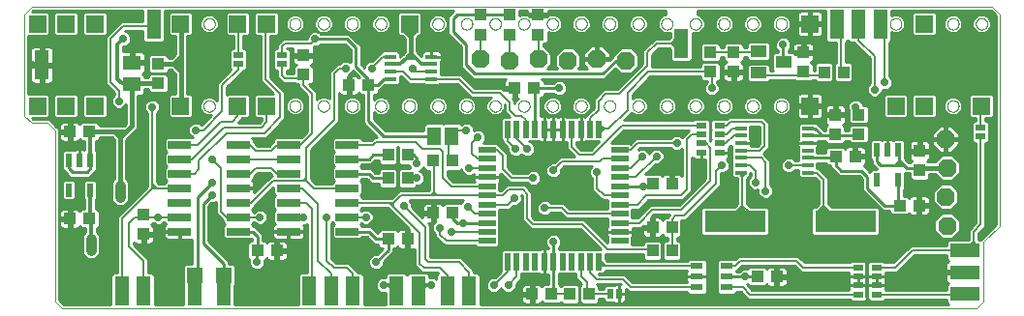
<source format=gtl>
G75*
%MOIN*%
%OFA0B0*%
%FSLAX25Y25*%
%IPPOS*%
%LPD*%
%AMOC8*
5,1,8,0,0,1.08239X$1,22.5*
%
%ADD10C,0.00000*%
%ADD11R,0.05906X0.05118*%
%ADD12R,0.04331X0.03937*%
%ADD13OC8,0.06300*%
%ADD14R,0.05000X0.10000*%
%ADD15R,0.10000X0.05000*%
%ADD16R,0.03937X0.04331*%
%ADD17R,0.03500X0.02000*%
%ADD18R,0.04600X0.06300*%
%ADD19R,0.08000X0.02600*%
%ADD20R,0.05906X0.01969*%
%ADD21R,0.01969X0.05906*%
%ADD22R,0.21000X0.07600*%
%ADD23R,0.03900X0.01200*%
%ADD24R,0.05512X0.03937*%
%ADD25R,0.02165X0.04724*%
%ADD26R,0.03937X0.01575*%
%ADD27R,0.04331X0.02362*%
%ADD28R,0.03543X0.01969*%
%ADD29R,0.02000X0.03500*%
%ADD30R,0.05937X0.05937*%
%ADD31C,0.01000*%
%ADD32C,0.02775*%
%ADD33C,0.03169*%
%ADD34C,0.01180*%
%ADD35C,0.00800*%
%ADD36C,0.00787*%
%ADD37R,0.05315X0.05315*%
%ADD38C,0.01200*%
%ADD39C,0.01600*%
%ADD40C,0.01400*%
%ADD41C,0.03600*%
D10*
X0013050Y0005500D02*
X0015550Y0003000D01*
X0330050Y0003000D01*
X0332550Y0005500D01*
X0332550Y0026000D01*
X0338050Y0031500D01*
X0338050Y0104500D01*
X0335550Y0107000D01*
X0005050Y0107000D01*
X0002550Y0104500D01*
X0002550Y0069500D01*
X0005050Y0067000D01*
X0010550Y0067000D01*
X0013050Y0064500D01*
X0013050Y0005500D01*
X0064156Y0072827D02*
X0064158Y0072915D01*
X0064164Y0073003D01*
X0064174Y0073091D01*
X0064188Y0073179D01*
X0064205Y0073265D01*
X0064227Y0073351D01*
X0064252Y0073435D01*
X0064282Y0073519D01*
X0064314Y0073601D01*
X0064351Y0073681D01*
X0064391Y0073760D01*
X0064435Y0073837D01*
X0064482Y0073912D01*
X0064532Y0073984D01*
X0064586Y0074055D01*
X0064642Y0074122D01*
X0064702Y0074188D01*
X0064764Y0074250D01*
X0064830Y0074310D01*
X0064897Y0074366D01*
X0064968Y0074420D01*
X0065040Y0074470D01*
X0065115Y0074517D01*
X0065192Y0074561D01*
X0065271Y0074601D01*
X0065351Y0074638D01*
X0065433Y0074670D01*
X0065517Y0074700D01*
X0065601Y0074725D01*
X0065687Y0074747D01*
X0065773Y0074764D01*
X0065861Y0074778D01*
X0065949Y0074788D01*
X0066037Y0074794D01*
X0066125Y0074796D01*
X0066213Y0074794D01*
X0066301Y0074788D01*
X0066389Y0074778D01*
X0066477Y0074764D01*
X0066563Y0074747D01*
X0066649Y0074725D01*
X0066733Y0074700D01*
X0066817Y0074670D01*
X0066899Y0074638D01*
X0066979Y0074601D01*
X0067058Y0074561D01*
X0067135Y0074517D01*
X0067210Y0074470D01*
X0067282Y0074420D01*
X0067353Y0074366D01*
X0067420Y0074310D01*
X0067486Y0074250D01*
X0067548Y0074188D01*
X0067608Y0074122D01*
X0067664Y0074055D01*
X0067718Y0073984D01*
X0067768Y0073912D01*
X0067815Y0073837D01*
X0067859Y0073760D01*
X0067899Y0073681D01*
X0067936Y0073601D01*
X0067968Y0073519D01*
X0067998Y0073435D01*
X0068023Y0073351D01*
X0068045Y0073265D01*
X0068062Y0073179D01*
X0068076Y0073091D01*
X0068086Y0073003D01*
X0068092Y0072915D01*
X0068094Y0072827D01*
X0068092Y0072739D01*
X0068086Y0072651D01*
X0068076Y0072563D01*
X0068062Y0072475D01*
X0068045Y0072389D01*
X0068023Y0072303D01*
X0067998Y0072219D01*
X0067968Y0072135D01*
X0067936Y0072053D01*
X0067899Y0071973D01*
X0067859Y0071894D01*
X0067815Y0071817D01*
X0067768Y0071742D01*
X0067718Y0071670D01*
X0067664Y0071599D01*
X0067608Y0071532D01*
X0067548Y0071466D01*
X0067486Y0071404D01*
X0067420Y0071344D01*
X0067353Y0071288D01*
X0067282Y0071234D01*
X0067210Y0071184D01*
X0067135Y0071137D01*
X0067058Y0071093D01*
X0066979Y0071053D01*
X0066899Y0071016D01*
X0066817Y0070984D01*
X0066733Y0070954D01*
X0066649Y0070929D01*
X0066563Y0070907D01*
X0066477Y0070890D01*
X0066389Y0070876D01*
X0066301Y0070866D01*
X0066213Y0070860D01*
X0066125Y0070858D01*
X0066037Y0070860D01*
X0065949Y0070866D01*
X0065861Y0070876D01*
X0065773Y0070890D01*
X0065687Y0070907D01*
X0065601Y0070929D01*
X0065517Y0070954D01*
X0065433Y0070984D01*
X0065351Y0071016D01*
X0065271Y0071053D01*
X0065192Y0071093D01*
X0065115Y0071137D01*
X0065040Y0071184D01*
X0064968Y0071234D01*
X0064897Y0071288D01*
X0064830Y0071344D01*
X0064764Y0071404D01*
X0064702Y0071466D01*
X0064642Y0071532D01*
X0064586Y0071599D01*
X0064532Y0071670D01*
X0064482Y0071742D01*
X0064435Y0071817D01*
X0064391Y0071894D01*
X0064351Y0071973D01*
X0064314Y0072053D01*
X0064282Y0072135D01*
X0064252Y0072219D01*
X0064227Y0072303D01*
X0064205Y0072389D01*
X0064188Y0072475D01*
X0064174Y0072563D01*
X0064164Y0072651D01*
X0064158Y0072739D01*
X0064156Y0072827D01*
X0093683Y0072827D02*
X0093685Y0072915D01*
X0093691Y0073003D01*
X0093701Y0073091D01*
X0093715Y0073179D01*
X0093732Y0073265D01*
X0093754Y0073351D01*
X0093779Y0073435D01*
X0093809Y0073519D01*
X0093841Y0073601D01*
X0093878Y0073681D01*
X0093918Y0073760D01*
X0093962Y0073837D01*
X0094009Y0073912D01*
X0094059Y0073984D01*
X0094113Y0074055D01*
X0094169Y0074122D01*
X0094229Y0074188D01*
X0094291Y0074250D01*
X0094357Y0074310D01*
X0094424Y0074366D01*
X0094495Y0074420D01*
X0094567Y0074470D01*
X0094642Y0074517D01*
X0094719Y0074561D01*
X0094798Y0074601D01*
X0094878Y0074638D01*
X0094960Y0074670D01*
X0095044Y0074700D01*
X0095128Y0074725D01*
X0095214Y0074747D01*
X0095300Y0074764D01*
X0095388Y0074778D01*
X0095476Y0074788D01*
X0095564Y0074794D01*
X0095652Y0074796D01*
X0095740Y0074794D01*
X0095828Y0074788D01*
X0095916Y0074778D01*
X0096004Y0074764D01*
X0096090Y0074747D01*
X0096176Y0074725D01*
X0096260Y0074700D01*
X0096344Y0074670D01*
X0096426Y0074638D01*
X0096506Y0074601D01*
X0096585Y0074561D01*
X0096662Y0074517D01*
X0096737Y0074470D01*
X0096809Y0074420D01*
X0096880Y0074366D01*
X0096947Y0074310D01*
X0097013Y0074250D01*
X0097075Y0074188D01*
X0097135Y0074122D01*
X0097191Y0074055D01*
X0097245Y0073984D01*
X0097295Y0073912D01*
X0097342Y0073837D01*
X0097386Y0073760D01*
X0097426Y0073681D01*
X0097463Y0073601D01*
X0097495Y0073519D01*
X0097525Y0073435D01*
X0097550Y0073351D01*
X0097572Y0073265D01*
X0097589Y0073179D01*
X0097603Y0073091D01*
X0097613Y0073003D01*
X0097619Y0072915D01*
X0097621Y0072827D01*
X0097619Y0072739D01*
X0097613Y0072651D01*
X0097603Y0072563D01*
X0097589Y0072475D01*
X0097572Y0072389D01*
X0097550Y0072303D01*
X0097525Y0072219D01*
X0097495Y0072135D01*
X0097463Y0072053D01*
X0097426Y0071973D01*
X0097386Y0071894D01*
X0097342Y0071817D01*
X0097295Y0071742D01*
X0097245Y0071670D01*
X0097191Y0071599D01*
X0097135Y0071532D01*
X0097075Y0071466D01*
X0097013Y0071404D01*
X0096947Y0071344D01*
X0096880Y0071288D01*
X0096809Y0071234D01*
X0096737Y0071184D01*
X0096662Y0071137D01*
X0096585Y0071093D01*
X0096506Y0071053D01*
X0096426Y0071016D01*
X0096344Y0070984D01*
X0096260Y0070954D01*
X0096176Y0070929D01*
X0096090Y0070907D01*
X0096004Y0070890D01*
X0095916Y0070876D01*
X0095828Y0070866D01*
X0095740Y0070860D01*
X0095652Y0070858D01*
X0095564Y0070860D01*
X0095476Y0070866D01*
X0095388Y0070876D01*
X0095300Y0070890D01*
X0095214Y0070907D01*
X0095128Y0070929D01*
X0095044Y0070954D01*
X0094960Y0070984D01*
X0094878Y0071016D01*
X0094798Y0071053D01*
X0094719Y0071093D01*
X0094642Y0071137D01*
X0094567Y0071184D01*
X0094495Y0071234D01*
X0094424Y0071288D01*
X0094357Y0071344D01*
X0094291Y0071404D01*
X0094229Y0071466D01*
X0094169Y0071532D01*
X0094113Y0071599D01*
X0094059Y0071670D01*
X0094009Y0071742D01*
X0093962Y0071817D01*
X0093918Y0071894D01*
X0093878Y0071973D01*
X0093841Y0072053D01*
X0093809Y0072135D01*
X0093779Y0072219D01*
X0093754Y0072303D01*
X0093732Y0072389D01*
X0093715Y0072475D01*
X0093701Y0072563D01*
X0093691Y0072651D01*
X0093685Y0072739D01*
X0093683Y0072827D01*
X0103526Y0072827D02*
X0103528Y0072915D01*
X0103534Y0073003D01*
X0103544Y0073091D01*
X0103558Y0073179D01*
X0103575Y0073265D01*
X0103597Y0073351D01*
X0103622Y0073435D01*
X0103652Y0073519D01*
X0103684Y0073601D01*
X0103721Y0073681D01*
X0103761Y0073760D01*
X0103805Y0073837D01*
X0103852Y0073912D01*
X0103902Y0073984D01*
X0103956Y0074055D01*
X0104012Y0074122D01*
X0104072Y0074188D01*
X0104134Y0074250D01*
X0104200Y0074310D01*
X0104267Y0074366D01*
X0104338Y0074420D01*
X0104410Y0074470D01*
X0104485Y0074517D01*
X0104562Y0074561D01*
X0104641Y0074601D01*
X0104721Y0074638D01*
X0104803Y0074670D01*
X0104887Y0074700D01*
X0104971Y0074725D01*
X0105057Y0074747D01*
X0105143Y0074764D01*
X0105231Y0074778D01*
X0105319Y0074788D01*
X0105407Y0074794D01*
X0105495Y0074796D01*
X0105583Y0074794D01*
X0105671Y0074788D01*
X0105759Y0074778D01*
X0105847Y0074764D01*
X0105933Y0074747D01*
X0106019Y0074725D01*
X0106103Y0074700D01*
X0106187Y0074670D01*
X0106269Y0074638D01*
X0106349Y0074601D01*
X0106428Y0074561D01*
X0106505Y0074517D01*
X0106580Y0074470D01*
X0106652Y0074420D01*
X0106723Y0074366D01*
X0106790Y0074310D01*
X0106856Y0074250D01*
X0106918Y0074188D01*
X0106978Y0074122D01*
X0107034Y0074055D01*
X0107088Y0073984D01*
X0107138Y0073912D01*
X0107185Y0073837D01*
X0107229Y0073760D01*
X0107269Y0073681D01*
X0107306Y0073601D01*
X0107338Y0073519D01*
X0107368Y0073435D01*
X0107393Y0073351D01*
X0107415Y0073265D01*
X0107432Y0073179D01*
X0107446Y0073091D01*
X0107456Y0073003D01*
X0107462Y0072915D01*
X0107464Y0072827D01*
X0107462Y0072739D01*
X0107456Y0072651D01*
X0107446Y0072563D01*
X0107432Y0072475D01*
X0107415Y0072389D01*
X0107393Y0072303D01*
X0107368Y0072219D01*
X0107338Y0072135D01*
X0107306Y0072053D01*
X0107269Y0071973D01*
X0107229Y0071894D01*
X0107185Y0071817D01*
X0107138Y0071742D01*
X0107088Y0071670D01*
X0107034Y0071599D01*
X0106978Y0071532D01*
X0106918Y0071466D01*
X0106856Y0071404D01*
X0106790Y0071344D01*
X0106723Y0071288D01*
X0106652Y0071234D01*
X0106580Y0071184D01*
X0106505Y0071137D01*
X0106428Y0071093D01*
X0106349Y0071053D01*
X0106269Y0071016D01*
X0106187Y0070984D01*
X0106103Y0070954D01*
X0106019Y0070929D01*
X0105933Y0070907D01*
X0105847Y0070890D01*
X0105759Y0070876D01*
X0105671Y0070866D01*
X0105583Y0070860D01*
X0105495Y0070858D01*
X0105407Y0070860D01*
X0105319Y0070866D01*
X0105231Y0070876D01*
X0105143Y0070890D01*
X0105057Y0070907D01*
X0104971Y0070929D01*
X0104887Y0070954D01*
X0104803Y0070984D01*
X0104721Y0071016D01*
X0104641Y0071053D01*
X0104562Y0071093D01*
X0104485Y0071137D01*
X0104410Y0071184D01*
X0104338Y0071234D01*
X0104267Y0071288D01*
X0104200Y0071344D01*
X0104134Y0071404D01*
X0104072Y0071466D01*
X0104012Y0071532D01*
X0103956Y0071599D01*
X0103902Y0071670D01*
X0103852Y0071742D01*
X0103805Y0071817D01*
X0103761Y0071894D01*
X0103721Y0071973D01*
X0103684Y0072053D01*
X0103652Y0072135D01*
X0103622Y0072219D01*
X0103597Y0072303D01*
X0103575Y0072389D01*
X0103558Y0072475D01*
X0103544Y0072563D01*
X0103534Y0072651D01*
X0103528Y0072739D01*
X0103526Y0072827D01*
X0113368Y0072827D02*
X0113370Y0072915D01*
X0113376Y0073003D01*
X0113386Y0073091D01*
X0113400Y0073179D01*
X0113417Y0073265D01*
X0113439Y0073351D01*
X0113464Y0073435D01*
X0113494Y0073519D01*
X0113526Y0073601D01*
X0113563Y0073681D01*
X0113603Y0073760D01*
X0113647Y0073837D01*
X0113694Y0073912D01*
X0113744Y0073984D01*
X0113798Y0074055D01*
X0113854Y0074122D01*
X0113914Y0074188D01*
X0113976Y0074250D01*
X0114042Y0074310D01*
X0114109Y0074366D01*
X0114180Y0074420D01*
X0114252Y0074470D01*
X0114327Y0074517D01*
X0114404Y0074561D01*
X0114483Y0074601D01*
X0114563Y0074638D01*
X0114645Y0074670D01*
X0114729Y0074700D01*
X0114813Y0074725D01*
X0114899Y0074747D01*
X0114985Y0074764D01*
X0115073Y0074778D01*
X0115161Y0074788D01*
X0115249Y0074794D01*
X0115337Y0074796D01*
X0115425Y0074794D01*
X0115513Y0074788D01*
X0115601Y0074778D01*
X0115689Y0074764D01*
X0115775Y0074747D01*
X0115861Y0074725D01*
X0115945Y0074700D01*
X0116029Y0074670D01*
X0116111Y0074638D01*
X0116191Y0074601D01*
X0116270Y0074561D01*
X0116347Y0074517D01*
X0116422Y0074470D01*
X0116494Y0074420D01*
X0116565Y0074366D01*
X0116632Y0074310D01*
X0116698Y0074250D01*
X0116760Y0074188D01*
X0116820Y0074122D01*
X0116876Y0074055D01*
X0116930Y0073984D01*
X0116980Y0073912D01*
X0117027Y0073837D01*
X0117071Y0073760D01*
X0117111Y0073681D01*
X0117148Y0073601D01*
X0117180Y0073519D01*
X0117210Y0073435D01*
X0117235Y0073351D01*
X0117257Y0073265D01*
X0117274Y0073179D01*
X0117288Y0073091D01*
X0117298Y0073003D01*
X0117304Y0072915D01*
X0117306Y0072827D01*
X0117304Y0072739D01*
X0117298Y0072651D01*
X0117288Y0072563D01*
X0117274Y0072475D01*
X0117257Y0072389D01*
X0117235Y0072303D01*
X0117210Y0072219D01*
X0117180Y0072135D01*
X0117148Y0072053D01*
X0117111Y0071973D01*
X0117071Y0071894D01*
X0117027Y0071817D01*
X0116980Y0071742D01*
X0116930Y0071670D01*
X0116876Y0071599D01*
X0116820Y0071532D01*
X0116760Y0071466D01*
X0116698Y0071404D01*
X0116632Y0071344D01*
X0116565Y0071288D01*
X0116494Y0071234D01*
X0116422Y0071184D01*
X0116347Y0071137D01*
X0116270Y0071093D01*
X0116191Y0071053D01*
X0116111Y0071016D01*
X0116029Y0070984D01*
X0115945Y0070954D01*
X0115861Y0070929D01*
X0115775Y0070907D01*
X0115689Y0070890D01*
X0115601Y0070876D01*
X0115513Y0070866D01*
X0115425Y0070860D01*
X0115337Y0070858D01*
X0115249Y0070860D01*
X0115161Y0070866D01*
X0115073Y0070876D01*
X0114985Y0070890D01*
X0114899Y0070907D01*
X0114813Y0070929D01*
X0114729Y0070954D01*
X0114645Y0070984D01*
X0114563Y0071016D01*
X0114483Y0071053D01*
X0114404Y0071093D01*
X0114327Y0071137D01*
X0114252Y0071184D01*
X0114180Y0071234D01*
X0114109Y0071288D01*
X0114042Y0071344D01*
X0113976Y0071404D01*
X0113914Y0071466D01*
X0113854Y0071532D01*
X0113798Y0071599D01*
X0113744Y0071670D01*
X0113694Y0071742D01*
X0113647Y0071817D01*
X0113603Y0071894D01*
X0113563Y0071973D01*
X0113526Y0072053D01*
X0113494Y0072135D01*
X0113464Y0072219D01*
X0113439Y0072303D01*
X0113417Y0072389D01*
X0113400Y0072475D01*
X0113386Y0072563D01*
X0113376Y0072651D01*
X0113370Y0072739D01*
X0113368Y0072827D01*
X0123211Y0072827D02*
X0123213Y0072915D01*
X0123219Y0073003D01*
X0123229Y0073091D01*
X0123243Y0073179D01*
X0123260Y0073265D01*
X0123282Y0073351D01*
X0123307Y0073435D01*
X0123337Y0073519D01*
X0123369Y0073601D01*
X0123406Y0073681D01*
X0123446Y0073760D01*
X0123490Y0073837D01*
X0123537Y0073912D01*
X0123587Y0073984D01*
X0123641Y0074055D01*
X0123697Y0074122D01*
X0123757Y0074188D01*
X0123819Y0074250D01*
X0123885Y0074310D01*
X0123952Y0074366D01*
X0124023Y0074420D01*
X0124095Y0074470D01*
X0124170Y0074517D01*
X0124247Y0074561D01*
X0124326Y0074601D01*
X0124406Y0074638D01*
X0124488Y0074670D01*
X0124572Y0074700D01*
X0124656Y0074725D01*
X0124742Y0074747D01*
X0124828Y0074764D01*
X0124916Y0074778D01*
X0125004Y0074788D01*
X0125092Y0074794D01*
X0125180Y0074796D01*
X0125268Y0074794D01*
X0125356Y0074788D01*
X0125444Y0074778D01*
X0125532Y0074764D01*
X0125618Y0074747D01*
X0125704Y0074725D01*
X0125788Y0074700D01*
X0125872Y0074670D01*
X0125954Y0074638D01*
X0126034Y0074601D01*
X0126113Y0074561D01*
X0126190Y0074517D01*
X0126265Y0074470D01*
X0126337Y0074420D01*
X0126408Y0074366D01*
X0126475Y0074310D01*
X0126541Y0074250D01*
X0126603Y0074188D01*
X0126663Y0074122D01*
X0126719Y0074055D01*
X0126773Y0073984D01*
X0126823Y0073912D01*
X0126870Y0073837D01*
X0126914Y0073760D01*
X0126954Y0073681D01*
X0126991Y0073601D01*
X0127023Y0073519D01*
X0127053Y0073435D01*
X0127078Y0073351D01*
X0127100Y0073265D01*
X0127117Y0073179D01*
X0127131Y0073091D01*
X0127141Y0073003D01*
X0127147Y0072915D01*
X0127149Y0072827D01*
X0127147Y0072739D01*
X0127141Y0072651D01*
X0127131Y0072563D01*
X0127117Y0072475D01*
X0127100Y0072389D01*
X0127078Y0072303D01*
X0127053Y0072219D01*
X0127023Y0072135D01*
X0126991Y0072053D01*
X0126954Y0071973D01*
X0126914Y0071894D01*
X0126870Y0071817D01*
X0126823Y0071742D01*
X0126773Y0071670D01*
X0126719Y0071599D01*
X0126663Y0071532D01*
X0126603Y0071466D01*
X0126541Y0071404D01*
X0126475Y0071344D01*
X0126408Y0071288D01*
X0126337Y0071234D01*
X0126265Y0071184D01*
X0126190Y0071137D01*
X0126113Y0071093D01*
X0126034Y0071053D01*
X0125954Y0071016D01*
X0125872Y0070984D01*
X0125788Y0070954D01*
X0125704Y0070929D01*
X0125618Y0070907D01*
X0125532Y0070890D01*
X0125444Y0070876D01*
X0125356Y0070866D01*
X0125268Y0070860D01*
X0125180Y0070858D01*
X0125092Y0070860D01*
X0125004Y0070866D01*
X0124916Y0070876D01*
X0124828Y0070890D01*
X0124742Y0070907D01*
X0124656Y0070929D01*
X0124572Y0070954D01*
X0124488Y0070984D01*
X0124406Y0071016D01*
X0124326Y0071053D01*
X0124247Y0071093D01*
X0124170Y0071137D01*
X0124095Y0071184D01*
X0124023Y0071234D01*
X0123952Y0071288D01*
X0123885Y0071344D01*
X0123819Y0071404D01*
X0123757Y0071466D01*
X0123697Y0071532D01*
X0123641Y0071599D01*
X0123587Y0071670D01*
X0123537Y0071742D01*
X0123490Y0071817D01*
X0123446Y0071894D01*
X0123406Y0071973D01*
X0123369Y0072053D01*
X0123337Y0072135D01*
X0123307Y0072219D01*
X0123282Y0072303D01*
X0123260Y0072389D01*
X0123243Y0072475D01*
X0123229Y0072563D01*
X0123219Y0072651D01*
X0123213Y0072739D01*
X0123211Y0072827D01*
X0133053Y0072827D02*
X0133055Y0072915D01*
X0133061Y0073003D01*
X0133071Y0073091D01*
X0133085Y0073179D01*
X0133102Y0073265D01*
X0133124Y0073351D01*
X0133149Y0073435D01*
X0133179Y0073519D01*
X0133211Y0073601D01*
X0133248Y0073681D01*
X0133288Y0073760D01*
X0133332Y0073837D01*
X0133379Y0073912D01*
X0133429Y0073984D01*
X0133483Y0074055D01*
X0133539Y0074122D01*
X0133599Y0074188D01*
X0133661Y0074250D01*
X0133727Y0074310D01*
X0133794Y0074366D01*
X0133865Y0074420D01*
X0133937Y0074470D01*
X0134012Y0074517D01*
X0134089Y0074561D01*
X0134168Y0074601D01*
X0134248Y0074638D01*
X0134330Y0074670D01*
X0134414Y0074700D01*
X0134498Y0074725D01*
X0134584Y0074747D01*
X0134670Y0074764D01*
X0134758Y0074778D01*
X0134846Y0074788D01*
X0134934Y0074794D01*
X0135022Y0074796D01*
X0135110Y0074794D01*
X0135198Y0074788D01*
X0135286Y0074778D01*
X0135374Y0074764D01*
X0135460Y0074747D01*
X0135546Y0074725D01*
X0135630Y0074700D01*
X0135714Y0074670D01*
X0135796Y0074638D01*
X0135876Y0074601D01*
X0135955Y0074561D01*
X0136032Y0074517D01*
X0136107Y0074470D01*
X0136179Y0074420D01*
X0136250Y0074366D01*
X0136317Y0074310D01*
X0136383Y0074250D01*
X0136445Y0074188D01*
X0136505Y0074122D01*
X0136561Y0074055D01*
X0136615Y0073984D01*
X0136665Y0073912D01*
X0136712Y0073837D01*
X0136756Y0073760D01*
X0136796Y0073681D01*
X0136833Y0073601D01*
X0136865Y0073519D01*
X0136895Y0073435D01*
X0136920Y0073351D01*
X0136942Y0073265D01*
X0136959Y0073179D01*
X0136973Y0073091D01*
X0136983Y0073003D01*
X0136989Y0072915D01*
X0136991Y0072827D01*
X0136989Y0072739D01*
X0136983Y0072651D01*
X0136973Y0072563D01*
X0136959Y0072475D01*
X0136942Y0072389D01*
X0136920Y0072303D01*
X0136895Y0072219D01*
X0136865Y0072135D01*
X0136833Y0072053D01*
X0136796Y0071973D01*
X0136756Y0071894D01*
X0136712Y0071817D01*
X0136665Y0071742D01*
X0136615Y0071670D01*
X0136561Y0071599D01*
X0136505Y0071532D01*
X0136445Y0071466D01*
X0136383Y0071404D01*
X0136317Y0071344D01*
X0136250Y0071288D01*
X0136179Y0071234D01*
X0136107Y0071184D01*
X0136032Y0071137D01*
X0135955Y0071093D01*
X0135876Y0071053D01*
X0135796Y0071016D01*
X0135714Y0070984D01*
X0135630Y0070954D01*
X0135546Y0070929D01*
X0135460Y0070907D01*
X0135374Y0070890D01*
X0135286Y0070876D01*
X0135198Y0070866D01*
X0135110Y0070860D01*
X0135022Y0070858D01*
X0134934Y0070860D01*
X0134846Y0070866D01*
X0134758Y0070876D01*
X0134670Y0070890D01*
X0134584Y0070907D01*
X0134498Y0070929D01*
X0134414Y0070954D01*
X0134330Y0070984D01*
X0134248Y0071016D01*
X0134168Y0071053D01*
X0134089Y0071093D01*
X0134012Y0071137D01*
X0133937Y0071184D01*
X0133865Y0071234D01*
X0133794Y0071288D01*
X0133727Y0071344D01*
X0133661Y0071404D01*
X0133599Y0071466D01*
X0133539Y0071532D01*
X0133483Y0071599D01*
X0133429Y0071670D01*
X0133379Y0071742D01*
X0133332Y0071817D01*
X0133288Y0071894D01*
X0133248Y0071973D01*
X0133211Y0072053D01*
X0133179Y0072135D01*
X0133149Y0072219D01*
X0133124Y0072303D01*
X0133102Y0072389D01*
X0133085Y0072475D01*
X0133071Y0072563D01*
X0133061Y0072651D01*
X0133055Y0072739D01*
X0133053Y0072827D01*
X0142896Y0072827D02*
X0142898Y0072915D01*
X0142904Y0073003D01*
X0142914Y0073091D01*
X0142928Y0073179D01*
X0142945Y0073265D01*
X0142967Y0073351D01*
X0142992Y0073435D01*
X0143022Y0073519D01*
X0143054Y0073601D01*
X0143091Y0073681D01*
X0143131Y0073760D01*
X0143175Y0073837D01*
X0143222Y0073912D01*
X0143272Y0073984D01*
X0143326Y0074055D01*
X0143382Y0074122D01*
X0143442Y0074188D01*
X0143504Y0074250D01*
X0143570Y0074310D01*
X0143637Y0074366D01*
X0143708Y0074420D01*
X0143780Y0074470D01*
X0143855Y0074517D01*
X0143932Y0074561D01*
X0144011Y0074601D01*
X0144091Y0074638D01*
X0144173Y0074670D01*
X0144257Y0074700D01*
X0144341Y0074725D01*
X0144427Y0074747D01*
X0144513Y0074764D01*
X0144601Y0074778D01*
X0144689Y0074788D01*
X0144777Y0074794D01*
X0144865Y0074796D01*
X0144953Y0074794D01*
X0145041Y0074788D01*
X0145129Y0074778D01*
X0145217Y0074764D01*
X0145303Y0074747D01*
X0145389Y0074725D01*
X0145473Y0074700D01*
X0145557Y0074670D01*
X0145639Y0074638D01*
X0145719Y0074601D01*
X0145798Y0074561D01*
X0145875Y0074517D01*
X0145950Y0074470D01*
X0146022Y0074420D01*
X0146093Y0074366D01*
X0146160Y0074310D01*
X0146226Y0074250D01*
X0146288Y0074188D01*
X0146348Y0074122D01*
X0146404Y0074055D01*
X0146458Y0073984D01*
X0146508Y0073912D01*
X0146555Y0073837D01*
X0146599Y0073760D01*
X0146639Y0073681D01*
X0146676Y0073601D01*
X0146708Y0073519D01*
X0146738Y0073435D01*
X0146763Y0073351D01*
X0146785Y0073265D01*
X0146802Y0073179D01*
X0146816Y0073091D01*
X0146826Y0073003D01*
X0146832Y0072915D01*
X0146834Y0072827D01*
X0146832Y0072739D01*
X0146826Y0072651D01*
X0146816Y0072563D01*
X0146802Y0072475D01*
X0146785Y0072389D01*
X0146763Y0072303D01*
X0146738Y0072219D01*
X0146708Y0072135D01*
X0146676Y0072053D01*
X0146639Y0071973D01*
X0146599Y0071894D01*
X0146555Y0071817D01*
X0146508Y0071742D01*
X0146458Y0071670D01*
X0146404Y0071599D01*
X0146348Y0071532D01*
X0146288Y0071466D01*
X0146226Y0071404D01*
X0146160Y0071344D01*
X0146093Y0071288D01*
X0146022Y0071234D01*
X0145950Y0071184D01*
X0145875Y0071137D01*
X0145798Y0071093D01*
X0145719Y0071053D01*
X0145639Y0071016D01*
X0145557Y0070984D01*
X0145473Y0070954D01*
X0145389Y0070929D01*
X0145303Y0070907D01*
X0145217Y0070890D01*
X0145129Y0070876D01*
X0145041Y0070866D01*
X0144953Y0070860D01*
X0144865Y0070858D01*
X0144777Y0070860D01*
X0144689Y0070866D01*
X0144601Y0070876D01*
X0144513Y0070890D01*
X0144427Y0070907D01*
X0144341Y0070929D01*
X0144257Y0070954D01*
X0144173Y0070984D01*
X0144091Y0071016D01*
X0144011Y0071053D01*
X0143932Y0071093D01*
X0143855Y0071137D01*
X0143780Y0071184D01*
X0143708Y0071234D01*
X0143637Y0071288D01*
X0143570Y0071344D01*
X0143504Y0071404D01*
X0143442Y0071466D01*
X0143382Y0071532D01*
X0143326Y0071599D01*
X0143272Y0071670D01*
X0143222Y0071742D01*
X0143175Y0071817D01*
X0143131Y0071894D01*
X0143091Y0071973D01*
X0143054Y0072053D01*
X0143022Y0072135D01*
X0142992Y0072219D01*
X0142967Y0072303D01*
X0142945Y0072389D01*
X0142928Y0072475D01*
X0142914Y0072563D01*
X0142904Y0072651D01*
X0142898Y0072739D01*
X0142896Y0072827D01*
X0152738Y0072827D02*
X0152740Y0072915D01*
X0152746Y0073003D01*
X0152756Y0073091D01*
X0152770Y0073179D01*
X0152787Y0073265D01*
X0152809Y0073351D01*
X0152834Y0073435D01*
X0152864Y0073519D01*
X0152896Y0073601D01*
X0152933Y0073681D01*
X0152973Y0073760D01*
X0153017Y0073837D01*
X0153064Y0073912D01*
X0153114Y0073984D01*
X0153168Y0074055D01*
X0153224Y0074122D01*
X0153284Y0074188D01*
X0153346Y0074250D01*
X0153412Y0074310D01*
X0153479Y0074366D01*
X0153550Y0074420D01*
X0153622Y0074470D01*
X0153697Y0074517D01*
X0153774Y0074561D01*
X0153853Y0074601D01*
X0153933Y0074638D01*
X0154015Y0074670D01*
X0154099Y0074700D01*
X0154183Y0074725D01*
X0154269Y0074747D01*
X0154355Y0074764D01*
X0154443Y0074778D01*
X0154531Y0074788D01*
X0154619Y0074794D01*
X0154707Y0074796D01*
X0154795Y0074794D01*
X0154883Y0074788D01*
X0154971Y0074778D01*
X0155059Y0074764D01*
X0155145Y0074747D01*
X0155231Y0074725D01*
X0155315Y0074700D01*
X0155399Y0074670D01*
X0155481Y0074638D01*
X0155561Y0074601D01*
X0155640Y0074561D01*
X0155717Y0074517D01*
X0155792Y0074470D01*
X0155864Y0074420D01*
X0155935Y0074366D01*
X0156002Y0074310D01*
X0156068Y0074250D01*
X0156130Y0074188D01*
X0156190Y0074122D01*
X0156246Y0074055D01*
X0156300Y0073984D01*
X0156350Y0073912D01*
X0156397Y0073837D01*
X0156441Y0073760D01*
X0156481Y0073681D01*
X0156518Y0073601D01*
X0156550Y0073519D01*
X0156580Y0073435D01*
X0156605Y0073351D01*
X0156627Y0073265D01*
X0156644Y0073179D01*
X0156658Y0073091D01*
X0156668Y0073003D01*
X0156674Y0072915D01*
X0156676Y0072827D01*
X0156674Y0072739D01*
X0156668Y0072651D01*
X0156658Y0072563D01*
X0156644Y0072475D01*
X0156627Y0072389D01*
X0156605Y0072303D01*
X0156580Y0072219D01*
X0156550Y0072135D01*
X0156518Y0072053D01*
X0156481Y0071973D01*
X0156441Y0071894D01*
X0156397Y0071817D01*
X0156350Y0071742D01*
X0156300Y0071670D01*
X0156246Y0071599D01*
X0156190Y0071532D01*
X0156130Y0071466D01*
X0156068Y0071404D01*
X0156002Y0071344D01*
X0155935Y0071288D01*
X0155864Y0071234D01*
X0155792Y0071184D01*
X0155717Y0071137D01*
X0155640Y0071093D01*
X0155561Y0071053D01*
X0155481Y0071016D01*
X0155399Y0070984D01*
X0155315Y0070954D01*
X0155231Y0070929D01*
X0155145Y0070907D01*
X0155059Y0070890D01*
X0154971Y0070876D01*
X0154883Y0070866D01*
X0154795Y0070860D01*
X0154707Y0070858D01*
X0154619Y0070860D01*
X0154531Y0070866D01*
X0154443Y0070876D01*
X0154355Y0070890D01*
X0154269Y0070907D01*
X0154183Y0070929D01*
X0154099Y0070954D01*
X0154015Y0070984D01*
X0153933Y0071016D01*
X0153853Y0071053D01*
X0153774Y0071093D01*
X0153697Y0071137D01*
X0153622Y0071184D01*
X0153550Y0071234D01*
X0153479Y0071288D01*
X0153412Y0071344D01*
X0153346Y0071404D01*
X0153284Y0071466D01*
X0153224Y0071532D01*
X0153168Y0071599D01*
X0153114Y0071670D01*
X0153064Y0071742D01*
X0153017Y0071817D01*
X0152973Y0071894D01*
X0152933Y0071973D01*
X0152896Y0072053D01*
X0152864Y0072135D01*
X0152834Y0072219D01*
X0152809Y0072303D01*
X0152787Y0072389D01*
X0152770Y0072475D01*
X0152756Y0072563D01*
X0152746Y0072651D01*
X0152740Y0072739D01*
X0152738Y0072827D01*
X0162581Y0072827D02*
X0162583Y0072915D01*
X0162589Y0073003D01*
X0162599Y0073091D01*
X0162613Y0073179D01*
X0162630Y0073265D01*
X0162652Y0073351D01*
X0162677Y0073435D01*
X0162707Y0073519D01*
X0162739Y0073601D01*
X0162776Y0073681D01*
X0162816Y0073760D01*
X0162860Y0073837D01*
X0162907Y0073912D01*
X0162957Y0073984D01*
X0163011Y0074055D01*
X0163067Y0074122D01*
X0163127Y0074188D01*
X0163189Y0074250D01*
X0163255Y0074310D01*
X0163322Y0074366D01*
X0163393Y0074420D01*
X0163465Y0074470D01*
X0163540Y0074517D01*
X0163617Y0074561D01*
X0163696Y0074601D01*
X0163776Y0074638D01*
X0163858Y0074670D01*
X0163942Y0074700D01*
X0164026Y0074725D01*
X0164112Y0074747D01*
X0164198Y0074764D01*
X0164286Y0074778D01*
X0164374Y0074788D01*
X0164462Y0074794D01*
X0164550Y0074796D01*
X0164638Y0074794D01*
X0164726Y0074788D01*
X0164814Y0074778D01*
X0164902Y0074764D01*
X0164988Y0074747D01*
X0165074Y0074725D01*
X0165158Y0074700D01*
X0165242Y0074670D01*
X0165324Y0074638D01*
X0165404Y0074601D01*
X0165483Y0074561D01*
X0165560Y0074517D01*
X0165635Y0074470D01*
X0165707Y0074420D01*
X0165778Y0074366D01*
X0165845Y0074310D01*
X0165911Y0074250D01*
X0165973Y0074188D01*
X0166033Y0074122D01*
X0166089Y0074055D01*
X0166143Y0073984D01*
X0166193Y0073912D01*
X0166240Y0073837D01*
X0166284Y0073760D01*
X0166324Y0073681D01*
X0166361Y0073601D01*
X0166393Y0073519D01*
X0166423Y0073435D01*
X0166448Y0073351D01*
X0166470Y0073265D01*
X0166487Y0073179D01*
X0166501Y0073091D01*
X0166511Y0073003D01*
X0166517Y0072915D01*
X0166519Y0072827D01*
X0166517Y0072739D01*
X0166511Y0072651D01*
X0166501Y0072563D01*
X0166487Y0072475D01*
X0166470Y0072389D01*
X0166448Y0072303D01*
X0166423Y0072219D01*
X0166393Y0072135D01*
X0166361Y0072053D01*
X0166324Y0071973D01*
X0166284Y0071894D01*
X0166240Y0071817D01*
X0166193Y0071742D01*
X0166143Y0071670D01*
X0166089Y0071599D01*
X0166033Y0071532D01*
X0165973Y0071466D01*
X0165911Y0071404D01*
X0165845Y0071344D01*
X0165778Y0071288D01*
X0165707Y0071234D01*
X0165635Y0071184D01*
X0165560Y0071137D01*
X0165483Y0071093D01*
X0165404Y0071053D01*
X0165324Y0071016D01*
X0165242Y0070984D01*
X0165158Y0070954D01*
X0165074Y0070929D01*
X0164988Y0070907D01*
X0164902Y0070890D01*
X0164814Y0070876D01*
X0164726Y0070866D01*
X0164638Y0070860D01*
X0164550Y0070858D01*
X0164462Y0070860D01*
X0164374Y0070866D01*
X0164286Y0070876D01*
X0164198Y0070890D01*
X0164112Y0070907D01*
X0164026Y0070929D01*
X0163942Y0070954D01*
X0163858Y0070984D01*
X0163776Y0071016D01*
X0163696Y0071053D01*
X0163617Y0071093D01*
X0163540Y0071137D01*
X0163465Y0071184D01*
X0163393Y0071234D01*
X0163322Y0071288D01*
X0163255Y0071344D01*
X0163189Y0071404D01*
X0163127Y0071466D01*
X0163067Y0071532D01*
X0163011Y0071599D01*
X0162957Y0071670D01*
X0162907Y0071742D01*
X0162860Y0071817D01*
X0162816Y0071894D01*
X0162776Y0071973D01*
X0162739Y0072053D01*
X0162707Y0072135D01*
X0162677Y0072219D01*
X0162652Y0072303D01*
X0162630Y0072389D01*
X0162613Y0072475D01*
X0162599Y0072563D01*
X0162589Y0072651D01*
X0162583Y0072739D01*
X0162581Y0072827D01*
X0172424Y0072827D02*
X0172426Y0072915D01*
X0172432Y0073003D01*
X0172442Y0073091D01*
X0172456Y0073179D01*
X0172473Y0073265D01*
X0172495Y0073351D01*
X0172520Y0073435D01*
X0172550Y0073519D01*
X0172582Y0073601D01*
X0172619Y0073681D01*
X0172659Y0073760D01*
X0172703Y0073837D01*
X0172750Y0073912D01*
X0172800Y0073984D01*
X0172854Y0074055D01*
X0172910Y0074122D01*
X0172970Y0074188D01*
X0173032Y0074250D01*
X0173098Y0074310D01*
X0173165Y0074366D01*
X0173236Y0074420D01*
X0173308Y0074470D01*
X0173383Y0074517D01*
X0173460Y0074561D01*
X0173539Y0074601D01*
X0173619Y0074638D01*
X0173701Y0074670D01*
X0173785Y0074700D01*
X0173869Y0074725D01*
X0173955Y0074747D01*
X0174041Y0074764D01*
X0174129Y0074778D01*
X0174217Y0074788D01*
X0174305Y0074794D01*
X0174393Y0074796D01*
X0174481Y0074794D01*
X0174569Y0074788D01*
X0174657Y0074778D01*
X0174745Y0074764D01*
X0174831Y0074747D01*
X0174917Y0074725D01*
X0175001Y0074700D01*
X0175085Y0074670D01*
X0175167Y0074638D01*
X0175247Y0074601D01*
X0175326Y0074561D01*
X0175403Y0074517D01*
X0175478Y0074470D01*
X0175550Y0074420D01*
X0175621Y0074366D01*
X0175688Y0074310D01*
X0175754Y0074250D01*
X0175816Y0074188D01*
X0175876Y0074122D01*
X0175932Y0074055D01*
X0175986Y0073984D01*
X0176036Y0073912D01*
X0176083Y0073837D01*
X0176127Y0073760D01*
X0176167Y0073681D01*
X0176204Y0073601D01*
X0176236Y0073519D01*
X0176266Y0073435D01*
X0176291Y0073351D01*
X0176313Y0073265D01*
X0176330Y0073179D01*
X0176344Y0073091D01*
X0176354Y0073003D01*
X0176360Y0072915D01*
X0176362Y0072827D01*
X0176360Y0072739D01*
X0176354Y0072651D01*
X0176344Y0072563D01*
X0176330Y0072475D01*
X0176313Y0072389D01*
X0176291Y0072303D01*
X0176266Y0072219D01*
X0176236Y0072135D01*
X0176204Y0072053D01*
X0176167Y0071973D01*
X0176127Y0071894D01*
X0176083Y0071817D01*
X0176036Y0071742D01*
X0175986Y0071670D01*
X0175932Y0071599D01*
X0175876Y0071532D01*
X0175816Y0071466D01*
X0175754Y0071404D01*
X0175688Y0071344D01*
X0175621Y0071288D01*
X0175550Y0071234D01*
X0175478Y0071184D01*
X0175403Y0071137D01*
X0175326Y0071093D01*
X0175247Y0071053D01*
X0175167Y0071016D01*
X0175085Y0070984D01*
X0175001Y0070954D01*
X0174917Y0070929D01*
X0174831Y0070907D01*
X0174745Y0070890D01*
X0174657Y0070876D01*
X0174569Y0070866D01*
X0174481Y0070860D01*
X0174393Y0070858D01*
X0174305Y0070860D01*
X0174217Y0070866D01*
X0174129Y0070876D01*
X0174041Y0070890D01*
X0173955Y0070907D01*
X0173869Y0070929D01*
X0173785Y0070954D01*
X0173701Y0070984D01*
X0173619Y0071016D01*
X0173539Y0071053D01*
X0173460Y0071093D01*
X0173383Y0071137D01*
X0173308Y0071184D01*
X0173236Y0071234D01*
X0173165Y0071288D01*
X0173098Y0071344D01*
X0173032Y0071404D01*
X0172970Y0071466D01*
X0172910Y0071532D01*
X0172854Y0071599D01*
X0172800Y0071670D01*
X0172750Y0071742D01*
X0172703Y0071817D01*
X0172659Y0071894D01*
X0172619Y0071973D01*
X0172582Y0072053D01*
X0172550Y0072135D01*
X0172520Y0072219D01*
X0172495Y0072303D01*
X0172473Y0072389D01*
X0172456Y0072475D01*
X0172442Y0072563D01*
X0172432Y0072651D01*
X0172426Y0072739D01*
X0172424Y0072827D01*
X0182266Y0072827D02*
X0182268Y0072915D01*
X0182274Y0073003D01*
X0182284Y0073091D01*
X0182298Y0073179D01*
X0182315Y0073265D01*
X0182337Y0073351D01*
X0182362Y0073435D01*
X0182392Y0073519D01*
X0182424Y0073601D01*
X0182461Y0073681D01*
X0182501Y0073760D01*
X0182545Y0073837D01*
X0182592Y0073912D01*
X0182642Y0073984D01*
X0182696Y0074055D01*
X0182752Y0074122D01*
X0182812Y0074188D01*
X0182874Y0074250D01*
X0182940Y0074310D01*
X0183007Y0074366D01*
X0183078Y0074420D01*
X0183150Y0074470D01*
X0183225Y0074517D01*
X0183302Y0074561D01*
X0183381Y0074601D01*
X0183461Y0074638D01*
X0183543Y0074670D01*
X0183627Y0074700D01*
X0183711Y0074725D01*
X0183797Y0074747D01*
X0183883Y0074764D01*
X0183971Y0074778D01*
X0184059Y0074788D01*
X0184147Y0074794D01*
X0184235Y0074796D01*
X0184323Y0074794D01*
X0184411Y0074788D01*
X0184499Y0074778D01*
X0184587Y0074764D01*
X0184673Y0074747D01*
X0184759Y0074725D01*
X0184843Y0074700D01*
X0184927Y0074670D01*
X0185009Y0074638D01*
X0185089Y0074601D01*
X0185168Y0074561D01*
X0185245Y0074517D01*
X0185320Y0074470D01*
X0185392Y0074420D01*
X0185463Y0074366D01*
X0185530Y0074310D01*
X0185596Y0074250D01*
X0185658Y0074188D01*
X0185718Y0074122D01*
X0185774Y0074055D01*
X0185828Y0073984D01*
X0185878Y0073912D01*
X0185925Y0073837D01*
X0185969Y0073760D01*
X0186009Y0073681D01*
X0186046Y0073601D01*
X0186078Y0073519D01*
X0186108Y0073435D01*
X0186133Y0073351D01*
X0186155Y0073265D01*
X0186172Y0073179D01*
X0186186Y0073091D01*
X0186196Y0073003D01*
X0186202Y0072915D01*
X0186204Y0072827D01*
X0186202Y0072739D01*
X0186196Y0072651D01*
X0186186Y0072563D01*
X0186172Y0072475D01*
X0186155Y0072389D01*
X0186133Y0072303D01*
X0186108Y0072219D01*
X0186078Y0072135D01*
X0186046Y0072053D01*
X0186009Y0071973D01*
X0185969Y0071894D01*
X0185925Y0071817D01*
X0185878Y0071742D01*
X0185828Y0071670D01*
X0185774Y0071599D01*
X0185718Y0071532D01*
X0185658Y0071466D01*
X0185596Y0071404D01*
X0185530Y0071344D01*
X0185463Y0071288D01*
X0185392Y0071234D01*
X0185320Y0071184D01*
X0185245Y0071137D01*
X0185168Y0071093D01*
X0185089Y0071053D01*
X0185009Y0071016D01*
X0184927Y0070984D01*
X0184843Y0070954D01*
X0184759Y0070929D01*
X0184673Y0070907D01*
X0184587Y0070890D01*
X0184499Y0070876D01*
X0184411Y0070866D01*
X0184323Y0070860D01*
X0184235Y0070858D01*
X0184147Y0070860D01*
X0184059Y0070866D01*
X0183971Y0070876D01*
X0183883Y0070890D01*
X0183797Y0070907D01*
X0183711Y0070929D01*
X0183627Y0070954D01*
X0183543Y0070984D01*
X0183461Y0071016D01*
X0183381Y0071053D01*
X0183302Y0071093D01*
X0183225Y0071137D01*
X0183150Y0071184D01*
X0183078Y0071234D01*
X0183007Y0071288D01*
X0182940Y0071344D01*
X0182874Y0071404D01*
X0182812Y0071466D01*
X0182752Y0071532D01*
X0182696Y0071599D01*
X0182642Y0071670D01*
X0182592Y0071742D01*
X0182545Y0071817D01*
X0182501Y0071894D01*
X0182461Y0071973D01*
X0182424Y0072053D01*
X0182392Y0072135D01*
X0182362Y0072219D01*
X0182337Y0072303D01*
X0182315Y0072389D01*
X0182298Y0072475D01*
X0182284Y0072563D01*
X0182274Y0072651D01*
X0182268Y0072739D01*
X0182266Y0072827D01*
X0192109Y0072827D02*
X0192111Y0072915D01*
X0192117Y0073003D01*
X0192127Y0073091D01*
X0192141Y0073179D01*
X0192158Y0073265D01*
X0192180Y0073351D01*
X0192205Y0073435D01*
X0192235Y0073519D01*
X0192267Y0073601D01*
X0192304Y0073681D01*
X0192344Y0073760D01*
X0192388Y0073837D01*
X0192435Y0073912D01*
X0192485Y0073984D01*
X0192539Y0074055D01*
X0192595Y0074122D01*
X0192655Y0074188D01*
X0192717Y0074250D01*
X0192783Y0074310D01*
X0192850Y0074366D01*
X0192921Y0074420D01*
X0192993Y0074470D01*
X0193068Y0074517D01*
X0193145Y0074561D01*
X0193224Y0074601D01*
X0193304Y0074638D01*
X0193386Y0074670D01*
X0193470Y0074700D01*
X0193554Y0074725D01*
X0193640Y0074747D01*
X0193726Y0074764D01*
X0193814Y0074778D01*
X0193902Y0074788D01*
X0193990Y0074794D01*
X0194078Y0074796D01*
X0194166Y0074794D01*
X0194254Y0074788D01*
X0194342Y0074778D01*
X0194430Y0074764D01*
X0194516Y0074747D01*
X0194602Y0074725D01*
X0194686Y0074700D01*
X0194770Y0074670D01*
X0194852Y0074638D01*
X0194932Y0074601D01*
X0195011Y0074561D01*
X0195088Y0074517D01*
X0195163Y0074470D01*
X0195235Y0074420D01*
X0195306Y0074366D01*
X0195373Y0074310D01*
X0195439Y0074250D01*
X0195501Y0074188D01*
X0195561Y0074122D01*
X0195617Y0074055D01*
X0195671Y0073984D01*
X0195721Y0073912D01*
X0195768Y0073837D01*
X0195812Y0073760D01*
X0195852Y0073681D01*
X0195889Y0073601D01*
X0195921Y0073519D01*
X0195951Y0073435D01*
X0195976Y0073351D01*
X0195998Y0073265D01*
X0196015Y0073179D01*
X0196029Y0073091D01*
X0196039Y0073003D01*
X0196045Y0072915D01*
X0196047Y0072827D01*
X0196045Y0072739D01*
X0196039Y0072651D01*
X0196029Y0072563D01*
X0196015Y0072475D01*
X0195998Y0072389D01*
X0195976Y0072303D01*
X0195951Y0072219D01*
X0195921Y0072135D01*
X0195889Y0072053D01*
X0195852Y0071973D01*
X0195812Y0071894D01*
X0195768Y0071817D01*
X0195721Y0071742D01*
X0195671Y0071670D01*
X0195617Y0071599D01*
X0195561Y0071532D01*
X0195501Y0071466D01*
X0195439Y0071404D01*
X0195373Y0071344D01*
X0195306Y0071288D01*
X0195235Y0071234D01*
X0195163Y0071184D01*
X0195088Y0071137D01*
X0195011Y0071093D01*
X0194932Y0071053D01*
X0194852Y0071016D01*
X0194770Y0070984D01*
X0194686Y0070954D01*
X0194602Y0070929D01*
X0194516Y0070907D01*
X0194430Y0070890D01*
X0194342Y0070876D01*
X0194254Y0070866D01*
X0194166Y0070860D01*
X0194078Y0070858D01*
X0193990Y0070860D01*
X0193902Y0070866D01*
X0193814Y0070876D01*
X0193726Y0070890D01*
X0193640Y0070907D01*
X0193554Y0070929D01*
X0193470Y0070954D01*
X0193386Y0070984D01*
X0193304Y0071016D01*
X0193224Y0071053D01*
X0193145Y0071093D01*
X0193068Y0071137D01*
X0192993Y0071184D01*
X0192921Y0071234D01*
X0192850Y0071288D01*
X0192783Y0071344D01*
X0192717Y0071404D01*
X0192655Y0071466D01*
X0192595Y0071532D01*
X0192539Y0071599D01*
X0192485Y0071670D01*
X0192435Y0071742D01*
X0192388Y0071817D01*
X0192344Y0071894D01*
X0192304Y0071973D01*
X0192267Y0072053D01*
X0192235Y0072135D01*
X0192205Y0072219D01*
X0192180Y0072303D01*
X0192158Y0072389D01*
X0192141Y0072475D01*
X0192127Y0072563D01*
X0192117Y0072651D01*
X0192111Y0072739D01*
X0192109Y0072827D01*
X0201951Y0072827D02*
X0201953Y0072915D01*
X0201959Y0073003D01*
X0201969Y0073091D01*
X0201983Y0073179D01*
X0202000Y0073265D01*
X0202022Y0073351D01*
X0202047Y0073435D01*
X0202077Y0073519D01*
X0202109Y0073601D01*
X0202146Y0073681D01*
X0202186Y0073760D01*
X0202230Y0073837D01*
X0202277Y0073912D01*
X0202327Y0073984D01*
X0202381Y0074055D01*
X0202437Y0074122D01*
X0202497Y0074188D01*
X0202559Y0074250D01*
X0202625Y0074310D01*
X0202692Y0074366D01*
X0202763Y0074420D01*
X0202835Y0074470D01*
X0202910Y0074517D01*
X0202987Y0074561D01*
X0203066Y0074601D01*
X0203146Y0074638D01*
X0203228Y0074670D01*
X0203312Y0074700D01*
X0203396Y0074725D01*
X0203482Y0074747D01*
X0203568Y0074764D01*
X0203656Y0074778D01*
X0203744Y0074788D01*
X0203832Y0074794D01*
X0203920Y0074796D01*
X0204008Y0074794D01*
X0204096Y0074788D01*
X0204184Y0074778D01*
X0204272Y0074764D01*
X0204358Y0074747D01*
X0204444Y0074725D01*
X0204528Y0074700D01*
X0204612Y0074670D01*
X0204694Y0074638D01*
X0204774Y0074601D01*
X0204853Y0074561D01*
X0204930Y0074517D01*
X0205005Y0074470D01*
X0205077Y0074420D01*
X0205148Y0074366D01*
X0205215Y0074310D01*
X0205281Y0074250D01*
X0205343Y0074188D01*
X0205403Y0074122D01*
X0205459Y0074055D01*
X0205513Y0073984D01*
X0205563Y0073912D01*
X0205610Y0073837D01*
X0205654Y0073760D01*
X0205694Y0073681D01*
X0205731Y0073601D01*
X0205763Y0073519D01*
X0205793Y0073435D01*
X0205818Y0073351D01*
X0205840Y0073265D01*
X0205857Y0073179D01*
X0205871Y0073091D01*
X0205881Y0073003D01*
X0205887Y0072915D01*
X0205889Y0072827D01*
X0205887Y0072739D01*
X0205881Y0072651D01*
X0205871Y0072563D01*
X0205857Y0072475D01*
X0205840Y0072389D01*
X0205818Y0072303D01*
X0205793Y0072219D01*
X0205763Y0072135D01*
X0205731Y0072053D01*
X0205694Y0071973D01*
X0205654Y0071894D01*
X0205610Y0071817D01*
X0205563Y0071742D01*
X0205513Y0071670D01*
X0205459Y0071599D01*
X0205403Y0071532D01*
X0205343Y0071466D01*
X0205281Y0071404D01*
X0205215Y0071344D01*
X0205148Y0071288D01*
X0205077Y0071234D01*
X0205005Y0071184D01*
X0204930Y0071137D01*
X0204853Y0071093D01*
X0204774Y0071053D01*
X0204694Y0071016D01*
X0204612Y0070984D01*
X0204528Y0070954D01*
X0204444Y0070929D01*
X0204358Y0070907D01*
X0204272Y0070890D01*
X0204184Y0070876D01*
X0204096Y0070866D01*
X0204008Y0070860D01*
X0203920Y0070858D01*
X0203832Y0070860D01*
X0203744Y0070866D01*
X0203656Y0070876D01*
X0203568Y0070890D01*
X0203482Y0070907D01*
X0203396Y0070929D01*
X0203312Y0070954D01*
X0203228Y0070984D01*
X0203146Y0071016D01*
X0203066Y0071053D01*
X0202987Y0071093D01*
X0202910Y0071137D01*
X0202835Y0071184D01*
X0202763Y0071234D01*
X0202692Y0071288D01*
X0202625Y0071344D01*
X0202559Y0071404D01*
X0202497Y0071466D01*
X0202437Y0071532D01*
X0202381Y0071599D01*
X0202327Y0071670D01*
X0202277Y0071742D01*
X0202230Y0071817D01*
X0202186Y0071894D01*
X0202146Y0071973D01*
X0202109Y0072053D01*
X0202077Y0072135D01*
X0202047Y0072219D01*
X0202022Y0072303D01*
X0202000Y0072389D01*
X0201983Y0072475D01*
X0201969Y0072563D01*
X0201959Y0072651D01*
X0201953Y0072739D01*
X0201951Y0072827D01*
X0211794Y0072827D02*
X0211796Y0072915D01*
X0211802Y0073003D01*
X0211812Y0073091D01*
X0211826Y0073179D01*
X0211843Y0073265D01*
X0211865Y0073351D01*
X0211890Y0073435D01*
X0211920Y0073519D01*
X0211952Y0073601D01*
X0211989Y0073681D01*
X0212029Y0073760D01*
X0212073Y0073837D01*
X0212120Y0073912D01*
X0212170Y0073984D01*
X0212224Y0074055D01*
X0212280Y0074122D01*
X0212340Y0074188D01*
X0212402Y0074250D01*
X0212468Y0074310D01*
X0212535Y0074366D01*
X0212606Y0074420D01*
X0212678Y0074470D01*
X0212753Y0074517D01*
X0212830Y0074561D01*
X0212909Y0074601D01*
X0212989Y0074638D01*
X0213071Y0074670D01*
X0213155Y0074700D01*
X0213239Y0074725D01*
X0213325Y0074747D01*
X0213411Y0074764D01*
X0213499Y0074778D01*
X0213587Y0074788D01*
X0213675Y0074794D01*
X0213763Y0074796D01*
X0213851Y0074794D01*
X0213939Y0074788D01*
X0214027Y0074778D01*
X0214115Y0074764D01*
X0214201Y0074747D01*
X0214287Y0074725D01*
X0214371Y0074700D01*
X0214455Y0074670D01*
X0214537Y0074638D01*
X0214617Y0074601D01*
X0214696Y0074561D01*
X0214773Y0074517D01*
X0214848Y0074470D01*
X0214920Y0074420D01*
X0214991Y0074366D01*
X0215058Y0074310D01*
X0215124Y0074250D01*
X0215186Y0074188D01*
X0215246Y0074122D01*
X0215302Y0074055D01*
X0215356Y0073984D01*
X0215406Y0073912D01*
X0215453Y0073837D01*
X0215497Y0073760D01*
X0215537Y0073681D01*
X0215574Y0073601D01*
X0215606Y0073519D01*
X0215636Y0073435D01*
X0215661Y0073351D01*
X0215683Y0073265D01*
X0215700Y0073179D01*
X0215714Y0073091D01*
X0215724Y0073003D01*
X0215730Y0072915D01*
X0215732Y0072827D01*
X0215730Y0072739D01*
X0215724Y0072651D01*
X0215714Y0072563D01*
X0215700Y0072475D01*
X0215683Y0072389D01*
X0215661Y0072303D01*
X0215636Y0072219D01*
X0215606Y0072135D01*
X0215574Y0072053D01*
X0215537Y0071973D01*
X0215497Y0071894D01*
X0215453Y0071817D01*
X0215406Y0071742D01*
X0215356Y0071670D01*
X0215302Y0071599D01*
X0215246Y0071532D01*
X0215186Y0071466D01*
X0215124Y0071404D01*
X0215058Y0071344D01*
X0214991Y0071288D01*
X0214920Y0071234D01*
X0214848Y0071184D01*
X0214773Y0071137D01*
X0214696Y0071093D01*
X0214617Y0071053D01*
X0214537Y0071016D01*
X0214455Y0070984D01*
X0214371Y0070954D01*
X0214287Y0070929D01*
X0214201Y0070907D01*
X0214115Y0070890D01*
X0214027Y0070876D01*
X0213939Y0070866D01*
X0213851Y0070860D01*
X0213763Y0070858D01*
X0213675Y0070860D01*
X0213587Y0070866D01*
X0213499Y0070876D01*
X0213411Y0070890D01*
X0213325Y0070907D01*
X0213239Y0070929D01*
X0213155Y0070954D01*
X0213071Y0070984D01*
X0212989Y0071016D01*
X0212909Y0071053D01*
X0212830Y0071093D01*
X0212753Y0071137D01*
X0212678Y0071184D01*
X0212606Y0071234D01*
X0212535Y0071288D01*
X0212468Y0071344D01*
X0212402Y0071404D01*
X0212340Y0071466D01*
X0212280Y0071532D01*
X0212224Y0071599D01*
X0212170Y0071670D01*
X0212120Y0071742D01*
X0212073Y0071817D01*
X0212029Y0071894D01*
X0211989Y0071973D01*
X0211952Y0072053D01*
X0211920Y0072135D01*
X0211890Y0072219D01*
X0211865Y0072303D01*
X0211843Y0072389D01*
X0211826Y0072475D01*
X0211812Y0072563D01*
X0211802Y0072651D01*
X0211796Y0072739D01*
X0211794Y0072827D01*
X0221636Y0072827D02*
X0221638Y0072915D01*
X0221644Y0073003D01*
X0221654Y0073091D01*
X0221668Y0073179D01*
X0221685Y0073265D01*
X0221707Y0073351D01*
X0221732Y0073435D01*
X0221762Y0073519D01*
X0221794Y0073601D01*
X0221831Y0073681D01*
X0221871Y0073760D01*
X0221915Y0073837D01*
X0221962Y0073912D01*
X0222012Y0073984D01*
X0222066Y0074055D01*
X0222122Y0074122D01*
X0222182Y0074188D01*
X0222244Y0074250D01*
X0222310Y0074310D01*
X0222377Y0074366D01*
X0222448Y0074420D01*
X0222520Y0074470D01*
X0222595Y0074517D01*
X0222672Y0074561D01*
X0222751Y0074601D01*
X0222831Y0074638D01*
X0222913Y0074670D01*
X0222997Y0074700D01*
X0223081Y0074725D01*
X0223167Y0074747D01*
X0223253Y0074764D01*
X0223341Y0074778D01*
X0223429Y0074788D01*
X0223517Y0074794D01*
X0223605Y0074796D01*
X0223693Y0074794D01*
X0223781Y0074788D01*
X0223869Y0074778D01*
X0223957Y0074764D01*
X0224043Y0074747D01*
X0224129Y0074725D01*
X0224213Y0074700D01*
X0224297Y0074670D01*
X0224379Y0074638D01*
X0224459Y0074601D01*
X0224538Y0074561D01*
X0224615Y0074517D01*
X0224690Y0074470D01*
X0224762Y0074420D01*
X0224833Y0074366D01*
X0224900Y0074310D01*
X0224966Y0074250D01*
X0225028Y0074188D01*
X0225088Y0074122D01*
X0225144Y0074055D01*
X0225198Y0073984D01*
X0225248Y0073912D01*
X0225295Y0073837D01*
X0225339Y0073760D01*
X0225379Y0073681D01*
X0225416Y0073601D01*
X0225448Y0073519D01*
X0225478Y0073435D01*
X0225503Y0073351D01*
X0225525Y0073265D01*
X0225542Y0073179D01*
X0225556Y0073091D01*
X0225566Y0073003D01*
X0225572Y0072915D01*
X0225574Y0072827D01*
X0225572Y0072739D01*
X0225566Y0072651D01*
X0225556Y0072563D01*
X0225542Y0072475D01*
X0225525Y0072389D01*
X0225503Y0072303D01*
X0225478Y0072219D01*
X0225448Y0072135D01*
X0225416Y0072053D01*
X0225379Y0071973D01*
X0225339Y0071894D01*
X0225295Y0071817D01*
X0225248Y0071742D01*
X0225198Y0071670D01*
X0225144Y0071599D01*
X0225088Y0071532D01*
X0225028Y0071466D01*
X0224966Y0071404D01*
X0224900Y0071344D01*
X0224833Y0071288D01*
X0224762Y0071234D01*
X0224690Y0071184D01*
X0224615Y0071137D01*
X0224538Y0071093D01*
X0224459Y0071053D01*
X0224379Y0071016D01*
X0224297Y0070984D01*
X0224213Y0070954D01*
X0224129Y0070929D01*
X0224043Y0070907D01*
X0223957Y0070890D01*
X0223869Y0070876D01*
X0223781Y0070866D01*
X0223693Y0070860D01*
X0223605Y0070858D01*
X0223517Y0070860D01*
X0223429Y0070866D01*
X0223341Y0070876D01*
X0223253Y0070890D01*
X0223167Y0070907D01*
X0223081Y0070929D01*
X0222997Y0070954D01*
X0222913Y0070984D01*
X0222831Y0071016D01*
X0222751Y0071053D01*
X0222672Y0071093D01*
X0222595Y0071137D01*
X0222520Y0071184D01*
X0222448Y0071234D01*
X0222377Y0071288D01*
X0222310Y0071344D01*
X0222244Y0071404D01*
X0222182Y0071466D01*
X0222122Y0071532D01*
X0222066Y0071599D01*
X0222012Y0071670D01*
X0221962Y0071742D01*
X0221915Y0071817D01*
X0221871Y0071894D01*
X0221831Y0071973D01*
X0221794Y0072053D01*
X0221762Y0072135D01*
X0221732Y0072219D01*
X0221707Y0072303D01*
X0221685Y0072389D01*
X0221668Y0072475D01*
X0221654Y0072563D01*
X0221644Y0072651D01*
X0221638Y0072739D01*
X0221636Y0072827D01*
X0231479Y0072827D02*
X0231481Y0072915D01*
X0231487Y0073003D01*
X0231497Y0073091D01*
X0231511Y0073179D01*
X0231528Y0073265D01*
X0231550Y0073351D01*
X0231575Y0073435D01*
X0231605Y0073519D01*
X0231637Y0073601D01*
X0231674Y0073681D01*
X0231714Y0073760D01*
X0231758Y0073837D01*
X0231805Y0073912D01*
X0231855Y0073984D01*
X0231909Y0074055D01*
X0231965Y0074122D01*
X0232025Y0074188D01*
X0232087Y0074250D01*
X0232153Y0074310D01*
X0232220Y0074366D01*
X0232291Y0074420D01*
X0232363Y0074470D01*
X0232438Y0074517D01*
X0232515Y0074561D01*
X0232594Y0074601D01*
X0232674Y0074638D01*
X0232756Y0074670D01*
X0232840Y0074700D01*
X0232924Y0074725D01*
X0233010Y0074747D01*
X0233096Y0074764D01*
X0233184Y0074778D01*
X0233272Y0074788D01*
X0233360Y0074794D01*
X0233448Y0074796D01*
X0233536Y0074794D01*
X0233624Y0074788D01*
X0233712Y0074778D01*
X0233800Y0074764D01*
X0233886Y0074747D01*
X0233972Y0074725D01*
X0234056Y0074700D01*
X0234140Y0074670D01*
X0234222Y0074638D01*
X0234302Y0074601D01*
X0234381Y0074561D01*
X0234458Y0074517D01*
X0234533Y0074470D01*
X0234605Y0074420D01*
X0234676Y0074366D01*
X0234743Y0074310D01*
X0234809Y0074250D01*
X0234871Y0074188D01*
X0234931Y0074122D01*
X0234987Y0074055D01*
X0235041Y0073984D01*
X0235091Y0073912D01*
X0235138Y0073837D01*
X0235182Y0073760D01*
X0235222Y0073681D01*
X0235259Y0073601D01*
X0235291Y0073519D01*
X0235321Y0073435D01*
X0235346Y0073351D01*
X0235368Y0073265D01*
X0235385Y0073179D01*
X0235399Y0073091D01*
X0235409Y0073003D01*
X0235415Y0072915D01*
X0235417Y0072827D01*
X0235415Y0072739D01*
X0235409Y0072651D01*
X0235399Y0072563D01*
X0235385Y0072475D01*
X0235368Y0072389D01*
X0235346Y0072303D01*
X0235321Y0072219D01*
X0235291Y0072135D01*
X0235259Y0072053D01*
X0235222Y0071973D01*
X0235182Y0071894D01*
X0235138Y0071817D01*
X0235091Y0071742D01*
X0235041Y0071670D01*
X0234987Y0071599D01*
X0234931Y0071532D01*
X0234871Y0071466D01*
X0234809Y0071404D01*
X0234743Y0071344D01*
X0234676Y0071288D01*
X0234605Y0071234D01*
X0234533Y0071184D01*
X0234458Y0071137D01*
X0234381Y0071093D01*
X0234302Y0071053D01*
X0234222Y0071016D01*
X0234140Y0070984D01*
X0234056Y0070954D01*
X0233972Y0070929D01*
X0233886Y0070907D01*
X0233800Y0070890D01*
X0233712Y0070876D01*
X0233624Y0070866D01*
X0233536Y0070860D01*
X0233448Y0070858D01*
X0233360Y0070860D01*
X0233272Y0070866D01*
X0233184Y0070876D01*
X0233096Y0070890D01*
X0233010Y0070907D01*
X0232924Y0070929D01*
X0232840Y0070954D01*
X0232756Y0070984D01*
X0232674Y0071016D01*
X0232594Y0071053D01*
X0232515Y0071093D01*
X0232438Y0071137D01*
X0232363Y0071184D01*
X0232291Y0071234D01*
X0232220Y0071288D01*
X0232153Y0071344D01*
X0232087Y0071404D01*
X0232025Y0071466D01*
X0231965Y0071532D01*
X0231909Y0071599D01*
X0231855Y0071670D01*
X0231805Y0071742D01*
X0231758Y0071817D01*
X0231714Y0071894D01*
X0231674Y0071973D01*
X0231637Y0072053D01*
X0231605Y0072135D01*
X0231575Y0072219D01*
X0231550Y0072303D01*
X0231528Y0072389D01*
X0231511Y0072475D01*
X0231497Y0072563D01*
X0231487Y0072651D01*
X0231481Y0072739D01*
X0231479Y0072827D01*
X0241321Y0072827D02*
X0241323Y0072915D01*
X0241329Y0073003D01*
X0241339Y0073091D01*
X0241353Y0073179D01*
X0241370Y0073265D01*
X0241392Y0073351D01*
X0241417Y0073435D01*
X0241447Y0073519D01*
X0241479Y0073601D01*
X0241516Y0073681D01*
X0241556Y0073760D01*
X0241600Y0073837D01*
X0241647Y0073912D01*
X0241697Y0073984D01*
X0241751Y0074055D01*
X0241807Y0074122D01*
X0241867Y0074188D01*
X0241929Y0074250D01*
X0241995Y0074310D01*
X0242062Y0074366D01*
X0242133Y0074420D01*
X0242205Y0074470D01*
X0242280Y0074517D01*
X0242357Y0074561D01*
X0242436Y0074601D01*
X0242516Y0074638D01*
X0242598Y0074670D01*
X0242682Y0074700D01*
X0242766Y0074725D01*
X0242852Y0074747D01*
X0242938Y0074764D01*
X0243026Y0074778D01*
X0243114Y0074788D01*
X0243202Y0074794D01*
X0243290Y0074796D01*
X0243378Y0074794D01*
X0243466Y0074788D01*
X0243554Y0074778D01*
X0243642Y0074764D01*
X0243728Y0074747D01*
X0243814Y0074725D01*
X0243898Y0074700D01*
X0243982Y0074670D01*
X0244064Y0074638D01*
X0244144Y0074601D01*
X0244223Y0074561D01*
X0244300Y0074517D01*
X0244375Y0074470D01*
X0244447Y0074420D01*
X0244518Y0074366D01*
X0244585Y0074310D01*
X0244651Y0074250D01*
X0244713Y0074188D01*
X0244773Y0074122D01*
X0244829Y0074055D01*
X0244883Y0073984D01*
X0244933Y0073912D01*
X0244980Y0073837D01*
X0245024Y0073760D01*
X0245064Y0073681D01*
X0245101Y0073601D01*
X0245133Y0073519D01*
X0245163Y0073435D01*
X0245188Y0073351D01*
X0245210Y0073265D01*
X0245227Y0073179D01*
X0245241Y0073091D01*
X0245251Y0073003D01*
X0245257Y0072915D01*
X0245259Y0072827D01*
X0245257Y0072739D01*
X0245251Y0072651D01*
X0245241Y0072563D01*
X0245227Y0072475D01*
X0245210Y0072389D01*
X0245188Y0072303D01*
X0245163Y0072219D01*
X0245133Y0072135D01*
X0245101Y0072053D01*
X0245064Y0071973D01*
X0245024Y0071894D01*
X0244980Y0071817D01*
X0244933Y0071742D01*
X0244883Y0071670D01*
X0244829Y0071599D01*
X0244773Y0071532D01*
X0244713Y0071466D01*
X0244651Y0071404D01*
X0244585Y0071344D01*
X0244518Y0071288D01*
X0244447Y0071234D01*
X0244375Y0071184D01*
X0244300Y0071137D01*
X0244223Y0071093D01*
X0244144Y0071053D01*
X0244064Y0071016D01*
X0243982Y0070984D01*
X0243898Y0070954D01*
X0243814Y0070929D01*
X0243728Y0070907D01*
X0243642Y0070890D01*
X0243554Y0070876D01*
X0243466Y0070866D01*
X0243378Y0070860D01*
X0243290Y0070858D01*
X0243202Y0070860D01*
X0243114Y0070866D01*
X0243026Y0070876D01*
X0242938Y0070890D01*
X0242852Y0070907D01*
X0242766Y0070929D01*
X0242682Y0070954D01*
X0242598Y0070984D01*
X0242516Y0071016D01*
X0242436Y0071053D01*
X0242357Y0071093D01*
X0242280Y0071137D01*
X0242205Y0071184D01*
X0242133Y0071234D01*
X0242062Y0071288D01*
X0241995Y0071344D01*
X0241929Y0071404D01*
X0241867Y0071466D01*
X0241807Y0071532D01*
X0241751Y0071599D01*
X0241697Y0071670D01*
X0241647Y0071742D01*
X0241600Y0071817D01*
X0241556Y0071894D01*
X0241516Y0071973D01*
X0241479Y0072053D01*
X0241447Y0072135D01*
X0241417Y0072219D01*
X0241392Y0072303D01*
X0241370Y0072389D01*
X0241353Y0072475D01*
X0241339Y0072563D01*
X0241329Y0072651D01*
X0241323Y0072739D01*
X0241321Y0072827D01*
X0251164Y0072827D02*
X0251166Y0072915D01*
X0251172Y0073003D01*
X0251182Y0073091D01*
X0251196Y0073179D01*
X0251213Y0073265D01*
X0251235Y0073351D01*
X0251260Y0073435D01*
X0251290Y0073519D01*
X0251322Y0073601D01*
X0251359Y0073681D01*
X0251399Y0073760D01*
X0251443Y0073837D01*
X0251490Y0073912D01*
X0251540Y0073984D01*
X0251594Y0074055D01*
X0251650Y0074122D01*
X0251710Y0074188D01*
X0251772Y0074250D01*
X0251838Y0074310D01*
X0251905Y0074366D01*
X0251976Y0074420D01*
X0252048Y0074470D01*
X0252123Y0074517D01*
X0252200Y0074561D01*
X0252279Y0074601D01*
X0252359Y0074638D01*
X0252441Y0074670D01*
X0252525Y0074700D01*
X0252609Y0074725D01*
X0252695Y0074747D01*
X0252781Y0074764D01*
X0252869Y0074778D01*
X0252957Y0074788D01*
X0253045Y0074794D01*
X0253133Y0074796D01*
X0253221Y0074794D01*
X0253309Y0074788D01*
X0253397Y0074778D01*
X0253485Y0074764D01*
X0253571Y0074747D01*
X0253657Y0074725D01*
X0253741Y0074700D01*
X0253825Y0074670D01*
X0253907Y0074638D01*
X0253987Y0074601D01*
X0254066Y0074561D01*
X0254143Y0074517D01*
X0254218Y0074470D01*
X0254290Y0074420D01*
X0254361Y0074366D01*
X0254428Y0074310D01*
X0254494Y0074250D01*
X0254556Y0074188D01*
X0254616Y0074122D01*
X0254672Y0074055D01*
X0254726Y0073984D01*
X0254776Y0073912D01*
X0254823Y0073837D01*
X0254867Y0073760D01*
X0254907Y0073681D01*
X0254944Y0073601D01*
X0254976Y0073519D01*
X0255006Y0073435D01*
X0255031Y0073351D01*
X0255053Y0073265D01*
X0255070Y0073179D01*
X0255084Y0073091D01*
X0255094Y0073003D01*
X0255100Y0072915D01*
X0255102Y0072827D01*
X0255100Y0072739D01*
X0255094Y0072651D01*
X0255084Y0072563D01*
X0255070Y0072475D01*
X0255053Y0072389D01*
X0255031Y0072303D01*
X0255006Y0072219D01*
X0254976Y0072135D01*
X0254944Y0072053D01*
X0254907Y0071973D01*
X0254867Y0071894D01*
X0254823Y0071817D01*
X0254776Y0071742D01*
X0254726Y0071670D01*
X0254672Y0071599D01*
X0254616Y0071532D01*
X0254556Y0071466D01*
X0254494Y0071404D01*
X0254428Y0071344D01*
X0254361Y0071288D01*
X0254290Y0071234D01*
X0254218Y0071184D01*
X0254143Y0071137D01*
X0254066Y0071093D01*
X0253987Y0071053D01*
X0253907Y0071016D01*
X0253825Y0070984D01*
X0253741Y0070954D01*
X0253657Y0070929D01*
X0253571Y0070907D01*
X0253485Y0070890D01*
X0253397Y0070876D01*
X0253309Y0070866D01*
X0253221Y0070860D01*
X0253133Y0070858D01*
X0253045Y0070860D01*
X0252957Y0070866D01*
X0252869Y0070876D01*
X0252781Y0070890D01*
X0252695Y0070907D01*
X0252609Y0070929D01*
X0252525Y0070954D01*
X0252441Y0070984D01*
X0252359Y0071016D01*
X0252279Y0071053D01*
X0252200Y0071093D01*
X0252123Y0071137D01*
X0252048Y0071184D01*
X0251976Y0071234D01*
X0251905Y0071288D01*
X0251838Y0071344D01*
X0251772Y0071404D01*
X0251710Y0071466D01*
X0251650Y0071532D01*
X0251594Y0071599D01*
X0251540Y0071670D01*
X0251490Y0071742D01*
X0251443Y0071817D01*
X0251399Y0071894D01*
X0251359Y0071973D01*
X0251322Y0072053D01*
X0251290Y0072135D01*
X0251260Y0072219D01*
X0251235Y0072303D01*
X0251213Y0072389D01*
X0251196Y0072475D01*
X0251182Y0072563D01*
X0251172Y0072651D01*
X0251166Y0072739D01*
X0251164Y0072827D01*
X0261006Y0072827D02*
X0261008Y0072915D01*
X0261014Y0073003D01*
X0261024Y0073091D01*
X0261038Y0073179D01*
X0261055Y0073265D01*
X0261077Y0073351D01*
X0261102Y0073435D01*
X0261132Y0073519D01*
X0261164Y0073601D01*
X0261201Y0073681D01*
X0261241Y0073760D01*
X0261285Y0073837D01*
X0261332Y0073912D01*
X0261382Y0073984D01*
X0261436Y0074055D01*
X0261492Y0074122D01*
X0261552Y0074188D01*
X0261614Y0074250D01*
X0261680Y0074310D01*
X0261747Y0074366D01*
X0261818Y0074420D01*
X0261890Y0074470D01*
X0261965Y0074517D01*
X0262042Y0074561D01*
X0262121Y0074601D01*
X0262201Y0074638D01*
X0262283Y0074670D01*
X0262367Y0074700D01*
X0262451Y0074725D01*
X0262537Y0074747D01*
X0262623Y0074764D01*
X0262711Y0074778D01*
X0262799Y0074788D01*
X0262887Y0074794D01*
X0262975Y0074796D01*
X0263063Y0074794D01*
X0263151Y0074788D01*
X0263239Y0074778D01*
X0263327Y0074764D01*
X0263413Y0074747D01*
X0263499Y0074725D01*
X0263583Y0074700D01*
X0263667Y0074670D01*
X0263749Y0074638D01*
X0263829Y0074601D01*
X0263908Y0074561D01*
X0263985Y0074517D01*
X0264060Y0074470D01*
X0264132Y0074420D01*
X0264203Y0074366D01*
X0264270Y0074310D01*
X0264336Y0074250D01*
X0264398Y0074188D01*
X0264458Y0074122D01*
X0264514Y0074055D01*
X0264568Y0073984D01*
X0264618Y0073912D01*
X0264665Y0073837D01*
X0264709Y0073760D01*
X0264749Y0073681D01*
X0264786Y0073601D01*
X0264818Y0073519D01*
X0264848Y0073435D01*
X0264873Y0073351D01*
X0264895Y0073265D01*
X0264912Y0073179D01*
X0264926Y0073091D01*
X0264936Y0073003D01*
X0264942Y0072915D01*
X0264944Y0072827D01*
X0264942Y0072739D01*
X0264936Y0072651D01*
X0264926Y0072563D01*
X0264912Y0072475D01*
X0264895Y0072389D01*
X0264873Y0072303D01*
X0264848Y0072219D01*
X0264818Y0072135D01*
X0264786Y0072053D01*
X0264749Y0071973D01*
X0264709Y0071894D01*
X0264665Y0071817D01*
X0264618Y0071742D01*
X0264568Y0071670D01*
X0264514Y0071599D01*
X0264458Y0071532D01*
X0264398Y0071466D01*
X0264336Y0071404D01*
X0264270Y0071344D01*
X0264203Y0071288D01*
X0264132Y0071234D01*
X0264060Y0071184D01*
X0263985Y0071137D01*
X0263908Y0071093D01*
X0263829Y0071053D01*
X0263749Y0071016D01*
X0263667Y0070984D01*
X0263583Y0070954D01*
X0263499Y0070929D01*
X0263413Y0070907D01*
X0263327Y0070890D01*
X0263239Y0070876D01*
X0263151Y0070866D01*
X0263063Y0070860D01*
X0262975Y0070858D01*
X0262887Y0070860D01*
X0262799Y0070866D01*
X0262711Y0070876D01*
X0262623Y0070890D01*
X0262537Y0070907D01*
X0262451Y0070929D01*
X0262367Y0070954D01*
X0262283Y0070984D01*
X0262201Y0071016D01*
X0262121Y0071053D01*
X0262042Y0071093D01*
X0261965Y0071137D01*
X0261890Y0071184D01*
X0261818Y0071234D01*
X0261747Y0071288D01*
X0261680Y0071344D01*
X0261614Y0071404D01*
X0261552Y0071466D01*
X0261492Y0071532D01*
X0261436Y0071599D01*
X0261382Y0071670D01*
X0261332Y0071742D01*
X0261285Y0071817D01*
X0261241Y0071894D01*
X0261201Y0071973D01*
X0261164Y0072053D01*
X0261132Y0072135D01*
X0261102Y0072219D01*
X0261077Y0072303D01*
X0261055Y0072389D01*
X0261038Y0072475D01*
X0261024Y0072563D01*
X0261014Y0072651D01*
X0261008Y0072739D01*
X0261006Y0072827D01*
X0320061Y0072827D02*
X0320063Y0072915D01*
X0320069Y0073003D01*
X0320079Y0073091D01*
X0320093Y0073179D01*
X0320110Y0073265D01*
X0320132Y0073351D01*
X0320157Y0073435D01*
X0320187Y0073519D01*
X0320219Y0073601D01*
X0320256Y0073681D01*
X0320296Y0073760D01*
X0320340Y0073837D01*
X0320387Y0073912D01*
X0320437Y0073984D01*
X0320491Y0074055D01*
X0320547Y0074122D01*
X0320607Y0074188D01*
X0320669Y0074250D01*
X0320735Y0074310D01*
X0320802Y0074366D01*
X0320873Y0074420D01*
X0320945Y0074470D01*
X0321020Y0074517D01*
X0321097Y0074561D01*
X0321176Y0074601D01*
X0321256Y0074638D01*
X0321338Y0074670D01*
X0321422Y0074700D01*
X0321506Y0074725D01*
X0321592Y0074747D01*
X0321678Y0074764D01*
X0321766Y0074778D01*
X0321854Y0074788D01*
X0321942Y0074794D01*
X0322030Y0074796D01*
X0322118Y0074794D01*
X0322206Y0074788D01*
X0322294Y0074778D01*
X0322382Y0074764D01*
X0322468Y0074747D01*
X0322554Y0074725D01*
X0322638Y0074700D01*
X0322722Y0074670D01*
X0322804Y0074638D01*
X0322884Y0074601D01*
X0322963Y0074561D01*
X0323040Y0074517D01*
X0323115Y0074470D01*
X0323187Y0074420D01*
X0323258Y0074366D01*
X0323325Y0074310D01*
X0323391Y0074250D01*
X0323453Y0074188D01*
X0323513Y0074122D01*
X0323569Y0074055D01*
X0323623Y0073984D01*
X0323673Y0073912D01*
X0323720Y0073837D01*
X0323764Y0073760D01*
X0323804Y0073681D01*
X0323841Y0073601D01*
X0323873Y0073519D01*
X0323903Y0073435D01*
X0323928Y0073351D01*
X0323950Y0073265D01*
X0323967Y0073179D01*
X0323981Y0073091D01*
X0323991Y0073003D01*
X0323997Y0072915D01*
X0323999Y0072827D01*
X0323997Y0072739D01*
X0323991Y0072651D01*
X0323981Y0072563D01*
X0323967Y0072475D01*
X0323950Y0072389D01*
X0323928Y0072303D01*
X0323903Y0072219D01*
X0323873Y0072135D01*
X0323841Y0072053D01*
X0323804Y0071973D01*
X0323764Y0071894D01*
X0323720Y0071817D01*
X0323673Y0071742D01*
X0323623Y0071670D01*
X0323569Y0071599D01*
X0323513Y0071532D01*
X0323453Y0071466D01*
X0323391Y0071404D01*
X0323325Y0071344D01*
X0323258Y0071288D01*
X0323187Y0071234D01*
X0323115Y0071184D01*
X0323040Y0071137D01*
X0322963Y0071093D01*
X0322884Y0071053D01*
X0322804Y0071016D01*
X0322722Y0070984D01*
X0322638Y0070954D01*
X0322554Y0070929D01*
X0322468Y0070907D01*
X0322382Y0070890D01*
X0322294Y0070876D01*
X0322206Y0070866D01*
X0322118Y0070860D01*
X0322030Y0070858D01*
X0321942Y0070860D01*
X0321854Y0070866D01*
X0321766Y0070876D01*
X0321678Y0070890D01*
X0321592Y0070907D01*
X0321506Y0070929D01*
X0321422Y0070954D01*
X0321338Y0070984D01*
X0321256Y0071016D01*
X0321176Y0071053D01*
X0321097Y0071093D01*
X0321020Y0071137D01*
X0320945Y0071184D01*
X0320873Y0071234D01*
X0320802Y0071288D01*
X0320735Y0071344D01*
X0320669Y0071404D01*
X0320607Y0071466D01*
X0320547Y0071532D01*
X0320491Y0071599D01*
X0320437Y0071670D01*
X0320387Y0071742D01*
X0320340Y0071817D01*
X0320296Y0071894D01*
X0320256Y0071973D01*
X0320219Y0072053D01*
X0320187Y0072135D01*
X0320157Y0072219D01*
X0320132Y0072303D01*
X0320110Y0072389D01*
X0320093Y0072475D01*
X0320079Y0072563D01*
X0320069Y0072651D01*
X0320063Y0072739D01*
X0320061Y0072827D01*
X0320061Y0101173D02*
X0320063Y0101261D01*
X0320069Y0101349D01*
X0320079Y0101437D01*
X0320093Y0101525D01*
X0320110Y0101611D01*
X0320132Y0101697D01*
X0320157Y0101781D01*
X0320187Y0101865D01*
X0320219Y0101947D01*
X0320256Y0102027D01*
X0320296Y0102106D01*
X0320340Y0102183D01*
X0320387Y0102258D01*
X0320437Y0102330D01*
X0320491Y0102401D01*
X0320547Y0102468D01*
X0320607Y0102534D01*
X0320669Y0102596D01*
X0320735Y0102656D01*
X0320802Y0102712D01*
X0320873Y0102766D01*
X0320945Y0102816D01*
X0321020Y0102863D01*
X0321097Y0102907D01*
X0321176Y0102947D01*
X0321256Y0102984D01*
X0321338Y0103016D01*
X0321422Y0103046D01*
X0321506Y0103071D01*
X0321592Y0103093D01*
X0321678Y0103110D01*
X0321766Y0103124D01*
X0321854Y0103134D01*
X0321942Y0103140D01*
X0322030Y0103142D01*
X0322118Y0103140D01*
X0322206Y0103134D01*
X0322294Y0103124D01*
X0322382Y0103110D01*
X0322468Y0103093D01*
X0322554Y0103071D01*
X0322638Y0103046D01*
X0322722Y0103016D01*
X0322804Y0102984D01*
X0322884Y0102947D01*
X0322963Y0102907D01*
X0323040Y0102863D01*
X0323115Y0102816D01*
X0323187Y0102766D01*
X0323258Y0102712D01*
X0323325Y0102656D01*
X0323391Y0102596D01*
X0323453Y0102534D01*
X0323513Y0102468D01*
X0323569Y0102401D01*
X0323623Y0102330D01*
X0323673Y0102258D01*
X0323720Y0102183D01*
X0323764Y0102106D01*
X0323804Y0102027D01*
X0323841Y0101947D01*
X0323873Y0101865D01*
X0323903Y0101781D01*
X0323928Y0101697D01*
X0323950Y0101611D01*
X0323967Y0101525D01*
X0323981Y0101437D01*
X0323991Y0101349D01*
X0323997Y0101261D01*
X0323999Y0101173D01*
X0323997Y0101085D01*
X0323991Y0100997D01*
X0323981Y0100909D01*
X0323967Y0100821D01*
X0323950Y0100735D01*
X0323928Y0100649D01*
X0323903Y0100565D01*
X0323873Y0100481D01*
X0323841Y0100399D01*
X0323804Y0100319D01*
X0323764Y0100240D01*
X0323720Y0100163D01*
X0323673Y0100088D01*
X0323623Y0100016D01*
X0323569Y0099945D01*
X0323513Y0099878D01*
X0323453Y0099812D01*
X0323391Y0099750D01*
X0323325Y0099690D01*
X0323258Y0099634D01*
X0323187Y0099580D01*
X0323115Y0099530D01*
X0323040Y0099483D01*
X0322963Y0099439D01*
X0322884Y0099399D01*
X0322804Y0099362D01*
X0322722Y0099330D01*
X0322638Y0099300D01*
X0322554Y0099275D01*
X0322468Y0099253D01*
X0322382Y0099236D01*
X0322294Y0099222D01*
X0322206Y0099212D01*
X0322118Y0099206D01*
X0322030Y0099204D01*
X0321942Y0099206D01*
X0321854Y0099212D01*
X0321766Y0099222D01*
X0321678Y0099236D01*
X0321592Y0099253D01*
X0321506Y0099275D01*
X0321422Y0099300D01*
X0321338Y0099330D01*
X0321256Y0099362D01*
X0321176Y0099399D01*
X0321097Y0099439D01*
X0321020Y0099483D01*
X0320945Y0099530D01*
X0320873Y0099580D01*
X0320802Y0099634D01*
X0320735Y0099690D01*
X0320669Y0099750D01*
X0320607Y0099812D01*
X0320547Y0099878D01*
X0320491Y0099945D01*
X0320437Y0100016D01*
X0320387Y0100088D01*
X0320340Y0100163D01*
X0320296Y0100240D01*
X0320256Y0100319D01*
X0320219Y0100399D01*
X0320187Y0100481D01*
X0320157Y0100565D01*
X0320132Y0100649D01*
X0320110Y0100735D01*
X0320093Y0100821D01*
X0320079Y0100909D01*
X0320069Y0100997D01*
X0320063Y0101085D01*
X0320061Y0101173D01*
X0329904Y0101173D02*
X0329906Y0101261D01*
X0329912Y0101349D01*
X0329922Y0101437D01*
X0329936Y0101525D01*
X0329953Y0101611D01*
X0329975Y0101697D01*
X0330000Y0101781D01*
X0330030Y0101865D01*
X0330062Y0101947D01*
X0330099Y0102027D01*
X0330139Y0102106D01*
X0330183Y0102183D01*
X0330230Y0102258D01*
X0330280Y0102330D01*
X0330334Y0102401D01*
X0330390Y0102468D01*
X0330450Y0102534D01*
X0330512Y0102596D01*
X0330578Y0102656D01*
X0330645Y0102712D01*
X0330716Y0102766D01*
X0330788Y0102816D01*
X0330863Y0102863D01*
X0330940Y0102907D01*
X0331019Y0102947D01*
X0331099Y0102984D01*
X0331181Y0103016D01*
X0331265Y0103046D01*
X0331349Y0103071D01*
X0331435Y0103093D01*
X0331521Y0103110D01*
X0331609Y0103124D01*
X0331697Y0103134D01*
X0331785Y0103140D01*
X0331873Y0103142D01*
X0331961Y0103140D01*
X0332049Y0103134D01*
X0332137Y0103124D01*
X0332225Y0103110D01*
X0332311Y0103093D01*
X0332397Y0103071D01*
X0332481Y0103046D01*
X0332565Y0103016D01*
X0332647Y0102984D01*
X0332727Y0102947D01*
X0332806Y0102907D01*
X0332883Y0102863D01*
X0332958Y0102816D01*
X0333030Y0102766D01*
X0333101Y0102712D01*
X0333168Y0102656D01*
X0333234Y0102596D01*
X0333296Y0102534D01*
X0333356Y0102468D01*
X0333412Y0102401D01*
X0333466Y0102330D01*
X0333516Y0102258D01*
X0333563Y0102183D01*
X0333607Y0102106D01*
X0333647Y0102027D01*
X0333684Y0101947D01*
X0333716Y0101865D01*
X0333746Y0101781D01*
X0333771Y0101697D01*
X0333793Y0101611D01*
X0333810Y0101525D01*
X0333824Y0101437D01*
X0333834Y0101349D01*
X0333840Y0101261D01*
X0333842Y0101173D01*
X0333840Y0101085D01*
X0333834Y0100997D01*
X0333824Y0100909D01*
X0333810Y0100821D01*
X0333793Y0100735D01*
X0333771Y0100649D01*
X0333746Y0100565D01*
X0333716Y0100481D01*
X0333684Y0100399D01*
X0333647Y0100319D01*
X0333607Y0100240D01*
X0333563Y0100163D01*
X0333516Y0100088D01*
X0333466Y0100016D01*
X0333412Y0099945D01*
X0333356Y0099878D01*
X0333296Y0099812D01*
X0333234Y0099750D01*
X0333168Y0099690D01*
X0333101Y0099634D01*
X0333030Y0099580D01*
X0332958Y0099530D01*
X0332883Y0099483D01*
X0332806Y0099439D01*
X0332727Y0099399D01*
X0332647Y0099362D01*
X0332565Y0099330D01*
X0332481Y0099300D01*
X0332397Y0099275D01*
X0332311Y0099253D01*
X0332225Y0099236D01*
X0332137Y0099222D01*
X0332049Y0099212D01*
X0331961Y0099206D01*
X0331873Y0099204D01*
X0331785Y0099206D01*
X0331697Y0099212D01*
X0331609Y0099222D01*
X0331521Y0099236D01*
X0331435Y0099253D01*
X0331349Y0099275D01*
X0331265Y0099300D01*
X0331181Y0099330D01*
X0331099Y0099362D01*
X0331019Y0099399D01*
X0330940Y0099439D01*
X0330863Y0099483D01*
X0330788Y0099530D01*
X0330716Y0099580D01*
X0330645Y0099634D01*
X0330578Y0099690D01*
X0330512Y0099750D01*
X0330450Y0099812D01*
X0330390Y0099878D01*
X0330334Y0099945D01*
X0330280Y0100016D01*
X0330230Y0100088D01*
X0330183Y0100163D01*
X0330139Y0100240D01*
X0330099Y0100319D01*
X0330062Y0100399D01*
X0330030Y0100481D01*
X0330000Y0100565D01*
X0329975Y0100649D01*
X0329953Y0100735D01*
X0329936Y0100821D01*
X0329922Y0100909D01*
X0329912Y0100997D01*
X0329906Y0101085D01*
X0329904Y0101173D01*
X0300376Y0101173D02*
X0300378Y0101261D01*
X0300384Y0101349D01*
X0300394Y0101437D01*
X0300408Y0101525D01*
X0300425Y0101611D01*
X0300447Y0101697D01*
X0300472Y0101781D01*
X0300502Y0101865D01*
X0300534Y0101947D01*
X0300571Y0102027D01*
X0300611Y0102106D01*
X0300655Y0102183D01*
X0300702Y0102258D01*
X0300752Y0102330D01*
X0300806Y0102401D01*
X0300862Y0102468D01*
X0300922Y0102534D01*
X0300984Y0102596D01*
X0301050Y0102656D01*
X0301117Y0102712D01*
X0301188Y0102766D01*
X0301260Y0102816D01*
X0301335Y0102863D01*
X0301412Y0102907D01*
X0301491Y0102947D01*
X0301571Y0102984D01*
X0301653Y0103016D01*
X0301737Y0103046D01*
X0301821Y0103071D01*
X0301907Y0103093D01*
X0301993Y0103110D01*
X0302081Y0103124D01*
X0302169Y0103134D01*
X0302257Y0103140D01*
X0302345Y0103142D01*
X0302433Y0103140D01*
X0302521Y0103134D01*
X0302609Y0103124D01*
X0302697Y0103110D01*
X0302783Y0103093D01*
X0302869Y0103071D01*
X0302953Y0103046D01*
X0303037Y0103016D01*
X0303119Y0102984D01*
X0303199Y0102947D01*
X0303278Y0102907D01*
X0303355Y0102863D01*
X0303430Y0102816D01*
X0303502Y0102766D01*
X0303573Y0102712D01*
X0303640Y0102656D01*
X0303706Y0102596D01*
X0303768Y0102534D01*
X0303828Y0102468D01*
X0303884Y0102401D01*
X0303938Y0102330D01*
X0303988Y0102258D01*
X0304035Y0102183D01*
X0304079Y0102106D01*
X0304119Y0102027D01*
X0304156Y0101947D01*
X0304188Y0101865D01*
X0304218Y0101781D01*
X0304243Y0101697D01*
X0304265Y0101611D01*
X0304282Y0101525D01*
X0304296Y0101437D01*
X0304306Y0101349D01*
X0304312Y0101261D01*
X0304314Y0101173D01*
X0304312Y0101085D01*
X0304306Y0100997D01*
X0304296Y0100909D01*
X0304282Y0100821D01*
X0304265Y0100735D01*
X0304243Y0100649D01*
X0304218Y0100565D01*
X0304188Y0100481D01*
X0304156Y0100399D01*
X0304119Y0100319D01*
X0304079Y0100240D01*
X0304035Y0100163D01*
X0303988Y0100088D01*
X0303938Y0100016D01*
X0303884Y0099945D01*
X0303828Y0099878D01*
X0303768Y0099812D01*
X0303706Y0099750D01*
X0303640Y0099690D01*
X0303573Y0099634D01*
X0303502Y0099580D01*
X0303430Y0099530D01*
X0303355Y0099483D01*
X0303278Y0099439D01*
X0303199Y0099399D01*
X0303119Y0099362D01*
X0303037Y0099330D01*
X0302953Y0099300D01*
X0302869Y0099275D01*
X0302783Y0099253D01*
X0302697Y0099236D01*
X0302609Y0099222D01*
X0302521Y0099212D01*
X0302433Y0099206D01*
X0302345Y0099204D01*
X0302257Y0099206D01*
X0302169Y0099212D01*
X0302081Y0099222D01*
X0301993Y0099236D01*
X0301907Y0099253D01*
X0301821Y0099275D01*
X0301737Y0099300D01*
X0301653Y0099330D01*
X0301571Y0099362D01*
X0301491Y0099399D01*
X0301412Y0099439D01*
X0301335Y0099483D01*
X0301260Y0099530D01*
X0301188Y0099580D01*
X0301117Y0099634D01*
X0301050Y0099690D01*
X0300984Y0099750D01*
X0300922Y0099812D01*
X0300862Y0099878D01*
X0300806Y0099945D01*
X0300752Y0100016D01*
X0300702Y0100088D01*
X0300655Y0100163D01*
X0300611Y0100240D01*
X0300571Y0100319D01*
X0300534Y0100399D01*
X0300502Y0100481D01*
X0300472Y0100565D01*
X0300447Y0100649D01*
X0300425Y0100735D01*
X0300408Y0100821D01*
X0300394Y0100909D01*
X0300384Y0100997D01*
X0300378Y0101085D01*
X0300376Y0101173D01*
X0261006Y0101173D02*
X0261008Y0101261D01*
X0261014Y0101349D01*
X0261024Y0101437D01*
X0261038Y0101525D01*
X0261055Y0101611D01*
X0261077Y0101697D01*
X0261102Y0101781D01*
X0261132Y0101865D01*
X0261164Y0101947D01*
X0261201Y0102027D01*
X0261241Y0102106D01*
X0261285Y0102183D01*
X0261332Y0102258D01*
X0261382Y0102330D01*
X0261436Y0102401D01*
X0261492Y0102468D01*
X0261552Y0102534D01*
X0261614Y0102596D01*
X0261680Y0102656D01*
X0261747Y0102712D01*
X0261818Y0102766D01*
X0261890Y0102816D01*
X0261965Y0102863D01*
X0262042Y0102907D01*
X0262121Y0102947D01*
X0262201Y0102984D01*
X0262283Y0103016D01*
X0262367Y0103046D01*
X0262451Y0103071D01*
X0262537Y0103093D01*
X0262623Y0103110D01*
X0262711Y0103124D01*
X0262799Y0103134D01*
X0262887Y0103140D01*
X0262975Y0103142D01*
X0263063Y0103140D01*
X0263151Y0103134D01*
X0263239Y0103124D01*
X0263327Y0103110D01*
X0263413Y0103093D01*
X0263499Y0103071D01*
X0263583Y0103046D01*
X0263667Y0103016D01*
X0263749Y0102984D01*
X0263829Y0102947D01*
X0263908Y0102907D01*
X0263985Y0102863D01*
X0264060Y0102816D01*
X0264132Y0102766D01*
X0264203Y0102712D01*
X0264270Y0102656D01*
X0264336Y0102596D01*
X0264398Y0102534D01*
X0264458Y0102468D01*
X0264514Y0102401D01*
X0264568Y0102330D01*
X0264618Y0102258D01*
X0264665Y0102183D01*
X0264709Y0102106D01*
X0264749Y0102027D01*
X0264786Y0101947D01*
X0264818Y0101865D01*
X0264848Y0101781D01*
X0264873Y0101697D01*
X0264895Y0101611D01*
X0264912Y0101525D01*
X0264926Y0101437D01*
X0264936Y0101349D01*
X0264942Y0101261D01*
X0264944Y0101173D01*
X0264942Y0101085D01*
X0264936Y0100997D01*
X0264926Y0100909D01*
X0264912Y0100821D01*
X0264895Y0100735D01*
X0264873Y0100649D01*
X0264848Y0100565D01*
X0264818Y0100481D01*
X0264786Y0100399D01*
X0264749Y0100319D01*
X0264709Y0100240D01*
X0264665Y0100163D01*
X0264618Y0100088D01*
X0264568Y0100016D01*
X0264514Y0099945D01*
X0264458Y0099878D01*
X0264398Y0099812D01*
X0264336Y0099750D01*
X0264270Y0099690D01*
X0264203Y0099634D01*
X0264132Y0099580D01*
X0264060Y0099530D01*
X0263985Y0099483D01*
X0263908Y0099439D01*
X0263829Y0099399D01*
X0263749Y0099362D01*
X0263667Y0099330D01*
X0263583Y0099300D01*
X0263499Y0099275D01*
X0263413Y0099253D01*
X0263327Y0099236D01*
X0263239Y0099222D01*
X0263151Y0099212D01*
X0263063Y0099206D01*
X0262975Y0099204D01*
X0262887Y0099206D01*
X0262799Y0099212D01*
X0262711Y0099222D01*
X0262623Y0099236D01*
X0262537Y0099253D01*
X0262451Y0099275D01*
X0262367Y0099300D01*
X0262283Y0099330D01*
X0262201Y0099362D01*
X0262121Y0099399D01*
X0262042Y0099439D01*
X0261965Y0099483D01*
X0261890Y0099530D01*
X0261818Y0099580D01*
X0261747Y0099634D01*
X0261680Y0099690D01*
X0261614Y0099750D01*
X0261552Y0099812D01*
X0261492Y0099878D01*
X0261436Y0099945D01*
X0261382Y0100016D01*
X0261332Y0100088D01*
X0261285Y0100163D01*
X0261241Y0100240D01*
X0261201Y0100319D01*
X0261164Y0100399D01*
X0261132Y0100481D01*
X0261102Y0100565D01*
X0261077Y0100649D01*
X0261055Y0100735D01*
X0261038Y0100821D01*
X0261024Y0100909D01*
X0261014Y0100997D01*
X0261008Y0101085D01*
X0261006Y0101173D01*
X0251164Y0101173D02*
X0251166Y0101261D01*
X0251172Y0101349D01*
X0251182Y0101437D01*
X0251196Y0101525D01*
X0251213Y0101611D01*
X0251235Y0101697D01*
X0251260Y0101781D01*
X0251290Y0101865D01*
X0251322Y0101947D01*
X0251359Y0102027D01*
X0251399Y0102106D01*
X0251443Y0102183D01*
X0251490Y0102258D01*
X0251540Y0102330D01*
X0251594Y0102401D01*
X0251650Y0102468D01*
X0251710Y0102534D01*
X0251772Y0102596D01*
X0251838Y0102656D01*
X0251905Y0102712D01*
X0251976Y0102766D01*
X0252048Y0102816D01*
X0252123Y0102863D01*
X0252200Y0102907D01*
X0252279Y0102947D01*
X0252359Y0102984D01*
X0252441Y0103016D01*
X0252525Y0103046D01*
X0252609Y0103071D01*
X0252695Y0103093D01*
X0252781Y0103110D01*
X0252869Y0103124D01*
X0252957Y0103134D01*
X0253045Y0103140D01*
X0253133Y0103142D01*
X0253221Y0103140D01*
X0253309Y0103134D01*
X0253397Y0103124D01*
X0253485Y0103110D01*
X0253571Y0103093D01*
X0253657Y0103071D01*
X0253741Y0103046D01*
X0253825Y0103016D01*
X0253907Y0102984D01*
X0253987Y0102947D01*
X0254066Y0102907D01*
X0254143Y0102863D01*
X0254218Y0102816D01*
X0254290Y0102766D01*
X0254361Y0102712D01*
X0254428Y0102656D01*
X0254494Y0102596D01*
X0254556Y0102534D01*
X0254616Y0102468D01*
X0254672Y0102401D01*
X0254726Y0102330D01*
X0254776Y0102258D01*
X0254823Y0102183D01*
X0254867Y0102106D01*
X0254907Y0102027D01*
X0254944Y0101947D01*
X0254976Y0101865D01*
X0255006Y0101781D01*
X0255031Y0101697D01*
X0255053Y0101611D01*
X0255070Y0101525D01*
X0255084Y0101437D01*
X0255094Y0101349D01*
X0255100Y0101261D01*
X0255102Y0101173D01*
X0255100Y0101085D01*
X0255094Y0100997D01*
X0255084Y0100909D01*
X0255070Y0100821D01*
X0255053Y0100735D01*
X0255031Y0100649D01*
X0255006Y0100565D01*
X0254976Y0100481D01*
X0254944Y0100399D01*
X0254907Y0100319D01*
X0254867Y0100240D01*
X0254823Y0100163D01*
X0254776Y0100088D01*
X0254726Y0100016D01*
X0254672Y0099945D01*
X0254616Y0099878D01*
X0254556Y0099812D01*
X0254494Y0099750D01*
X0254428Y0099690D01*
X0254361Y0099634D01*
X0254290Y0099580D01*
X0254218Y0099530D01*
X0254143Y0099483D01*
X0254066Y0099439D01*
X0253987Y0099399D01*
X0253907Y0099362D01*
X0253825Y0099330D01*
X0253741Y0099300D01*
X0253657Y0099275D01*
X0253571Y0099253D01*
X0253485Y0099236D01*
X0253397Y0099222D01*
X0253309Y0099212D01*
X0253221Y0099206D01*
X0253133Y0099204D01*
X0253045Y0099206D01*
X0252957Y0099212D01*
X0252869Y0099222D01*
X0252781Y0099236D01*
X0252695Y0099253D01*
X0252609Y0099275D01*
X0252525Y0099300D01*
X0252441Y0099330D01*
X0252359Y0099362D01*
X0252279Y0099399D01*
X0252200Y0099439D01*
X0252123Y0099483D01*
X0252048Y0099530D01*
X0251976Y0099580D01*
X0251905Y0099634D01*
X0251838Y0099690D01*
X0251772Y0099750D01*
X0251710Y0099812D01*
X0251650Y0099878D01*
X0251594Y0099945D01*
X0251540Y0100016D01*
X0251490Y0100088D01*
X0251443Y0100163D01*
X0251399Y0100240D01*
X0251359Y0100319D01*
X0251322Y0100399D01*
X0251290Y0100481D01*
X0251260Y0100565D01*
X0251235Y0100649D01*
X0251213Y0100735D01*
X0251196Y0100821D01*
X0251182Y0100909D01*
X0251172Y0100997D01*
X0251166Y0101085D01*
X0251164Y0101173D01*
X0241321Y0101173D02*
X0241323Y0101261D01*
X0241329Y0101349D01*
X0241339Y0101437D01*
X0241353Y0101525D01*
X0241370Y0101611D01*
X0241392Y0101697D01*
X0241417Y0101781D01*
X0241447Y0101865D01*
X0241479Y0101947D01*
X0241516Y0102027D01*
X0241556Y0102106D01*
X0241600Y0102183D01*
X0241647Y0102258D01*
X0241697Y0102330D01*
X0241751Y0102401D01*
X0241807Y0102468D01*
X0241867Y0102534D01*
X0241929Y0102596D01*
X0241995Y0102656D01*
X0242062Y0102712D01*
X0242133Y0102766D01*
X0242205Y0102816D01*
X0242280Y0102863D01*
X0242357Y0102907D01*
X0242436Y0102947D01*
X0242516Y0102984D01*
X0242598Y0103016D01*
X0242682Y0103046D01*
X0242766Y0103071D01*
X0242852Y0103093D01*
X0242938Y0103110D01*
X0243026Y0103124D01*
X0243114Y0103134D01*
X0243202Y0103140D01*
X0243290Y0103142D01*
X0243378Y0103140D01*
X0243466Y0103134D01*
X0243554Y0103124D01*
X0243642Y0103110D01*
X0243728Y0103093D01*
X0243814Y0103071D01*
X0243898Y0103046D01*
X0243982Y0103016D01*
X0244064Y0102984D01*
X0244144Y0102947D01*
X0244223Y0102907D01*
X0244300Y0102863D01*
X0244375Y0102816D01*
X0244447Y0102766D01*
X0244518Y0102712D01*
X0244585Y0102656D01*
X0244651Y0102596D01*
X0244713Y0102534D01*
X0244773Y0102468D01*
X0244829Y0102401D01*
X0244883Y0102330D01*
X0244933Y0102258D01*
X0244980Y0102183D01*
X0245024Y0102106D01*
X0245064Y0102027D01*
X0245101Y0101947D01*
X0245133Y0101865D01*
X0245163Y0101781D01*
X0245188Y0101697D01*
X0245210Y0101611D01*
X0245227Y0101525D01*
X0245241Y0101437D01*
X0245251Y0101349D01*
X0245257Y0101261D01*
X0245259Y0101173D01*
X0245257Y0101085D01*
X0245251Y0100997D01*
X0245241Y0100909D01*
X0245227Y0100821D01*
X0245210Y0100735D01*
X0245188Y0100649D01*
X0245163Y0100565D01*
X0245133Y0100481D01*
X0245101Y0100399D01*
X0245064Y0100319D01*
X0245024Y0100240D01*
X0244980Y0100163D01*
X0244933Y0100088D01*
X0244883Y0100016D01*
X0244829Y0099945D01*
X0244773Y0099878D01*
X0244713Y0099812D01*
X0244651Y0099750D01*
X0244585Y0099690D01*
X0244518Y0099634D01*
X0244447Y0099580D01*
X0244375Y0099530D01*
X0244300Y0099483D01*
X0244223Y0099439D01*
X0244144Y0099399D01*
X0244064Y0099362D01*
X0243982Y0099330D01*
X0243898Y0099300D01*
X0243814Y0099275D01*
X0243728Y0099253D01*
X0243642Y0099236D01*
X0243554Y0099222D01*
X0243466Y0099212D01*
X0243378Y0099206D01*
X0243290Y0099204D01*
X0243202Y0099206D01*
X0243114Y0099212D01*
X0243026Y0099222D01*
X0242938Y0099236D01*
X0242852Y0099253D01*
X0242766Y0099275D01*
X0242682Y0099300D01*
X0242598Y0099330D01*
X0242516Y0099362D01*
X0242436Y0099399D01*
X0242357Y0099439D01*
X0242280Y0099483D01*
X0242205Y0099530D01*
X0242133Y0099580D01*
X0242062Y0099634D01*
X0241995Y0099690D01*
X0241929Y0099750D01*
X0241867Y0099812D01*
X0241807Y0099878D01*
X0241751Y0099945D01*
X0241697Y0100016D01*
X0241647Y0100088D01*
X0241600Y0100163D01*
X0241556Y0100240D01*
X0241516Y0100319D01*
X0241479Y0100399D01*
X0241447Y0100481D01*
X0241417Y0100565D01*
X0241392Y0100649D01*
X0241370Y0100735D01*
X0241353Y0100821D01*
X0241339Y0100909D01*
X0241329Y0100997D01*
X0241323Y0101085D01*
X0241321Y0101173D01*
X0231479Y0101173D02*
X0231481Y0101261D01*
X0231487Y0101349D01*
X0231497Y0101437D01*
X0231511Y0101525D01*
X0231528Y0101611D01*
X0231550Y0101697D01*
X0231575Y0101781D01*
X0231605Y0101865D01*
X0231637Y0101947D01*
X0231674Y0102027D01*
X0231714Y0102106D01*
X0231758Y0102183D01*
X0231805Y0102258D01*
X0231855Y0102330D01*
X0231909Y0102401D01*
X0231965Y0102468D01*
X0232025Y0102534D01*
X0232087Y0102596D01*
X0232153Y0102656D01*
X0232220Y0102712D01*
X0232291Y0102766D01*
X0232363Y0102816D01*
X0232438Y0102863D01*
X0232515Y0102907D01*
X0232594Y0102947D01*
X0232674Y0102984D01*
X0232756Y0103016D01*
X0232840Y0103046D01*
X0232924Y0103071D01*
X0233010Y0103093D01*
X0233096Y0103110D01*
X0233184Y0103124D01*
X0233272Y0103134D01*
X0233360Y0103140D01*
X0233448Y0103142D01*
X0233536Y0103140D01*
X0233624Y0103134D01*
X0233712Y0103124D01*
X0233800Y0103110D01*
X0233886Y0103093D01*
X0233972Y0103071D01*
X0234056Y0103046D01*
X0234140Y0103016D01*
X0234222Y0102984D01*
X0234302Y0102947D01*
X0234381Y0102907D01*
X0234458Y0102863D01*
X0234533Y0102816D01*
X0234605Y0102766D01*
X0234676Y0102712D01*
X0234743Y0102656D01*
X0234809Y0102596D01*
X0234871Y0102534D01*
X0234931Y0102468D01*
X0234987Y0102401D01*
X0235041Y0102330D01*
X0235091Y0102258D01*
X0235138Y0102183D01*
X0235182Y0102106D01*
X0235222Y0102027D01*
X0235259Y0101947D01*
X0235291Y0101865D01*
X0235321Y0101781D01*
X0235346Y0101697D01*
X0235368Y0101611D01*
X0235385Y0101525D01*
X0235399Y0101437D01*
X0235409Y0101349D01*
X0235415Y0101261D01*
X0235417Y0101173D01*
X0235415Y0101085D01*
X0235409Y0100997D01*
X0235399Y0100909D01*
X0235385Y0100821D01*
X0235368Y0100735D01*
X0235346Y0100649D01*
X0235321Y0100565D01*
X0235291Y0100481D01*
X0235259Y0100399D01*
X0235222Y0100319D01*
X0235182Y0100240D01*
X0235138Y0100163D01*
X0235091Y0100088D01*
X0235041Y0100016D01*
X0234987Y0099945D01*
X0234931Y0099878D01*
X0234871Y0099812D01*
X0234809Y0099750D01*
X0234743Y0099690D01*
X0234676Y0099634D01*
X0234605Y0099580D01*
X0234533Y0099530D01*
X0234458Y0099483D01*
X0234381Y0099439D01*
X0234302Y0099399D01*
X0234222Y0099362D01*
X0234140Y0099330D01*
X0234056Y0099300D01*
X0233972Y0099275D01*
X0233886Y0099253D01*
X0233800Y0099236D01*
X0233712Y0099222D01*
X0233624Y0099212D01*
X0233536Y0099206D01*
X0233448Y0099204D01*
X0233360Y0099206D01*
X0233272Y0099212D01*
X0233184Y0099222D01*
X0233096Y0099236D01*
X0233010Y0099253D01*
X0232924Y0099275D01*
X0232840Y0099300D01*
X0232756Y0099330D01*
X0232674Y0099362D01*
X0232594Y0099399D01*
X0232515Y0099439D01*
X0232438Y0099483D01*
X0232363Y0099530D01*
X0232291Y0099580D01*
X0232220Y0099634D01*
X0232153Y0099690D01*
X0232087Y0099750D01*
X0232025Y0099812D01*
X0231965Y0099878D01*
X0231909Y0099945D01*
X0231855Y0100016D01*
X0231805Y0100088D01*
X0231758Y0100163D01*
X0231714Y0100240D01*
X0231674Y0100319D01*
X0231637Y0100399D01*
X0231605Y0100481D01*
X0231575Y0100565D01*
X0231550Y0100649D01*
X0231528Y0100735D01*
X0231511Y0100821D01*
X0231497Y0100909D01*
X0231487Y0100997D01*
X0231481Y0101085D01*
X0231479Y0101173D01*
X0221636Y0101173D02*
X0221638Y0101261D01*
X0221644Y0101349D01*
X0221654Y0101437D01*
X0221668Y0101525D01*
X0221685Y0101611D01*
X0221707Y0101697D01*
X0221732Y0101781D01*
X0221762Y0101865D01*
X0221794Y0101947D01*
X0221831Y0102027D01*
X0221871Y0102106D01*
X0221915Y0102183D01*
X0221962Y0102258D01*
X0222012Y0102330D01*
X0222066Y0102401D01*
X0222122Y0102468D01*
X0222182Y0102534D01*
X0222244Y0102596D01*
X0222310Y0102656D01*
X0222377Y0102712D01*
X0222448Y0102766D01*
X0222520Y0102816D01*
X0222595Y0102863D01*
X0222672Y0102907D01*
X0222751Y0102947D01*
X0222831Y0102984D01*
X0222913Y0103016D01*
X0222997Y0103046D01*
X0223081Y0103071D01*
X0223167Y0103093D01*
X0223253Y0103110D01*
X0223341Y0103124D01*
X0223429Y0103134D01*
X0223517Y0103140D01*
X0223605Y0103142D01*
X0223693Y0103140D01*
X0223781Y0103134D01*
X0223869Y0103124D01*
X0223957Y0103110D01*
X0224043Y0103093D01*
X0224129Y0103071D01*
X0224213Y0103046D01*
X0224297Y0103016D01*
X0224379Y0102984D01*
X0224459Y0102947D01*
X0224538Y0102907D01*
X0224615Y0102863D01*
X0224690Y0102816D01*
X0224762Y0102766D01*
X0224833Y0102712D01*
X0224900Y0102656D01*
X0224966Y0102596D01*
X0225028Y0102534D01*
X0225088Y0102468D01*
X0225144Y0102401D01*
X0225198Y0102330D01*
X0225248Y0102258D01*
X0225295Y0102183D01*
X0225339Y0102106D01*
X0225379Y0102027D01*
X0225416Y0101947D01*
X0225448Y0101865D01*
X0225478Y0101781D01*
X0225503Y0101697D01*
X0225525Y0101611D01*
X0225542Y0101525D01*
X0225556Y0101437D01*
X0225566Y0101349D01*
X0225572Y0101261D01*
X0225574Y0101173D01*
X0225572Y0101085D01*
X0225566Y0100997D01*
X0225556Y0100909D01*
X0225542Y0100821D01*
X0225525Y0100735D01*
X0225503Y0100649D01*
X0225478Y0100565D01*
X0225448Y0100481D01*
X0225416Y0100399D01*
X0225379Y0100319D01*
X0225339Y0100240D01*
X0225295Y0100163D01*
X0225248Y0100088D01*
X0225198Y0100016D01*
X0225144Y0099945D01*
X0225088Y0099878D01*
X0225028Y0099812D01*
X0224966Y0099750D01*
X0224900Y0099690D01*
X0224833Y0099634D01*
X0224762Y0099580D01*
X0224690Y0099530D01*
X0224615Y0099483D01*
X0224538Y0099439D01*
X0224459Y0099399D01*
X0224379Y0099362D01*
X0224297Y0099330D01*
X0224213Y0099300D01*
X0224129Y0099275D01*
X0224043Y0099253D01*
X0223957Y0099236D01*
X0223869Y0099222D01*
X0223781Y0099212D01*
X0223693Y0099206D01*
X0223605Y0099204D01*
X0223517Y0099206D01*
X0223429Y0099212D01*
X0223341Y0099222D01*
X0223253Y0099236D01*
X0223167Y0099253D01*
X0223081Y0099275D01*
X0222997Y0099300D01*
X0222913Y0099330D01*
X0222831Y0099362D01*
X0222751Y0099399D01*
X0222672Y0099439D01*
X0222595Y0099483D01*
X0222520Y0099530D01*
X0222448Y0099580D01*
X0222377Y0099634D01*
X0222310Y0099690D01*
X0222244Y0099750D01*
X0222182Y0099812D01*
X0222122Y0099878D01*
X0222066Y0099945D01*
X0222012Y0100016D01*
X0221962Y0100088D01*
X0221915Y0100163D01*
X0221871Y0100240D01*
X0221831Y0100319D01*
X0221794Y0100399D01*
X0221762Y0100481D01*
X0221732Y0100565D01*
X0221707Y0100649D01*
X0221685Y0100735D01*
X0221668Y0100821D01*
X0221654Y0100909D01*
X0221644Y0100997D01*
X0221638Y0101085D01*
X0221636Y0101173D01*
X0211794Y0101173D02*
X0211796Y0101261D01*
X0211802Y0101349D01*
X0211812Y0101437D01*
X0211826Y0101525D01*
X0211843Y0101611D01*
X0211865Y0101697D01*
X0211890Y0101781D01*
X0211920Y0101865D01*
X0211952Y0101947D01*
X0211989Y0102027D01*
X0212029Y0102106D01*
X0212073Y0102183D01*
X0212120Y0102258D01*
X0212170Y0102330D01*
X0212224Y0102401D01*
X0212280Y0102468D01*
X0212340Y0102534D01*
X0212402Y0102596D01*
X0212468Y0102656D01*
X0212535Y0102712D01*
X0212606Y0102766D01*
X0212678Y0102816D01*
X0212753Y0102863D01*
X0212830Y0102907D01*
X0212909Y0102947D01*
X0212989Y0102984D01*
X0213071Y0103016D01*
X0213155Y0103046D01*
X0213239Y0103071D01*
X0213325Y0103093D01*
X0213411Y0103110D01*
X0213499Y0103124D01*
X0213587Y0103134D01*
X0213675Y0103140D01*
X0213763Y0103142D01*
X0213851Y0103140D01*
X0213939Y0103134D01*
X0214027Y0103124D01*
X0214115Y0103110D01*
X0214201Y0103093D01*
X0214287Y0103071D01*
X0214371Y0103046D01*
X0214455Y0103016D01*
X0214537Y0102984D01*
X0214617Y0102947D01*
X0214696Y0102907D01*
X0214773Y0102863D01*
X0214848Y0102816D01*
X0214920Y0102766D01*
X0214991Y0102712D01*
X0215058Y0102656D01*
X0215124Y0102596D01*
X0215186Y0102534D01*
X0215246Y0102468D01*
X0215302Y0102401D01*
X0215356Y0102330D01*
X0215406Y0102258D01*
X0215453Y0102183D01*
X0215497Y0102106D01*
X0215537Y0102027D01*
X0215574Y0101947D01*
X0215606Y0101865D01*
X0215636Y0101781D01*
X0215661Y0101697D01*
X0215683Y0101611D01*
X0215700Y0101525D01*
X0215714Y0101437D01*
X0215724Y0101349D01*
X0215730Y0101261D01*
X0215732Y0101173D01*
X0215730Y0101085D01*
X0215724Y0100997D01*
X0215714Y0100909D01*
X0215700Y0100821D01*
X0215683Y0100735D01*
X0215661Y0100649D01*
X0215636Y0100565D01*
X0215606Y0100481D01*
X0215574Y0100399D01*
X0215537Y0100319D01*
X0215497Y0100240D01*
X0215453Y0100163D01*
X0215406Y0100088D01*
X0215356Y0100016D01*
X0215302Y0099945D01*
X0215246Y0099878D01*
X0215186Y0099812D01*
X0215124Y0099750D01*
X0215058Y0099690D01*
X0214991Y0099634D01*
X0214920Y0099580D01*
X0214848Y0099530D01*
X0214773Y0099483D01*
X0214696Y0099439D01*
X0214617Y0099399D01*
X0214537Y0099362D01*
X0214455Y0099330D01*
X0214371Y0099300D01*
X0214287Y0099275D01*
X0214201Y0099253D01*
X0214115Y0099236D01*
X0214027Y0099222D01*
X0213939Y0099212D01*
X0213851Y0099206D01*
X0213763Y0099204D01*
X0213675Y0099206D01*
X0213587Y0099212D01*
X0213499Y0099222D01*
X0213411Y0099236D01*
X0213325Y0099253D01*
X0213239Y0099275D01*
X0213155Y0099300D01*
X0213071Y0099330D01*
X0212989Y0099362D01*
X0212909Y0099399D01*
X0212830Y0099439D01*
X0212753Y0099483D01*
X0212678Y0099530D01*
X0212606Y0099580D01*
X0212535Y0099634D01*
X0212468Y0099690D01*
X0212402Y0099750D01*
X0212340Y0099812D01*
X0212280Y0099878D01*
X0212224Y0099945D01*
X0212170Y0100016D01*
X0212120Y0100088D01*
X0212073Y0100163D01*
X0212029Y0100240D01*
X0211989Y0100319D01*
X0211952Y0100399D01*
X0211920Y0100481D01*
X0211890Y0100565D01*
X0211865Y0100649D01*
X0211843Y0100735D01*
X0211826Y0100821D01*
X0211812Y0100909D01*
X0211802Y0100997D01*
X0211796Y0101085D01*
X0211794Y0101173D01*
X0201951Y0101173D02*
X0201953Y0101261D01*
X0201959Y0101349D01*
X0201969Y0101437D01*
X0201983Y0101525D01*
X0202000Y0101611D01*
X0202022Y0101697D01*
X0202047Y0101781D01*
X0202077Y0101865D01*
X0202109Y0101947D01*
X0202146Y0102027D01*
X0202186Y0102106D01*
X0202230Y0102183D01*
X0202277Y0102258D01*
X0202327Y0102330D01*
X0202381Y0102401D01*
X0202437Y0102468D01*
X0202497Y0102534D01*
X0202559Y0102596D01*
X0202625Y0102656D01*
X0202692Y0102712D01*
X0202763Y0102766D01*
X0202835Y0102816D01*
X0202910Y0102863D01*
X0202987Y0102907D01*
X0203066Y0102947D01*
X0203146Y0102984D01*
X0203228Y0103016D01*
X0203312Y0103046D01*
X0203396Y0103071D01*
X0203482Y0103093D01*
X0203568Y0103110D01*
X0203656Y0103124D01*
X0203744Y0103134D01*
X0203832Y0103140D01*
X0203920Y0103142D01*
X0204008Y0103140D01*
X0204096Y0103134D01*
X0204184Y0103124D01*
X0204272Y0103110D01*
X0204358Y0103093D01*
X0204444Y0103071D01*
X0204528Y0103046D01*
X0204612Y0103016D01*
X0204694Y0102984D01*
X0204774Y0102947D01*
X0204853Y0102907D01*
X0204930Y0102863D01*
X0205005Y0102816D01*
X0205077Y0102766D01*
X0205148Y0102712D01*
X0205215Y0102656D01*
X0205281Y0102596D01*
X0205343Y0102534D01*
X0205403Y0102468D01*
X0205459Y0102401D01*
X0205513Y0102330D01*
X0205563Y0102258D01*
X0205610Y0102183D01*
X0205654Y0102106D01*
X0205694Y0102027D01*
X0205731Y0101947D01*
X0205763Y0101865D01*
X0205793Y0101781D01*
X0205818Y0101697D01*
X0205840Y0101611D01*
X0205857Y0101525D01*
X0205871Y0101437D01*
X0205881Y0101349D01*
X0205887Y0101261D01*
X0205889Y0101173D01*
X0205887Y0101085D01*
X0205881Y0100997D01*
X0205871Y0100909D01*
X0205857Y0100821D01*
X0205840Y0100735D01*
X0205818Y0100649D01*
X0205793Y0100565D01*
X0205763Y0100481D01*
X0205731Y0100399D01*
X0205694Y0100319D01*
X0205654Y0100240D01*
X0205610Y0100163D01*
X0205563Y0100088D01*
X0205513Y0100016D01*
X0205459Y0099945D01*
X0205403Y0099878D01*
X0205343Y0099812D01*
X0205281Y0099750D01*
X0205215Y0099690D01*
X0205148Y0099634D01*
X0205077Y0099580D01*
X0205005Y0099530D01*
X0204930Y0099483D01*
X0204853Y0099439D01*
X0204774Y0099399D01*
X0204694Y0099362D01*
X0204612Y0099330D01*
X0204528Y0099300D01*
X0204444Y0099275D01*
X0204358Y0099253D01*
X0204272Y0099236D01*
X0204184Y0099222D01*
X0204096Y0099212D01*
X0204008Y0099206D01*
X0203920Y0099204D01*
X0203832Y0099206D01*
X0203744Y0099212D01*
X0203656Y0099222D01*
X0203568Y0099236D01*
X0203482Y0099253D01*
X0203396Y0099275D01*
X0203312Y0099300D01*
X0203228Y0099330D01*
X0203146Y0099362D01*
X0203066Y0099399D01*
X0202987Y0099439D01*
X0202910Y0099483D01*
X0202835Y0099530D01*
X0202763Y0099580D01*
X0202692Y0099634D01*
X0202625Y0099690D01*
X0202559Y0099750D01*
X0202497Y0099812D01*
X0202437Y0099878D01*
X0202381Y0099945D01*
X0202327Y0100016D01*
X0202277Y0100088D01*
X0202230Y0100163D01*
X0202186Y0100240D01*
X0202146Y0100319D01*
X0202109Y0100399D01*
X0202077Y0100481D01*
X0202047Y0100565D01*
X0202022Y0100649D01*
X0202000Y0100735D01*
X0201983Y0100821D01*
X0201969Y0100909D01*
X0201959Y0100997D01*
X0201953Y0101085D01*
X0201951Y0101173D01*
X0192109Y0101173D02*
X0192111Y0101261D01*
X0192117Y0101349D01*
X0192127Y0101437D01*
X0192141Y0101525D01*
X0192158Y0101611D01*
X0192180Y0101697D01*
X0192205Y0101781D01*
X0192235Y0101865D01*
X0192267Y0101947D01*
X0192304Y0102027D01*
X0192344Y0102106D01*
X0192388Y0102183D01*
X0192435Y0102258D01*
X0192485Y0102330D01*
X0192539Y0102401D01*
X0192595Y0102468D01*
X0192655Y0102534D01*
X0192717Y0102596D01*
X0192783Y0102656D01*
X0192850Y0102712D01*
X0192921Y0102766D01*
X0192993Y0102816D01*
X0193068Y0102863D01*
X0193145Y0102907D01*
X0193224Y0102947D01*
X0193304Y0102984D01*
X0193386Y0103016D01*
X0193470Y0103046D01*
X0193554Y0103071D01*
X0193640Y0103093D01*
X0193726Y0103110D01*
X0193814Y0103124D01*
X0193902Y0103134D01*
X0193990Y0103140D01*
X0194078Y0103142D01*
X0194166Y0103140D01*
X0194254Y0103134D01*
X0194342Y0103124D01*
X0194430Y0103110D01*
X0194516Y0103093D01*
X0194602Y0103071D01*
X0194686Y0103046D01*
X0194770Y0103016D01*
X0194852Y0102984D01*
X0194932Y0102947D01*
X0195011Y0102907D01*
X0195088Y0102863D01*
X0195163Y0102816D01*
X0195235Y0102766D01*
X0195306Y0102712D01*
X0195373Y0102656D01*
X0195439Y0102596D01*
X0195501Y0102534D01*
X0195561Y0102468D01*
X0195617Y0102401D01*
X0195671Y0102330D01*
X0195721Y0102258D01*
X0195768Y0102183D01*
X0195812Y0102106D01*
X0195852Y0102027D01*
X0195889Y0101947D01*
X0195921Y0101865D01*
X0195951Y0101781D01*
X0195976Y0101697D01*
X0195998Y0101611D01*
X0196015Y0101525D01*
X0196029Y0101437D01*
X0196039Y0101349D01*
X0196045Y0101261D01*
X0196047Y0101173D01*
X0196045Y0101085D01*
X0196039Y0100997D01*
X0196029Y0100909D01*
X0196015Y0100821D01*
X0195998Y0100735D01*
X0195976Y0100649D01*
X0195951Y0100565D01*
X0195921Y0100481D01*
X0195889Y0100399D01*
X0195852Y0100319D01*
X0195812Y0100240D01*
X0195768Y0100163D01*
X0195721Y0100088D01*
X0195671Y0100016D01*
X0195617Y0099945D01*
X0195561Y0099878D01*
X0195501Y0099812D01*
X0195439Y0099750D01*
X0195373Y0099690D01*
X0195306Y0099634D01*
X0195235Y0099580D01*
X0195163Y0099530D01*
X0195088Y0099483D01*
X0195011Y0099439D01*
X0194932Y0099399D01*
X0194852Y0099362D01*
X0194770Y0099330D01*
X0194686Y0099300D01*
X0194602Y0099275D01*
X0194516Y0099253D01*
X0194430Y0099236D01*
X0194342Y0099222D01*
X0194254Y0099212D01*
X0194166Y0099206D01*
X0194078Y0099204D01*
X0193990Y0099206D01*
X0193902Y0099212D01*
X0193814Y0099222D01*
X0193726Y0099236D01*
X0193640Y0099253D01*
X0193554Y0099275D01*
X0193470Y0099300D01*
X0193386Y0099330D01*
X0193304Y0099362D01*
X0193224Y0099399D01*
X0193145Y0099439D01*
X0193068Y0099483D01*
X0192993Y0099530D01*
X0192921Y0099580D01*
X0192850Y0099634D01*
X0192783Y0099690D01*
X0192717Y0099750D01*
X0192655Y0099812D01*
X0192595Y0099878D01*
X0192539Y0099945D01*
X0192485Y0100016D01*
X0192435Y0100088D01*
X0192388Y0100163D01*
X0192344Y0100240D01*
X0192304Y0100319D01*
X0192267Y0100399D01*
X0192235Y0100481D01*
X0192205Y0100565D01*
X0192180Y0100649D01*
X0192158Y0100735D01*
X0192141Y0100821D01*
X0192127Y0100909D01*
X0192117Y0100997D01*
X0192111Y0101085D01*
X0192109Y0101173D01*
X0182266Y0101173D02*
X0182268Y0101261D01*
X0182274Y0101349D01*
X0182284Y0101437D01*
X0182298Y0101525D01*
X0182315Y0101611D01*
X0182337Y0101697D01*
X0182362Y0101781D01*
X0182392Y0101865D01*
X0182424Y0101947D01*
X0182461Y0102027D01*
X0182501Y0102106D01*
X0182545Y0102183D01*
X0182592Y0102258D01*
X0182642Y0102330D01*
X0182696Y0102401D01*
X0182752Y0102468D01*
X0182812Y0102534D01*
X0182874Y0102596D01*
X0182940Y0102656D01*
X0183007Y0102712D01*
X0183078Y0102766D01*
X0183150Y0102816D01*
X0183225Y0102863D01*
X0183302Y0102907D01*
X0183381Y0102947D01*
X0183461Y0102984D01*
X0183543Y0103016D01*
X0183627Y0103046D01*
X0183711Y0103071D01*
X0183797Y0103093D01*
X0183883Y0103110D01*
X0183971Y0103124D01*
X0184059Y0103134D01*
X0184147Y0103140D01*
X0184235Y0103142D01*
X0184323Y0103140D01*
X0184411Y0103134D01*
X0184499Y0103124D01*
X0184587Y0103110D01*
X0184673Y0103093D01*
X0184759Y0103071D01*
X0184843Y0103046D01*
X0184927Y0103016D01*
X0185009Y0102984D01*
X0185089Y0102947D01*
X0185168Y0102907D01*
X0185245Y0102863D01*
X0185320Y0102816D01*
X0185392Y0102766D01*
X0185463Y0102712D01*
X0185530Y0102656D01*
X0185596Y0102596D01*
X0185658Y0102534D01*
X0185718Y0102468D01*
X0185774Y0102401D01*
X0185828Y0102330D01*
X0185878Y0102258D01*
X0185925Y0102183D01*
X0185969Y0102106D01*
X0186009Y0102027D01*
X0186046Y0101947D01*
X0186078Y0101865D01*
X0186108Y0101781D01*
X0186133Y0101697D01*
X0186155Y0101611D01*
X0186172Y0101525D01*
X0186186Y0101437D01*
X0186196Y0101349D01*
X0186202Y0101261D01*
X0186204Y0101173D01*
X0186202Y0101085D01*
X0186196Y0100997D01*
X0186186Y0100909D01*
X0186172Y0100821D01*
X0186155Y0100735D01*
X0186133Y0100649D01*
X0186108Y0100565D01*
X0186078Y0100481D01*
X0186046Y0100399D01*
X0186009Y0100319D01*
X0185969Y0100240D01*
X0185925Y0100163D01*
X0185878Y0100088D01*
X0185828Y0100016D01*
X0185774Y0099945D01*
X0185718Y0099878D01*
X0185658Y0099812D01*
X0185596Y0099750D01*
X0185530Y0099690D01*
X0185463Y0099634D01*
X0185392Y0099580D01*
X0185320Y0099530D01*
X0185245Y0099483D01*
X0185168Y0099439D01*
X0185089Y0099399D01*
X0185009Y0099362D01*
X0184927Y0099330D01*
X0184843Y0099300D01*
X0184759Y0099275D01*
X0184673Y0099253D01*
X0184587Y0099236D01*
X0184499Y0099222D01*
X0184411Y0099212D01*
X0184323Y0099206D01*
X0184235Y0099204D01*
X0184147Y0099206D01*
X0184059Y0099212D01*
X0183971Y0099222D01*
X0183883Y0099236D01*
X0183797Y0099253D01*
X0183711Y0099275D01*
X0183627Y0099300D01*
X0183543Y0099330D01*
X0183461Y0099362D01*
X0183381Y0099399D01*
X0183302Y0099439D01*
X0183225Y0099483D01*
X0183150Y0099530D01*
X0183078Y0099580D01*
X0183007Y0099634D01*
X0182940Y0099690D01*
X0182874Y0099750D01*
X0182812Y0099812D01*
X0182752Y0099878D01*
X0182696Y0099945D01*
X0182642Y0100016D01*
X0182592Y0100088D01*
X0182545Y0100163D01*
X0182501Y0100240D01*
X0182461Y0100319D01*
X0182424Y0100399D01*
X0182392Y0100481D01*
X0182362Y0100565D01*
X0182337Y0100649D01*
X0182315Y0100735D01*
X0182298Y0100821D01*
X0182284Y0100909D01*
X0182274Y0100997D01*
X0182268Y0101085D01*
X0182266Y0101173D01*
X0172424Y0101173D02*
X0172426Y0101261D01*
X0172432Y0101349D01*
X0172442Y0101437D01*
X0172456Y0101525D01*
X0172473Y0101611D01*
X0172495Y0101697D01*
X0172520Y0101781D01*
X0172550Y0101865D01*
X0172582Y0101947D01*
X0172619Y0102027D01*
X0172659Y0102106D01*
X0172703Y0102183D01*
X0172750Y0102258D01*
X0172800Y0102330D01*
X0172854Y0102401D01*
X0172910Y0102468D01*
X0172970Y0102534D01*
X0173032Y0102596D01*
X0173098Y0102656D01*
X0173165Y0102712D01*
X0173236Y0102766D01*
X0173308Y0102816D01*
X0173383Y0102863D01*
X0173460Y0102907D01*
X0173539Y0102947D01*
X0173619Y0102984D01*
X0173701Y0103016D01*
X0173785Y0103046D01*
X0173869Y0103071D01*
X0173955Y0103093D01*
X0174041Y0103110D01*
X0174129Y0103124D01*
X0174217Y0103134D01*
X0174305Y0103140D01*
X0174393Y0103142D01*
X0174481Y0103140D01*
X0174569Y0103134D01*
X0174657Y0103124D01*
X0174745Y0103110D01*
X0174831Y0103093D01*
X0174917Y0103071D01*
X0175001Y0103046D01*
X0175085Y0103016D01*
X0175167Y0102984D01*
X0175247Y0102947D01*
X0175326Y0102907D01*
X0175403Y0102863D01*
X0175478Y0102816D01*
X0175550Y0102766D01*
X0175621Y0102712D01*
X0175688Y0102656D01*
X0175754Y0102596D01*
X0175816Y0102534D01*
X0175876Y0102468D01*
X0175932Y0102401D01*
X0175986Y0102330D01*
X0176036Y0102258D01*
X0176083Y0102183D01*
X0176127Y0102106D01*
X0176167Y0102027D01*
X0176204Y0101947D01*
X0176236Y0101865D01*
X0176266Y0101781D01*
X0176291Y0101697D01*
X0176313Y0101611D01*
X0176330Y0101525D01*
X0176344Y0101437D01*
X0176354Y0101349D01*
X0176360Y0101261D01*
X0176362Y0101173D01*
X0176360Y0101085D01*
X0176354Y0100997D01*
X0176344Y0100909D01*
X0176330Y0100821D01*
X0176313Y0100735D01*
X0176291Y0100649D01*
X0176266Y0100565D01*
X0176236Y0100481D01*
X0176204Y0100399D01*
X0176167Y0100319D01*
X0176127Y0100240D01*
X0176083Y0100163D01*
X0176036Y0100088D01*
X0175986Y0100016D01*
X0175932Y0099945D01*
X0175876Y0099878D01*
X0175816Y0099812D01*
X0175754Y0099750D01*
X0175688Y0099690D01*
X0175621Y0099634D01*
X0175550Y0099580D01*
X0175478Y0099530D01*
X0175403Y0099483D01*
X0175326Y0099439D01*
X0175247Y0099399D01*
X0175167Y0099362D01*
X0175085Y0099330D01*
X0175001Y0099300D01*
X0174917Y0099275D01*
X0174831Y0099253D01*
X0174745Y0099236D01*
X0174657Y0099222D01*
X0174569Y0099212D01*
X0174481Y0099206D01*
X0174393Y0099204D01*
X0174305Y0099206D01*
X0174217Y0099212D01*
X0174129Y0099222D01*
X0174041Y0099236D01*
X0173955Y0099253D01*
X0173869Y0099275D01*
X0173785Y0099300D01*
X0173701Y0099330D01*
X0173619Y0099362D01*
X0173539Y0099399D01*
X0173460Y0099439D01*
X0173383Y0099483D01*
X0173308Y0099530D01*
X0173236Y0099580D01*
X0173165Y0099634D01*
X0173098Y0099690D01*
X0173032Y0099750D01*
X0172970Y0099812D01*
X0172910Y0099878D01*
X0172854Y0099945D01*
X0172800Y0100016D01*
X0172750Y0100088D01*
X0172703Y0100163D01*
X0172659Y0100240D01*
X0172619Y0100319D01*
X0172582Y0100399D01*
X0172550Y0100481D01*
X0172520Y0100565D01*
X0172495Y0100649D01*
X0172473Y0100735D01*
X0172456Y0100821D01*
X0172442Y0100909D01*
X0172432Y0100997D01*
X0172426Y0101085D01*
X0172424Y0101173D01*
X0162581Y0101173D02*
X0162583Y0101261D01*
X0162589Y0101349D01*
X0162599Y0101437D01*
X0162613Y0101525D01*
X0162630Y0101611D01*
X0162652Y0101697D01*
X0162677Y0101781D01*
X0162707Y0101865D01*
X0162739Y0101947D01*
X0162776Y0102027D01*
X0162816Y0102106D01*
X0162860Y0102183D01*
X0162907Y0102258D01*
X0162957Y0102330D01*
X0163011Y0102401D01*
X0163067Y0102468D01*
X0163127Y0102534D01*
X0163189Y0102596D01*
X0163255Y0102656D01*
X0163322Y0102712D01*
X0163393Y0102766D01*
X0163465Y0102816D01*
X0163540Y0102863D01*
X0163617Y0102907D01*
X0163696Y0102947D01*
X0163776Y0102984D01*
X0163858Y0103016D01*
X0163942Y0103046D01*
X0164026Y0103071D01*
X0164112Y0103093D01*
X0164198Y0103110D01*
X0164286Y0103124D01*
X0164374Y0103134D01*
X0164462Y0103140D01*
X0164550Y0103142D01*
X0164638Y0103140D01*
X0164726Y0103134D01*
X0164814Y0103124D01*
X0164902Y0103110D01*
X0164988Y0103093D01*
X0165074Y0103071D01*
X0165158Y0103046D01*
X0165242Y0103016D01*
X0165324Y0102984D01*
X0165404Y0102947D01*
X0165483Y0102907D01*
X0165560Y0102863D01*
X0165635Y0102816D01*
X0165707Y0102766D01*
X0165778Y0102712D01*
X0165845Y0102656D01*
X0165911Y0102596D01*
X0165973Y0102534D01*
X0166033Y0102468D01*
X0166089Y0102401D01*
X0166143Y0102330D01*
X0166193Y0102258D01*
X0166240Y0102183D01*
X0166284Y0102106D01*
X0166324Y0102027D01*
X0166361Y0101947D01*
X0166393Y0101865D01*
X0166423Y0101781D01*
X0166448Y0101697D01*
X0166470Y0101611D01*
X0166487Y0101525D01*
X0166501Y0101437D01*
X0166511Y0101349D01*
X0166517Y0101261D01*
X0166519Y0101173D01*
X0166517Y0101085D01*
X0166511Y0100997D01*
X0166501Y0100909D01*
X0166487Y0100821D01*
X0166470Y0100735D01*
X0166448Y0100649D01*
X0166423Y0100565D01*
X0166393Y0100481D01*
X0166361Y0100399D01*
X0166324Y0100319D01*
X0166284Y0100240D01*
X0166240Y0100163D01*
X0166193Y0100088D01*
X0166143Y0100016D01*
X0166089Y0099945D01*
X0166033Y0099878D01*
X0165973Y0099812D01*
X0165911Y0099750D01*
X0165845Y0099690D01*
X0165778Y0099634D01*
X0165707Y0099580D01*
X0165635Y0099530D01*
X0165560Y0099483D01*
X0165483Y0099439D01*
X0165404Y0099399D01*
X0165324Y0099362D01*
X0165242Y0099330D01*
X0165158Y0099300D01*
X0165074Y0099275D01*
X0164988Y0099253D01*
X0164902Y0099236D01*
X0164814Y0099222D01*
X0164726Y0099212D01*
X0164638Y0099206D01*
X0164550Y0099204D01*
X0164462Y0099206D01*
X0164374Y0099212D01*
X0164286Y0099222D01*
X0164198Y0099236D01*
X0164112Y0099253D01*
X0164026Y0099275D01*
X0163942Y0099300D01*
X0163858Y0099330D01*
X0163776Y0099362D01*
X0163696Y0099399D01*
X0163617Y0099439D01*
X0163540Y0099483D01*
X0163465Y0099530D01*
X0163393Y0099580D01*
X0163322Y0099634D01*
X0163255Y0099690D01*
X0163189Y0099750D01*
X0163127Y0099812D01*
X0163067Y0099878D01*
X0163011Y0099945D01*
X0162957Y0100016D01*
X0162907Y0100088D01*
X0162860Y0100163D01*
X0162816Y0100240D01*
X0162776Y0100319D01*
X0162739Y0100399D01*
X0162707Y0100481D01*
X0162677Y0100565D01*
X0162652Y0100649D01*
X0162630Y0100735D01*
X0162613Y0100821D01*
X0162599Y0100909D01*
X0162589Y0100997D01*
X0162583Y0101085D01*
X0162581Y0101173D01*
X0152738Y0101173D02*
X0152740Y0101261D01*
X0152746Y0101349D01*
X0152756Y0101437D01*
X0152770Y0101525D01*
X0152787Y0101611D01*
X0152809Y0101697D01*
X0152834Y0101781D01*
X0152864Y0101865D01*
X0152896Y0101947D01*
X0152933Y0102027D01*
X0152973Y0102106D01*
X0153017Y0102183D01*
X0153064Y0102258D01*
X0153114Y0102330D01*
X0153168Y0102401D01*
X0153224Y0102468D01*
X0153284Y0102534D01*
X0153346Y0102596D01*
X0153412Y0102656D01*
X0153479Y0102712D01*
X0153550Y0102766D01*
X0153622Y0102816D01*
X0153697Y0102863D01*
X0153774Y0102907D01*
X0153853Y0102947D01*
X0153933Y0102984D01*
X0154015Y0103016D01*
X0154099Y0103046D01*
X0154183Y0103071D01*
X0154269Y0103093D01*
X0154355Y0103110D01*
X0154443Y0103124D01*
X0154531Y0103134D01*
X0154619Y0103140D01*
X0154707Y0103142D01*
X0154795Y0103140D01*
X0154883Y0103134D01*
X0154971Y0103124D01*
X0155059Y0103110D01*
X0155145Y0103093D01*
X0155231Y0103071D01*
X0155315Y0103046D01*
X0155399Y0103016D01*
X0155481Y0102984D01*
X0155561Y0102947D01*
X0155640Y0102907D01*
X0155717Y0102863D01*
X0155792Y0102816D01*
X0155864Y0102766D01*
X0155935Y0102712D01*
X0156002Y0102656D01*
X0156068Y0102596D01*
X0156130Y0102534D01*
X0156190Y0102468D01*
X0156246Y0102401D01*
X0156300Y0102330D01*
X0156350Y0102258D01*
X0156397Y0102183D01*
X0156441Y0102106D01*
X0156481Y0102027D01*
X0156518Y0101947D01*
X0156550Y0101865D01*
X0156580Y0101781D01*
X0156605Y0101697D01*
X0156627Y0101611D01*
X0156644Y0101525D01*
X0156658Y0101437D01*
X0156668Y0101349D01*
X0156674Y0101261D01*
X0156676Y0101173D01*
X0156674Y0101085D01*
X0156668Y0100997D01*
X0156658Y0100909D01*
X0156644Y0100821D01*
X0156627Y0100735D01*
X0156605Y0100649D01*
X0156580Y0100565D01*
X0156550Y0100481D01*
X0156518Y0100399D01*
X0156481Y0100319D01*
X0156441Y0100240D01*
X0156397Y0100163D01*
X0156350Y0100088D01*
X0156300Y0100016D01*
X0156246Y0099945D01*
X0156190Y0099878D01*
X0156130Y0099812D01*
X0156068Y0099750D01*
X0156002Y0099690D01*
X0155935Y0099634D01*
X0155864Y0099580D01*
X0155792Y0099530D01*
X0155717Y0099483D01*
X0155640Y0099439D01*
X0155561Y0099399D01*
X0155481Y0099362D01*
X0155399Y0099330D01*
X0155315Y0099300D01*
X0155231Y0099275D01*
X0155145Y0099253D01*
X0155059Y0099236D01*
X0154971Y0099222D01*
X0154883Y0099212D01*
X0154795Y0099206D01*
X0154707Y0099204D01*
X0154619Y0099206D01*
X0154531Y0099212D01*
X0154443Y0099222D01*
X0154355Y0099236D01*
X0154269Y0099253D01*
X0154183Y0099275D01*
X0154099Y0099300D01*
X0154015Y0099330D01*
X0153933Y0099362D01*
X0153853Y0099399D01*
X0153774Y0099439D01*
X0153697Y0099483D01*
X0153622Y0099530D01*
X0153550Y0099580D01*
X0153479Y0099634D01*
X0153412Y0099690D01*
X0153346Y0099750D01*
X0153284Y0099812D01*
X0153224Y0099878D01*
X0153168Y0099945D01*
X0153114Y0100016D01*
X0153064Y0100088D01*
X0153017Y0100163D01*
X0152973Y0100240D01*
X0152933Y0100319D01*
X0152896Y0100399D01*
X0152864Y0100481D01*
X0152834Y0100565D01*
X0152809Y0100649D01*
X0152787Y0100735D01*
X0152770Y0100821D01*
X0152756Y0100909D01*
X0152746Y0100997D01*
X0152740Y0101085D01*
X0152738Y0101173D01*
X0142896Y0101173D02*
X0142898Y0101261D01*
X0142904Y0101349D01*
X0142914Y0101437D01*
X0142928Y0101525D01*
X0142945Y0101611D01*
X0142967Y0101697D01*
X0142992Y0101781D01*
X0143022Y0101865D01*
X0143054Y0101947D01*
X0143091Y0102027D01*
X0143131Y0102106D01*
X0143175Y0102183D01*
X0143222Y0102258D01*
X0143272Y0102330D01*
X0143326Y0102401D01*
X0143382Y0102468D01*
X0143442Y0102534D01*
X0143504Y0102596D01*
X0143570Y0102656D01*
X0143637Y0102712D01*
X0143708Y0102766D01*
X0143780Y0102816D01*
X0143855Y0102863D01*
X0143932Y0102907D01*
X0144011Y0102947D01*
X0144091Y0102984D01*
X0144173Y0103016D01*
X0144257Y0103046D01*
X0144341Y0103071D01*
X0144427Y0103093D01*
X0144513Y0103110D01*
X0144601Y0103124D01*
X0144689Y0103134D01*
X0144777Y0103140D01*
X0144865Y0103142D01*
X0144953Y0103140D01*
X0145041Y0103134D01*
X0145129Y0103124D01*
X0145217Y0103110D01*
X0145303Y0103093D01*
X0145389Y0103071D01*
X0145473Y0103046D01*
X0145557Y0103016D01*
X0145639Y0102984D01*
X0145719Y0102947D01*
X0145798Y0102907D01*
X0145875Y0102863D01*
X0145950Y0102816D01*
X0146022Y0102766D01*
X0146093Y0102712D01*
X0146160Y0102656D01*
X0146226Y0102596D01*
X0146288Y0102534D01*
X0146348Y0102468D01*
X0146404Y0102401D01*
X0146458Y0102330D01*
X0146508Y0102258D01*
X0146555Y0102183D01*
X0146599Y0102106D01*
X0146639Y0102027D01*
X0146676Y0101947D01*
X0146708Y0101865D01*
X0146738Y0101781D01*
X0146763Y0101697D01*
X0146785Y0101611D01*
X0146802Y0101525D01*
X0146816Y0101437D01*
X0146826Y0101349D01*
X0146832Y0101261D01*
X0146834Y0101173D01*
X0146832Y0101085D01*
X0146826Y0100997D01*
X0146816Y0100909D01*
X0146802Y0100821D01*
X0146785Y0100735D01*
X0146763Y0100649D01*
X0146738Y0100565D01*
X0146708Y0100481D01*
X0146676Y0100399D01*
X0146639Y0100319D01*
X0146599Y0100240D01*
X0146555Y0100163D01*
X0146508Y0100088D01*
X0146458Y0100016D01*
X0146404Y0099945D01*
X0146348Y0099878D01*
X0146288Y0099812D01*
X0146226Y0099750D01*
X0146160Y0099690D01*
X0146093Y0099634D01*
X0146022Y0099580D01*
X0145950Y0099530D01*
X0145875Y0099483D01*
X0145798Y0099439D01*
X0145719Y0099399D01*
X0145639Y0099362D01*
X0145557Y0099330D01*
X0145473Y0099300D01*
X0145389Y0099275D01*
X0145303Y0099253D01*
X0145217Y0099236D01*
X0145129Y0099222D01*
X0145041Y0099212D01*
X0144953Y0099206D01*
X0144865Y0099204D01*
X0144777Y0099206D01*
X0144689Y0099212D01*
X0144601Y0099222D01*
X0144513Y0099236D01*
X0144427Y0099253D01*
X0144341Y0099275D01*
X0144257Y0099300D01*
X0144173Y0099330D01*
X0144091Y0099362D01*
X0144011Y0099399D01*
X0143932Y0099439D01*
X0143855Y0099483D01*
X0143780Y0099530D01*
X0143708Y0099580D01*
X0143637Y0099634D01*
X0143570Y0099690D01*
X0143504Y0099750D01*
X0143442Y0099812D01*
X0143382Y0099878D01*
X0143326Y0099945D01*
X0143272Y0100016D01*
X0143222Y0100088D01*
X0143175Y0100163D01*
X0143131Y0100240D01*
X0143091Y0100319D01*
X0143054Y0100399D01*
X0143022Y0100481D01*
X0142992Y0100565D01*
X0142967Y0100649D01*
X0142945Y0100735D01*
X0142928Y0100821D01*
X0142914Y0100909D01*
X0142904Y0100997D01*
X0142898Y0101085D01*
X0142896Y0101173D01*
X0123211Y0101173D02*
X0123213Y0101261D01*
X0123219Y0101349D01*
X0123229Y0101437D01*
X0123243Y0101525D01*
X0123260Y0101611D01*
X0123282Y0101697D01*
X0123307Y0101781D01*
X0123337Y0101865D01*
X0123369Y0101947D01*
X0123406Y0102027D01*
X0123446Y0102106D01*
X0123490Y0102183D01*
X0123537Y0102258D01*
X0123587Y0102330D01*
X0123641Y0102401D01*
X0123697Y0102468D01*
X0123757Y0102534D01*
X0123819Y0102596D01*
X0123885Y0102656D01*
X0123952Y0102712D01*
X0124023Y0102766D01*
X0124095Y0102816D01*
X0124170Y0102863D01*
X0124247Y0102907D01*
X0124326Y0102947D01*
X0124406Y0102984D01*
X0124488Y0103016D01*
X0124572Y0103046D01*
X0124656Y0103071D01*
X0124742Y0103093D01*
X0124828Y0103110D01*
X0124916Y0103124D01*
X0125004Y0103134D01*
X0125092Y0103140D01*
X0125180Y0103142D01*
X0125268Y0103140D01*
X0125356Y0103134D01*
X0125444Y0103124D01*
X0125532Y0103110D01*
X0125618Y0103093D01*
X0125704Y0103071D01*
X0125788Y0103046D01*
X0125872Y0103016D01*
X0125954Y0102984D01*
X0126034Y0102947D01*
X0126113Y0102907D01*
X0126190Y0102863D01*
X0126265Y0102816D01*
X0126337Y0102766D01*
X0126408Y0102712D01*
X0126475Y0102656D01*
X0126541Y0102596D01*
X0126603Y0102534D01*
X0126663Y0102468D01*
X0126719Y0102401D01*
X0126773Y0102330D01*
X0126823Y0102258D01*
X0126870Y0102183D01*
X0126914Y0102106D01*
X0126954Y0102027D01*
X0126991Y0101947D01*
X0127023Y0101865D01*
X0127053Y0101781D01*
X0127078Y0101697D01*
X0127100Y0101611D01*
X0127117Y0101525D01*
X0127131Y0101437D01*
X0127141Y0101349D01*
X0127147Y0101261D01*
X0127149Y0101173D01*
X0127147Y0101085D01*
X0127141Y0100997D01*
X0127131Y0100909D01*
X0127117Y0100821D01*
X0127100Y0100735D01*
X0127078Y0100649D01*
X0127053Y0100565D01*
X0127023Y0100481D01*
X0126991Y0100399D01*
X0126954Y0100319D01*
X0126914Y0100240D01*
X0126870Y0100163D01*
X0126823Y0100088D01*
X0126773Y0100016D01*
X0126719Y0099945D01*
X0126663Y0099878D01*
X0126603Y0099812D01*
X0126541Y0099750D01*
X0126475Y0099690D01*
X0126408Y0099634D01*
X0126337Y0099580D01*
X0126265Y0099530D01*
X0126190Y0099483D01*
X0126113Y0099439D01*
X0126034Y0099399D01*
X0125954Y0099362D01*
X0125872Y0099330D01*
X0125788Y0099300D01*
X0125704Y0099275D01*
X0125618Y0099253D01*
X0125532Y0099236D01*
X0125444Y0099222D01*
X0125356Y0099212D01*
X0125268Y0099206D01*
X0125180Y0099204D01*
X0125092Y0099206D01*
X0125004Y0099212D01*
X0124916Y0099222D01*
X0124828Y0099236D01*
X0124742Y0099253D01*
X0124656Y0099275D01*
X0124572Y0099300D01*
X0124488Y0099330D01*
X0124406Y0099362D01*
X0124326Y0099399D01*
X0124247Y0099439D01*
X0124170Y0099483D01*
X0124095Y0099530D01*
X0124023Y0099580D01*
X0123952Y0099634D01*
X0123885Y0099690D01*
X0123819Y0099750D01*
X0123757Y0099812D01*
X0123697Y0099878D01*
X0123641Y0099945D01*
X0123587Y0100016D01*
X0123537Y0100088D01*
X0123490Y0100163D01*
X0123446Y0100240D01*
X0123406Y0100319D01*
X0123369Y0100399D01*
X0123337Y0100481D01*
X0123307Y0100565D01*
X0123282Y0100649D01*
X0123260Y0100735D01*
X0123243Y0100821D01*
X0123229Y0100909D01*
X0123219Y0100997D01*
X0123213Y0101085D01*
X0123211Y0101173D01*
X0113368Y0101173D02*
X0113370Y0101261D01*
X0113376Y0101349D01*
X0113386Y0101437D01*
X0113400Y0101525D01*
X0113417Y0101611D01*
X0113439Y0101697D01*
X0113464Y0101781D01*
X0113494Y0101865D01*
X0113526Y0101947D01*
X0113563Y0102027D01*
X0113603Y0102106D01*
X0113647Y0102183D01*
X0113694Y0102258D01*
X0113744Y0102330D01*
X0113798Y0102401D01*
X0113854Y0102468D01*
X0113914Y0102534D01*
X0113976Y0102596D01*
X0114042Y0102656D01*
X0114109Y0102712D01*
X0114180Y0102766D01*
X0114252Y0102816D01*
X0114327Y0102863D01*
X0114404Y0102907D01*
X0114483Y0102947D01*
X0114563Y0102984D01*
X0114645Y0103016D01*
X0114729Y0103046D01*
X0114813Y0103071D01*
X0114899Y0103093D01*
X0114985Y0103110D01*
X0115073Y0103124D01*
X0115161Y0103134D01*
X0115249Y0103140D01*
X0115337Y0103142D01*
X0115425Y0103140D01*
X0115513Y0103134D01*
X0115601Y0103124D01*
X0115689Y0103110D01*
X0115775Y0103093D01*
X0115861Y0103071D01*
X0115945Y0103046D01*
X0116029Y0103016D01*
X0116111Y0102984D01*
X0116191Y0102947D01*
X0116270Y0102907D01*
X0116347Y0102863D01*
X0116422Y0102816D01*
X0116494Y0102766D01*
X0116565Y0102712D01*
X0116632Y0102656D01*
X0116698Y0102596D01*
X0116760Y0102534D01*
X0116820Y0102468D01*
X0116876Y0102401D01*
X0116930Y0102330D01*
X0116980Y0102258D01*
X0117027Y0102183D01*
X0117071Y0102106D01*
X0117111Y0102027D01*
X0117148Y0101947D01*
X0117180Y0101865D01*
X0117210Y0101781D01*
X0117235Y0101697D01*
X0117257Y0101611D01*
X0117274Y0101525D01*
X0117288Y0101437D01*
X0117298Y0101349D01*
X0117304Y0101261D01*
X0117306Y0101173D01*
X0117304Y0101085D01*
X0117298Y0100997D01*
X0117288Y0100909D01*
X0117274Y0100821D01*
X0117257Y0100735D01*
X0117235Y0100649D01*
X0117210Y0100565D01*
X0117180Y0100481D01*
X0117148Y0100399D01*
X0117111Y0100319D01*
X0117071Y0100240D01*
X0117027Y0100163D01*
X0116980Y0100088D01*
X0116930Y0100016D01*
X0116876Y0099945D01*
X0116820Y0099878D01*
X0116760Y0099812D01*
X0116698Y0099750D01*
X0116632Y0099690D01*
X0116565Y0099634D01*
X0116494Y0099580D01*
X0116422Y0099530D01*
X0116347Y0099483D01*
X0116270Y0099439D01*
X0116191Y0099399D01*
X0116111Y0099362D01*
X0116029Y0099330D01*
X0115945Y0099300D01*
X0115861Y0099275D01*
X0115775Y0099253D01*
X0115689Y0099236D01*
X0115601Y0099222D01*
X0115513Y0099212D01*
X0115425Y0099206D01*
X0115337Y0099204D01*
X0115249Y0099206D01*
X0115161Y0099212D01*
X0115073Y0099222D01*
X0114985Y0099236D01*
X0114899Y0099253D01*
X0114813Y0099275D01*
X0114729Y0099300D01*
X0114645Y0099330D01*
X0114563Y0099362D01*
X0114483Y0099399D01*
X0114404Y0099439D01*
X0114327Y0099483D01*
X0114252Y0099530D01*
X0114180Y0099580D01*
X0114109Y0099634D01*
X0114042Y0099690D01*
X0113976Y0099750D01*
X0113914Y0099812D01*
X0113854Y0099878D01*
X0113798Y0099945D01*
X0113744Y0100016D01*
X0113694Y0100088D01*
X0113647Y0100163D01*
X0113603Y0100240D01*
X0113563Y0100319D01*
X0113526Y0100399D01*
X0113494Y0100481D01*
X0113464Y0100565D01*
X0113439Y0100649D01*
X0113417Y0100735D01*
X0113400Y0100821D01*
X0113386Y0100909D01*
X0113376Y0100997D01*
X0113370Y0101085D01*
X0113368Y0101173D01*
X0103526Y0101173D02*
X0103528Y0101261D01*
X0103534Y0101349D01*
X0103544Y0101437D01*
X0103558Y0101525D01*
X0103575Y0101611D01*
X0103597Y0101697D01*
X0103622Y0101781D01*
X0103652Y0101865D01*
X0103684Y0101947D01*
X0103721Y0102027D01*
X0103761Y0102106D01*
X0103805Y0102183D01*
X0103852Y0102258D01*
X0103902Y0102330D01*
X0103956Y0102401D01*
X0104012Y0102468D01*
X0104072Y0102534D01*
X0104134Y0102596D01*
X0104200Y0102656D01*
X0104267Y0102712D01*
X0104338Y0102766D01*
X0104410Y0102816D01*
X0104485Y0102863D01*
X0104562Y0102907D01*
X0104641Y0102947D01*
X0104721Y0102984D01*
X0104803Y0103016D01*
X0104887Y0103046D01*
X0104971Y0103071D01*
X0105057Y0103093D01*
X0105143Y0103110D01*
X0105231Y0103124D01*
X0105319Y0103134D01*
X0105407Y0103140D01*
X0105495Y0103142D01*
X0105583Y0103140D01*
X0105671Y0103134D01*
X0105759Y0103124D01*
X0105847Y0103110D01*
X0105933Y0103093D01*
X0106019Y0103071D01*
X0106103Y0103046D01*
X0106187Y0103016D01*
X0106269Y0102984D01*
X0106349Y0102947D01*
X0106428Y0102907D01*
X0106505Y0102863D01*
X0106580Y0102816D01*
X0106652Y0102766D01*
X0106723Y0102712D01*
X0106790Y0102656D01*
X0106856Y0102596D01*
X0106918Y0102534D01*
X0106978Y0102468D01*
X0107034Y0102401D01*
X0107088Y0102330D01*
X0107138Y0102258D01*
X0107185Y0102183D01*
X0107229Y0102106D01*
X0107269Y0102027D01*
X0107306Y0101947D01*
X0107338Y0101865D01*
X0107368Y0101781D01*
X0107393Y0101697D01*
X0107415Y0101611D01*
X0107432Y0101525D01*
X0107446Y0101437D01*
X0107456Y0101349D01*
X0107462Y0101261D01*
X0107464Y0101173D01*
X0107462Y0101085D01*
X0107456Y0100997D01*
X0107446Y0100909D01*
X0107432Y0100821D01*
X0107415Y0100735D01*
X0107393Y0100649D01*
X0107368Y0100565D01*
X0107338Y0100481D01*
X0107306Y0100399D01*
X0107269Y0100319D01*
X0107229Y0100240D01*
X0107185Y0100163D01*
X0107138Y0100088D01*
X0107088Y0100016D01*
X0107034Y0099945D01*
X0106978Y0099878D01*
X0106918Y0099812D01*
X0106856Y0099750D01*
X0106790Y0099690D01*
X0106723Y0099634D01*
X0106652Y0099580D01*
X0106580Y0099530D01*
X0106505Y0099483D01*
X0106428Y0099439D01*
X0106349Y0099399D01*
X0106269Y0099362D01*
X0106187Y0099330D01*
X0106103Y0099300D01*
X0106019Y0099275D01*
X0105933Y0099253D01*
X0105847Y0099236D01*
X0105759Y0099222D01*
X0105671Y0099212D01*
X0105583Y0099206D01*
X0105495Y0099204D01*
X0105407Y0099206D01*
X0105319Y0099212D01*
X0105231Y0099222D01*
X0105143Y0099236D01*
X0105057Y0099253D01*
X0104971Y0099275D01*
X0104887Y0099300D01*
X0104803Y0099330D01*
X0104721Y0099362D01*
X0104641Y0099399D01*
X0104562Y0099439D01*
X0104485Y0099483D01*
X0104410Y0099530D01*
X0104338Y0099580D01*
X0104267Y0099634D01*
X0104200Y0099690D01*
X0104134Y0099750D01*
X0104072Y0099812D01*
X0104012Y0099878D01*
X0103956Y0099945D01*
X0103902Y0100016D01*
X0103852Y0100088D01*
X0103805Y0100163D01*
X0103761Y0100240D01*
X0103721Y0100319D01*
X0103684Y0100399D01*
X0103652Y0100481D01*
X0103622Y0100565D01*
X0103597Y0100649D01*
X0103575Y0100735D01*
X0103558Y0100821D01*
X0103544Y0100909D01*
X0103534Y0100997D01*
X0103528Y0101085D01*
X0103526Y0101173D01*
X0093683Y0101173D02*
X0093685Y0101261D01*
X0093691Y0101349D01*
X0093701Y0101437D01*
X0093715Y0101525D01*
X0093732Y0101611D01*
X0093754Y0101697D01*
X0093779Y0101781D01*
X0093809Y0101865D01*
X0093841Y0101947D01*
X0093878Y0102027D01*
X0093918Y0102106D01*
X0093962Y0102183D01*
X0094009Y0102258D01*
X0094059Y0102330D01*
X0094113Y0102401D01*
X0094169Y0102468D01*
X0094229Y0102534D01*
X0094291Y0102596D01*
X0094357Y0102656D01*
X0094424Y0102712D01*
X0094495Y0102766D01*
X0094567Y0102816D01*
X0094642Y0102863D01*
X0094719Y0102907D01*
X0094798Y0102947D01*
X0094878Y0102984D01*
X0094960Y0103016D01*
X0095044Y0103046D01*
X0095128Y0103071D01*
X0095214Y0103093D01*
X0095300Y0103110D01*
X0095388Y0103124D01*
X0095476Y0103134D01*
X0095564Y0103140D01*
X0095652Y0103142D01*
X0095740Y0103140D01*
X0095828Y0103134D01*
X0095916Y0103124D01*
X0096004Y0103110D01*
X0096090Y0103093D01*
X0096176Y0103071D01*
X0096260Y0103046D01*
X0096344Y0103016D01*
X0096426Y0102984D01*
X0096506Y0102947D01*
X0096585Y0102907D01*
X0096662Y0102863D01*
X0096737Y0102816D01*
X0096809Y0102766D01*
X0096880Y0102712D01*
X0096947Y0102656D01*
X0097013Y0102596D01*
X0097075Y0102534D01*
X0097135Y0102468D01*
X0097191Y0102401D01*
X0097245Y0102330D01*
X0097295Y0102258D01*
X0097342Y0102183D01*
X0097386Y0102106D01*
X0097426Y0102027D01*
X0097463Y0101947D01*
X0097495Y0101865D01*
X0097525Y0101781D01*
X0097550Y0101697D01*
X0097572Y0101611D01*
X0097589Y0101525D01*
X0097603Y0101437D01*
X0097613Y0101349D01*
X0097619Y0101261D01*
X0097621Y0101173D01*
X0097619Y0101085D01*
X0097613Y0100997D01*
X0097603Y0100909D01*
X0097589Y0100821D01*
X0097572Y0100735D01*
X0097550Y0100649D01*
X0097525Y0100565D01*
X0097495Y0100481D01*
X0097463Y0100399D01*
X0097426Y0100319D01*
X0097386Y0100240D01*
X0097342Y0100163D01*
X0097295Y0100088D01*
X0097245Y0100016D01*
X0097191Y0099945D01*
X0097135Y0099878D01*
X0097075Y0099812D01*
X0097013Y0099750D01*
X0096947Y0099690D01*
X0096880Y0099634D01*
X0096809Y0099580D01*
X0096737Y0099530D01*
X0096662Y0099483D01*
X0096585Y0099439D01*
X0096506Y0099399D01*
X0096426Y0099362D01*
X0096344Y0099330D01*
X0096260Y0099300D01*
X0096176Y0099275D01*
X0096090Y0099253D01*
X0096004Y0099236D01*
X0095916Y0099222D01*
X0095828Y0099212D01*
X0095740Y0099206D01*
X0095652Y0099204D01*
X0095564Y0099206D01*
X0095476Y0099212D01*
X0095388Y0099222D01*
X0095300Y0099236D01*
X0095214Y0099253D01*
X0095128Y0099275D01*
X0095044Y0099300D01*
X0094960Y0099330D01*
X0094878Y0099362D01*
X0094798Y0099399D01*
X0094719Y0099439D01*
X0094642Y0099483D01*
X0094567Y0099530D01*
X0094495Y0099580D01*
X0094424Y0099634D01*
X0094357Y0099690D01*
X0094291Y0099750D01*
X0094229Y0099812D01*
X0094169Y0099878D01*
X0094113Y0099945D01*
X0094059Y0100016D01*
X0094009Y0100088D01*
X0093962Y0100163D01*
X0093918Y0100240D01*
X0093878Y0100319D01*
X0093841Y0100399D01*
X0093809Y0100481D01*
X0093779Y0100565D01*
X0093754Y0100649D01*
X0093732Y0100735D01*
X0093715Y0100821D01*
X0093701Y0100909D01*
X0093691Y0100997D01*
X0093685Y0101085D01*
X0093683Y0101173D01*
X0064156Y0101173D02*
X0064158Y0101261D01*
X0064164Y0101349D01*
X0064174Y0101437D01*
X0064188Y0101525D01*
X0064205Y0101611D01*
X0064227Y0101697D01*
X0064252Y0101781D01*
X0064282Y0101865D01*
X0064314Y0101947D01*
X0064351Y0102027D01*
X0064391Y0102106D01*
X0064435Y0102183D01*
X0064482Y0102258D01*
X0064532Y0102330D01*
X0064586Y0102401D01*
X0064642Y0102468D01*
X0064702Y0102534D01*
X0064764Y0102596D01*
X0064830Y0102656D01*
X0064897Y0102712D01*
X0064968Y0102766D01*
X0065040Y0102816D01*
X0065115Y0102863D01*
X0065192Y0102907D01*
X0065271Y0102947D01*
X0065351Y0102984D01*
X0065433Y0103016D01*
X0065517Y0103046D01*
X0065601Y0103071D01*
X0065687Y0103093D01*
X0065773Y0103110D01*
X0065861Y0103124D01*
X0065949Y0103134D01*
X0066037Y0103140D01*
X0066125Y0103142D01*
X0066213Y0103140D01*
X0066301Y0103134D01*
X0066389Y0103124D01*
X0066477Y0103110D01*
X0066563Y0103093D01*
X0066649Y0103071D01*
X0066733Y0103046D01*
X0066817Y0103016D01*
X0066899Y0102984D01*
X0066979Y0102947D01*
X0067058Y0102907D01*
X0067135Y0102863D01*
X0067210Y0102816D01*
X0067282Y0102766D01*
X0067353Y0102712D01*
X0067420Y0102656D01*
X0067486Y0102596D01*
X0067548Y0102534D01*
X0067608Y0102468D01*
X0067664Y0102401D01*
X0067718Y0102330D01*
X0067768Y0102258D01*
X0067815Y0102183D01*
X0067859Y0102106D01*
X0067899Y0102027D01*
X0067936Y0101947D01*
X0067968Y0101865D01*
X0067998Y0101781D01*
X0068023Y0101697D01*
X0068045Y0101611D01*
X0068062Y0101525D01*
X0068076Y0101437D01*
X0068086Y0101349D01*
X0068092Y0101261D01*
X0068094Y0101173D01*
X0068092Y0101085D01*
X0068086Y0100997D01*
X0068076Y0100909D01*
X0068062Y0100821D01*
X0068045Y0100735D01*
X0068023Y0100649D01*
X0067998Y0100565D01*
X0067968Y0100481D01*
X0067936Y0100399D01*
X0067899Y0100319D01*
X0067859Y0100240D01*
X0067815Y0100163D01*
X0067768Y0100088D01*
X0067718Y0100016D01*
X0067664Y0099945D01*
X0067608Y0099878D01*
X0067548Y0099812D01*
X0067486Y0099750D01*
X0067420Y0099690D01*
X0067353Y0099634D01*
X0067282Y0099580D01*
X0067210Y0099530D01*
X0067135Y0099483D01*
X0067058Y0099439D01*
X0066979Y0099399D01*
X0066899Y0099362D01*
X0066817Y0099330D01*
X0066733Y0099300D01*
X0066649Y0099275D01*
X0066563Y0099253D01*
X0066477Y0099236D01*
X0066389Y0099222D01*
X0066301Y0099212D01*
X0066213Y0099206D01*
X0066125Y0099204D01*
X0066037Y0099206D01*
X0065949Y0099212D01*
X0065861Y0099222D01*
X0065773Y0099236D01*
X0065687Y0099253D01*
X0065601Y0099275D01*
X0065517Y0099300D01*
X0065433Y0099330D01*
X0065351Y0099362D01*
X0065271Y0099399D01*
X0065192Y0099439D01*
X0065115Y0099483D01*
X0065040Y0099530D01*
X0064968Y0099580D01*
X0064897Y0099634D01*
X0064830Y0099690D01*
X0064764Y0099750D01*
X0064702Y0099812D01*
X0064642Y0099878D01*
X0064586Y0099945D01*
X0064532Y0100016D01*
X0064482Y0100088D01*
X0064435Y0100163D01*
X0064391Y0100240D01*
X0064351Y0100319D01*
X0064314Y0100399D01*
X0064282Y0100481D01*
X0064252Y0100565D01*
X0064227Y0100649D01*
X0064205Y0100735D01*
X0064188Y0100821D01*
X0064174Y0100909D01*
X0064164Y0100997D01*
X0064158Y0101085D01*
X0064156Y0101173D01*
D11*
X0039550Y0087740D03*
X0039550Y0080260D03*
D12*
X0048550Y0080654D03*
X0048550Y0087346D03*
X0098550Y0090346D03*
X0098550Y0083654D03*
X0114204Y0080000D03*
X0120896Y0080000D03*
X0171204Y0079000D03*
X0177896Y0079000D03*
X0238550Y0084654D03*
X0246550Y0084654D03*
X0270550Y0084654D03*
X0270550Y0091346D03*
X0246550Y0091346D03*
X0238550Y0091346D03*
X0179250Y0097554D03*
X0169450Y0097554D03*
X0159650Y0097554D03*
X0159650Y0104246D03*
X0169450Y0104246D03*
X0179250Y0104246D03*
X0289550Y0069846D03*
X0289550Y0063154D03*
X0288396Y0055500D03*
X0281704Y0055500D03*
X0225396Y0046000D03*
X0218704Y0046000D03*
X0149896Y0036000D03*
X0143204Y0036000D03*
X0134396Y0027000D03*
X0127704Y0027000D03*
X0089396Y0023000D03*
X0082704Y0023000D03*
X0043550Y0028654D03*
X0024896Y0034000D03*
X0018204Y0034000D03*
X0043550Y0035346D03*
X0177204Y0008000D03*
X0183896Y0008000D03*
X0254704Y0014000D03*
X0261396Y0014000D03*
X0303704Y0038500D03*
X0310396Y0038500D03*
X0024896Y0064000D03*
X0018204Y0064000D03*
D13*
X0159550Y0089000D03*
X0169550Y0088500D03*
X0179550Y0089000D03*
X0189550Y0088500D03*
X0199550Y0089000D03*
X0209550Y0088500D03*
X0319550Y0061500D03*
X0320050Y0051500D03*
X0319550Y0041500D03*
X0320050Y0031500D03*
D14*
X0155550Y0009000D03*
X0148050Y0009000D03*
X0138050Y0009000D03*
X0130550Y0009000D03*
X0115550Y0009000D03*
X0108050Y0009000D03*
X0100550Y0009000D03*
X0071050Y0009000D03*
X0061050Y0009000D03*
X0043550Y0009000D03*
X0036050Y0009000D03*
X0008550Y0087000D03*
X0047050Y0101000D03*
X0228550Y0094500D03*
X0282050Y0101000D03*
X0289550Y0101000D03*
X0297050Y0101000D03*
D15*
X0326050Y0023000D03*
X0326050Y0015500D03*
X0326050Y0008000D03*
D16*
X0225396Y0023000D03*
X0218704Y0023000D03*
X0218704Y0031000D03*
X0225396Y0031000D03*
X0134396Y0048000D03*
X0127704Y0048000D03*
X0143204Y0054000D03*
X0149896Y0054000D03*
X0134396Y0056000D03*
X0127704Y0056000D03*
X0281550Y0063154D03*
X0310550Y0057346D03*
X0310550Y0050654D03*
X0281550Y0069846D03*
X0284396Y0084500D03*
X0277704Y0084500D03*
X0196896Y0008000D03*
X0190204Y0008000D03*
D17*
X0331550Y0062500D03*
X0331550Y0065500D03*
X0091050Y0087500D03*
X0091050Y0090500D03*
X0076050Y0090500D03*
X0076050Y0087500D03*
D18*
X0143550Y0062500D03*
X0149550Y0062500D03*
D19*
X0113650Y0059500D03*
X0093450Y0059500D03*
X0076150Y0059500D03*
X0055950Y0059500D03*
X0055950Y0054500D03*
X0076150Y0054500D03*
X0093450Y0054500D03*
X0113650Y0054500D03*
X0113650Y0049500D03*
X0093450Y0049500D03*
X0076150Y0049500D03*
X0055950Y0049500D03*
X0055950Y0044500D03*
X0076150Y0044500D03*
X0093450Y0044500D03*
X0113650Y0044500D03*
X0113650Y0039500D03*
X0093450Y0039500D03*
X0076150Y0039500D03*
X0055950Y0039500D03*
X0055950Y0034500D03*
X0076150Y0034500D03*
X0093450Y0034500D03*
X0113650Y0034500D03*
X0113650Y0029500D03*
X0093450Y0029500D03*
X0076150Y0029500D03*
X0055950Y0029500D03*
D20*
X0161715Y0029402D03*
X0161715Y0032551D03*
X0161715Y0035701D03*
X0161715Y0038850D03*
X0161715Y0042000D03*
X0161715Y0045150D03*
X0161715Y0048299D03*
X0161715Y0051449D03*
X0161715Y0054598D03*
X0161715Y0057748D03*
X0207385Y0057748D03*
X0207385Y0054598D03*
X0207385Y0051449D03*
X0207385Y0048299D03*
X0207385Y0045150D03*
X0207385Y0042000D03*
X0207385Y0038850D03*
X0207385Y0035701D03*
X0207385Y0032551D03*
X0207385Y0029402D03*
X0207385Y0026252D03*
X0161715Y0026252D03*
D21*
X0168802Y0019165D03*
X0171952Y0019165D03*
X0175101Y0019165D03*
X0178251Y0019165D03*
X0181400Y0019165D03*
X0184550Y0019165D03*
X0187700Y0019165D03*
X0190849Y0019165D03*
X0193999Y0019165D03*
X0197148Y0019165D03*
X0200298Y0019165D03*
X0200298Y0064835D03*
X0197148Y0064835D03*
X0193999Y0064835D03*
X0190849Y0064835D03*
X0187700Y0064835D03*
X0184550Y0064835D03*
X0181400Y0064835D03*
X0178251Y0064835D03*
X0175101Y0064835D03*
X0171952Y0064835D03*
X0168802Y0064835D03*
D22*
X0247050Y0033000D03*
X0285050Y0033000D03*
D23*
X0272037Y0049823D03*
X0272037Y0052382D03*
X0272037Y0054941D03*
X0272037Y0057500D03*
X0272037Y0060059D03*
X0272037Y0062618D03*
X0272037Y0065177D03*
X0249063Y0065177D03*
X0249063Y0062618D03*
X0249063Y0060059D03*
X0249063Y0057500D03*
X0249063Y0054941D03*
X0249063Y0052382D03*
X0249063Y0049823D03*
D24*
X0255219Y0084260D03*
X0263881Y0088000D03*
X0255219Y0091740D03*
D25*
X0295810Y0057619D03*
X0299550Y0057619D03*
X0303290Y0057619D03*
X0303290Y0047381D03*
X0295810Y0047381D03*
X0025290Y0043881D03*
X0017810Y0043881D03*
X0017810Y0054119D03*
X0021550Y0054119D03*
X0025290Y0054119D03*
D26*
X0128463Y0082161D03*
X0128463Y0084720D03*
X0128463Y0087280D03*
X0142637Y0087280D03*
X0142637Y0084720D03*
X0142637Y0082161D03*
X0142637Y0089839D03*
X0128463Y0089839D03*
D27*
X0233932Y0017740D03*
X0244168Y0017740D03*
X0244168Y0014000D03*
X0233932Y0014000D03*
X0233932Y0010260D03*
X0244168Y0010260D03*
D28*
X0289400Y0010925D03*
X0295700Y0010925D03*
X0295700Y0007776D03*
X0289400Y0007776D03*
X0289400Y0014075D03*
X0295700Y0014075D03*
X0295700Y0017224D03*
X0289400Y0017224D03*
X0241700Y0056776D03*
X0235400Y0056776D03*
X0235400Y0059925D03*
X0241700Y0059925D03*
X0241700Y0063075D03*
X0235400Y0063075D03*
X0235400Y0066224D03*
X0241700Y0066224D03*
D29*
X0207050Y0008000D03*
X0204050Y0008000D03*
D30*
X0272818Y0072827D03*
X0302345Y0072827D03*
X0312188Y0072827D03*
X0331873Y0072827D03*
X0312188Y0101173D03*
X0272818Y0101173D03*
X0135022Y0101173D03*
X0085810Y0101173D03*
X0075967Y0101173D03*
X0056282Y0101173D03*
X0026755Y0101173D03*
X0016912Y0101173D03*
X0007070Y0101173D03*
X0007070Y0072827D03*
X0016912Y0072827D03*
X0026755Y0072827D03*
X0056282Y0072827D03*
X0075967Y0072827D03*
X0085810Y0072827D03*
D31*
X0081554Y0072896D02*
X0080223Y0072896D01*
X0080223Y0073894D02*
X0081554Y0073894D01*
X0081554Y0074893D02*
X0080223Y0074893D01*
X0080223Y0075891D02*
X0081554Y0075891D01*
X0081554Y0076329D02*
X0081554Y0069325D01*
X0082308Y0068571D01*
X0084122Y0068571D01*
X0084122Y0067959D01*
X0083351Y0067187D01*
X0076124Y0067187D01*
X0077507Y0068571D01*
X0079469Y0068571D01*
X0080223Y0069325D01*
X0080223Y0076329D01*
X0079469Y0077083D01*
X0072466Y0077083D01*
X0072237Y0076854D01*
X0072237Y0079301D01*
X0077737Y0084801D01*
X0077737Y0085213D01*
X0078333Y0085213D01*
X0079087Y0085967D01*
X0079087Y0092033D01*
X0078333Y0092787D01*
X0077737Y0092787D01*
X0077737Y0096917D01*
X0079469Y0096917D01*
X0080223Y0097671D01*
X0080223Y0104675D01*
X0079469Y0105429D01*
X0072466Y0105429D01*
X0071711Y0104675D01*
X0071711Y0097671D01*
X0072466Y0096917D01*
X0074363Y0096917D01*
X0074363Y0092787D01*
X0073767Y0092787D01*
X0073013Y0092033D01*
X0073013Y0085967D01*
X0073572Y0085408D01*
X0069851Y0081687D01*
X0068863Y0080699D01*
X0068863Y0074693D01*
X0067969Y0075587D01*
X0066772Y0076083D01*
X0065477Y0076083D01*
X0064280Y0075587D01*
X0063365Y0074671D01*
X0062869Y0073474D01*
X0062869Y0072179D01*
X0063365Y0070982D01*
X0064280Y0070067D01*
X0065477Y0069571D01*
X0066735Y0069571D01*
X0063498Y0066335D01*
X0063065Y0066768D01*
X0062082Y0067175D01*
X0061018Y0067175D01*
X0060035Y0066768D01*
X0059282Y0066015D01*
X0058875Y0065032D01*
X0058875Y0063968D01*
X0059282Y0062985D01*
X0060035Y0062232D01*
X0060385Y0062087D01*
X0051417Y0062087D01*
X0050663Y0061333D01*
X0050663Y0057667D01*
X0051329Y0057000D01*
X0050663Y0056333D01*
X0050663Y0052667D01*
X0051329Y0052000D01*
X0050663Y0051333D01*
X0050663Y0047667D01*
X0051329Y0047000D01*
X0050663Y0046333D01*
X0050663Y0046187D01*
X0048749Y0046187D01*
X0048237Y0046699D01*
X0048237Y0070405D01*
X0048818Y0070985D01*
X0049225Y0071968D01*
X0049225Y0073032D01*
X0048818Y0074015D01*
X0048065Y0074768D01*
X0047082Y0075175D01*
X0046018Y0075175D01*
X0045035Y0074768D01*
X0044282Y0074015D01*
X0043875Y0073032D01*
X0043875Y0071968D01*
X0044282Y0070985D01*
X0044863Y0070405D01*
X0044863Y0045199D01*
X0034363Y0034699D01*
X0034363Y0015287D01*
X0033017Y0015287D01*
X0032263Y0014533D01*
X0032263Y0004287D01*
X0016083Y0004287D01*
X0014337Y0006033D01*
X0014337Y0065033D01*
X0013583Y0065787D01*
X0011083Y0068287D01*
X0005583Y0068287D01*
X0005300Y0068571D01*
X0010571Y0068571D01*
X0011326Y0069325D01*
X0011326Y0076329D01*
X0010571Y0077083D01*
X0003837Y0077083D01*
X0003837Y0096917D01*
X0010571Y0096917D01*
X0011326Y0097671D01*
X0011326Y0104675D01*
X0010571Y0105429D01*
X0005300Y0105429D01*
X0005583Y0105713D01*
X0043263Y0105713D01*
X0043263Y0102187D01*
X0035851Y0102187D01*
X0034863Y0101199D01*
X0030363Y0096699D01*
X0030363Y0080301D01*
X0033363Y0077301D01*
X0033363Y0076595D01*
X0032782Y0076015D01*
X0032375Y0075032D01*
X0032375Y0073968D01*
X0032782Y0072985D01*
X0033535Y0072232D01*
X0034518Y0071825D01*
X0035582Y0071825D01*
X0036565Y0072232D01*
X0037318Y0072985D01*
X0037463Y0073335D01*
X0037463Y0066865D01*
X0036685Y0066087D01*
X0028349Y0066087D01*
X0028349Y0066502D01*
X0027595Y0067256D01*
X0022198Y0067256D01*
X0021665Y0066723D01*
X0021569Y0066890D01*
X0021290Y0067169D01*
X0020948Y0067366D01*
X0020566Y0067468D01*
X0018688Y0067468D01*
X0018688Y0064484D01*
X0017719Y0064484D01*
X0017719Y0063516D01*
X0014538Y0063516D01*
X0014538Y0061834D01*
X0014640Y0061453D01*
X0014838Y0061110D01*
X0015117Y0060831D01*
X0015459Y0060634D01*
X0015841Y0060531D01*
X0017719Y0060531D01*
X0017719Y0063516D01*
X0018688Y0063516D01*
X0018688Y0060531D01*
X0020566Y0060531D01*
X0020948Y0060634D01*
X0021290Y0060831D01*
X0021569Y0061110D01*
X0021665Y0061277D01*
X0022198Y0060744D01*
X0023303Y0060744D01*
X0023303Y0057826D01*
X0023212Y0057878D01*
X0022830Y0057981D01*
X0021591Y0057981D01*
X0021591Y0054160D01*
X0021509Y0054160D01*
X0021509Y0057981D01*
X0020270Y0057981D01*
X0019888Y0057878D01*
X0019546Y0057681D01*
X0019530Y0057664D01*
X0019426Y0057768D01*
X0016194Y0057768D01*
X0015440Y0057014D01*
X0015440Y0051223D01*
X0016022Y0050640D01*
X0016022Y0050500D01*
X0017263Y0049260D01*
X0018310Y0048213D01*
X0024790Y0048213D01*
X0027078Y0050500D01*
X0027078Y0050640D01*
X0027660Y0051223D01*
X0027660Y0057014D01*
X0027278Y0057397D01*
X0027278Y0060744D01*
X0027595Y0060744D01*
X0028349Y0061498D01*
X0028349Y0061913D01*
X0032685Y0061913D01*
X0033463Y0061135D01*
X0033463Y0047779D01*
X0032933Y0047249D01*
X0032463Y0046114D01*
X0032463Y0040886D01*
X0032933Y0039751D01*
X0033801Y0038883D01*
X0034936Y0038413D01*
X0036164Y0038413D01*
X0037299Y0038883D01*
X0038167Y0039751D01*
X0038637Y0040886D01*
X0038637Y0046114D01*
X0038167Y0047249D01*
X0037637Y0047779D01*
X0037637Y0061135D01*
X0038415Y0061913D01*
X0039637Y0063135D01*
X0041637Y0065135D01*
X0041637Y0076413D01*
X0043036Y0076413D01*
X0043790Y0077168D01*
X0043790Y0078566D01*
X0045097Y0078566D01*
X0045097Y0078152D01*
X0045851Y0077398D01*
X0051249Y0077398D01*
X0052003Y0078152D01*
X0052003Y0083155D01*
X0051249Y0083909D01*
X0045851Y0083909D01*
X0045097Y0083155D01*
X0045097Y0082741D01*
X0043790Y0082741D01*
X0043790Y0083352D01*
X0043257Y0083885D01*
X0043424Y0083981D01*
X0043703Y0084260D01*
X0043901Y0084602D01*
X0044003Y0084984D01*
X0044003Y0087240D01*
X0040050Y0087240D01*
X0040050Y0088240D01*
X0044003Y0088240D01*
X0044003Y0090497D01*
X0043901Y0090878D01*
X0043703Y0091220D01*
X0043424Y0091499D01*
X0043082Y0091697D01*
X0042700Y0091799D01*
X0040050Y0091799D01*
X0040050Y0088240D01*
X0039050Y0088240D01*
X0039050Y0091799D01*
X0036437Y0091799D01*
X0036437Y0093218D01*
X0036544Y0093325D01*
X0037082Y0093325D01*
X0038065Y0093732D01*
X0038818Y0094485D01*
X0039225Y0095468D01*
X0039225Y0096532D01*
X0038818Y0097515D01*
X0038065Y0098268D01*
X0037103Y0098666D01*
X0037249Y0098813D01*
X0043263Y0098813D01*
X0043263Y0095467D01*
X0044017Y0094713D01*
X0050083Y0094713D01*
X0050837Y0095467D01*
X0050837Y0105713D01*
X0150235Y0105713D01*
X0149763Y0105240D01*
X0149310Y0104787D01*
X0149310Y0104787D01*
X0148263Y0103740D01*
X0148263Y0097760D01*
X0152763Y0093260D01*
X0152763Y0086260D01*
X0153810Y0085213D01*
X0156810Y0082213D01*
X0168193Y0082213D01*
X0168117Y0082169D01*
X0167838Y0081890D01*
X0167640Y0081547D01*
X0167538Y0081166D01*
X0167538Y0079484D01*
X0170719Y0079484D01*
X0170719Y0078516D01*
X0167538Y0078516D01*
X0167538Y0078398D01*
X0166749Y0079187D01*
X0157497Y0079187D01*
X0152836Y0083849D01*
X0151438Y0083849D01*
X0145893Y0083849D01*
X0145893Y0088281D01*
X0146003Y0088472D01*
X0146105Y0088854D01*
X0146105Y0089839D01*
X0146105Y0090823D01*
X0146003Y0091205D01*
X0145805Y0091547D01*
X0145526Y0091826D01*
X0145184Y0092024D01*
X0144803Y0092126D01*
X0142637Y0092126D01*
X0142637Y0089839D01*
X0142637Y0089839D01*
X0146105Y0089839D01*
X0142637Y0089839D01*
X0142637Y0089839D01*
X0142637Y0092126D01*
X0140471Y0092126D01*
X0140089Y0092024D01*
X0139747Y0091826D01*
X0139468Y0091547D01*
X0139270Y0091205D01*
X0139168Y0090823D01*
X0139168Y0090051D01*
X0138937Y0090282D01*
X0138437Y0090782D01*
X0137637Y0091582D01*
X0137637Y0096418D01*
X0137832Y0096613D01*
X0138137Y0096917D01*
X0138524Y0096917D01*
X0139278Y0097671D01*
X0139278Y0104675D01*
X0138524Y0105429D01*
X0131521Y0105429D01*
X0130767Y0104675D01*
X0130767Y0097671D01*
X0131521Y0096917D01*
X0132463Y0096917D01*
X0133463Y0095918D01*
X0133463Y0091582D01*
X0132663Y0090782D01*
X0132163Y0090282D01*
X0132163Y0090282D01*
X0131719Y0089838D01*
X0131719Y0091159D01*
X0130965Y0091913D01*
X0125962Y0091913D01*
X0125574Y0091526D01*
X0125264Y0091526D01*
X0122252Y0088513D01*
X0121518Y0088513D01*
X0120535Y0088106D01*
X0119782Y0087354D01*
X0119375Y0086371D01*
X0119375Y0086203D01*
X0118337Y0087240D01*
X0118337Y0093740D01*
X0117290Y0094787D01*
X0114290Y0097787D01*
X0104545Y0097787D01*
X0104110Y0098223D01*
X0104847Y0097917D01*
X0106143Y0097917D01*
X0107339Y0098413D01*
X0108255Y0099329D01*
X0108751Y0100526D01*
X0108751Y0101821D01*
X0108255Y0103018D01*
X0107339Y0103933D01*
X0106143Y0104429D01*
X0104847Y0104429D01*
X0103651Y0103933D01*
X0102735Y0103018D01*
X0102239Y0101821D01*
X0102239Y0100526D01*
X0102735Y0099329D01*
X0103606Y0098458D01*
X0103082Y0098675D01*
X0102018Y0098675D01*
X0101035Y0098268D01*
X0100282Y0097515D01*
X0099875Y0096532D01*
X0099875Y0096187D01*
X0091351Y0096187D01*
X0090363Y0095199D01*
X0089363Y0094199D01*
X0089363Y0092787D01*
X0088767Y0092787D01*
X0088013Y0092033D01*
X0088013Y0085967D01*
X0088767Y0085213D01*
X0089363Y0085213D01*
X0089363Y0082801D01*
X0090351Y0081813D01*
X0091351Y0080813D01*
X0095436Y0080813D01*
X0095851Y0080398D01*
X0096863Y0080398D01*
X0096863Y0079301D01*
X0097851Y0078313D01*
X0099863Y0076301D01*
X0099863Y0064199D01*
X0097751Y0062087D01*
X0088917Y0062087D01*
X0088163Y0061333D01*
X0088163Y0060599D01*
X0086751Y0059187D01*
X0082849Y0059187D01*
X0081837Y0060199D01*
X0081437Y0060599D01*
X0081437Y0061333D01*
X0080958Y0061813D01*
X0085749Y0061813D01*
X0091249Y0067313D01*
X0092237Y0068301D01*
X0092237Y0077699D01*
X0087237Y0082699D01*
X0087237Y0096917D01*
X0089312Y0096917D01*
X0090066Y0097671D01*
X0090066Y0104675D01*
X0089312Y0105429D01*
X0082308Y0105429D01*
X0081554Y0104675D01*
X0081554Y0097671D01*
X0082308Y0096917D01*
X0083863Y0096917D01*
X0083863Y0081301D01*
X0084851Y0080313D01*
X0088081Y0077083D01*
X0082308Y0077083D01*
X0081554Y0076329D01*
X0082115Y0076890D02*
X0079662Y0076890D01*
X0072273Y0076890D02*
X0072237Y0076890D01*
X0072237Y0077888D02*
X0087275Y0077888D01*
X0086277Y0078887D02*
X0072237Y0078887D01*
X0072822Y0079885D02*
X0085278Y0079885D01*
X0084280Y0080884D02*
X0073820Y0080884D01*
X0074819Y0081882D02*
X0083863Y0081882D01*
X0083863Y0082881D02*
X0075817Y0082881D01*
X0076816Y0083879D02*
X0083863Y0083879D01*
X0083863Y0084878D02*
X0077737Y0084878D01*
X0078997Y0085876D02*
X0083863Y0085876D01*
X0083863Y0086875D02*
X0079087Y0086875D01*
X0079087Y0087873D02*
X0083863Y0087873D01*
X0083863Y0088872D02*
X0079087Y0088872D01*
X0079087Y0089870D02*
X0083863Y0089870D01*
X0083863Y0090869D02*
X0079087Y0090869D01*
X0079087Y0091868D02*
X0083863Y0091868D01*
X0083863Y0092866D02*
X0077737Y0092866D01*
X0077737Y0093865D02*
X0083863Y0093865D01*
X0083863Y0094863D02*
X0077737Y0094863D01*
X0077737Y0095862D02*
X0083863Y0095862D01*
X0083863Y0096860D02*
X0077737Y0096860D01*
X0080223Y0097859D02*
X0081554Y0097859D01*
X0081554Y0098857D02*
X0080223Y0098857D01*
X0080223Y0099856D02*
X0081554Y0099856D01*
X0081554Y0100854D02*
X0080223Y0100854D01*
X0080223Y0101853D02*
X0081554Y0101853D01*
X0081554Y0102851D02*
X0080223Y0102851D01*
X0080223Y0103850D02*
X0081554Y0103850D01*
X0081727Y0104848D02*
X0080050Y0104848D01*
X0089893Y0104848D02*
X0130940Y0104848D01*
X0130767Y0103850D02*
X0127108Y0103850D01*
X0127024Y0103933D02*
X0125828Y0104429D01*
X0124532Y0104429D01*
X0123336Y0103933D01*
X0122420Y0103018D01*
X0121924Y0101821D01*
X0121924Y0100526D01*
X0122420Y0099329D01*
X0123336Y0098413D01*
X0124532Y0097917D01*
X0125828Y0097917D01*
X0127024Y0098413D01*
X0127940Y0099329D01*
X0128436Y0100526D01*
X0128436Y0101821D01*
X0127940Y0103018D01*
X0127024Y0103933D01*
X0128009Y0102851D02*
X0130767Y0102851D01*
X0130767Y0101853D02*
X0128423Y0101853D01*
X0128436Y0100854D02*
X0130767Y0100854D01*
X0130767Y0099856D02*
X0128158Y0099856D01*
X0127468Y0098857D02*
X0130767Y0098857D01*
X0130767Y0097859D02*
X0104474Y0097859D01*
X0103206Y0098857D02*
X0097941Y0098857D01*
X0097497Y0098413D02*
X0098413Y0099329D01*
X0098908Y0100526D01*
X0098908Y0101821D01*
X0098413Y0103018D01*
X0097497Y0103933D01*
X0096300Y0104429D01*
X0095005Y0104429D01*
X0093808Y0103933D01*
X0092892Y0103018D01*
X0092396Y0101821D01*
X0092396Y0100526D01*
X0092892Y0099329D01*
X0093808Y0098413D01*
X0095005Y0097917D01*
X0096300Y0097917D01*
X0097497Y0098413D01*
X0100011Y0096860D02*
X0087237Y0096860D01*
X0087237Y0095862D02*
X0091025Y0095862D01*
X0090027Y0094863D02*
X0087237Y0094863D01*
X0087237Y0093865D02*
X0089363Y0093865D01*
X0089363Y0092866D02*
X0087237Y0092866D01*
X0087237Y0091868D02*
X0088013Y0091868D01*
X0088013Y0090869D02*
X0087237Y0090869D01*
X0087237Y0089870D02*
X0088013Y0089870D01*
X0088013Y0088872D02*
X0087237Y0088872D01*
X0087237Y0087873D02*
X0088013Y0087873D01*
X0088013Y0086875D02*
X0087237Y0086875D01*
X0087237Y0085876D02*
X0088103Y0085876D01*
X0087237Y0084878D02*
X0089363Y0084878D01*
X0089363Y0083879D02*
X0087237Y0083879D01*
X0087237Y0082881D02*
X0089363Y0082881D01*
X0090281Y0081882D02*
X0088054Y0081882D01*
X0089052Y0080884D02*
X0091280Y0080884D01*
X0090051Y0079885D02*
X0096863Y0079885D01*
X0097277Y0078887D02*
X0091049Y0078887D01*
X0092048Y0077888D02*
X0098275Y0077888D01*
X0099274Y0076890D02*
X0092237Y0076890D01*
X0092237Y0075891D02*
X0094543Y0075891D01*
X0095005Y0076083D02*
X0093808Y0075587D01*
X0092892Y0074671D01*
X0092396Y0073474D01*
X0092396Y0072179D01*
X0092892Y0070982D01*
X0093808Y0070067D01*
X0095005Y0069571D01*
X0096300Y0069571D01*
X0097497Y0070067D01*
X0098413Y0070982D01*
X0098908Y0072179D01*
X0098908Y0073474D01*
X0098413Y0074671D01*
X0097497Y0075587D01*
X0096300Y0076083D01*
X0095005Y0076083D01*
X0096762Y0075891D02*
X0099863Y0075891D01*
X0099863Y0074893D02*
X0098191Y0074893D01*
X0098734Y0073894D02*
X0099863Y0073894D01*
X0099863Y0072896D02*
X0098908Y0072896D01*
X0098792Y0071897D02*
X0099863Y0071897D01*
X0099863Y0070899D02*
X0098329Y0070899D01*
X0097095Y0069900D02*
X0099863Y0069900D01*
X0099863Y0068902D02*
X0092237Y0068902D01*
X0092237Y0069900D02*
X0094209Y0069900D01*
X0092976Y0070899D02*
X0092237Y0070899D01*
X0092237Y0071897D02*
X0092513Y0071897D01*
X0092396Y0072896D02*
X0092237Y0072896D01*
X0092237Y0073894D02*
X0092570Y0073894D01*
X0092237Y0074893D02*
X0093114Y0074893D01*
X0100539Y0080398D02*
X0103237Y0077699D01*
X0103237Y0075174D01*
X0103651Y0075587D01*
X0104847Y0076083D01*
X0106143Y0076083D01*
X0107339Y0075587D01*
X0107369Y0075557D01*
X0107369Y0084696D01*
X0108354Y0085681D01*
X0109201Y0086529D01*
X0109201Y0086538D01*
X0110190Y0087526D01*
X0110955Y0087526D01*
X0111535Y0088106D01*
X0112518Y0088513D01*
X0113582Y0088513D01*
X0114565Y0088106D01*
X0114763Y0087909D01*
X0114763Y0092260D01*
X0112810Y0094213D01*
X0104545Y0094213D01*
X0104065Y0093732D01*
X0103082Y0093325D01*
X0102262Y0093325D01*
X0102010Y0093073D01*
X0102113Y0092894D01*
X0102215Y0092512D01*
X0102215Y0090831D01*
X0099034Y0090831D01*
X0099034Y0089862D01*
X0102215Y0089862D01*
X0102215Y0088180D01*
X0102113Y0087799D01*
X0101916Y0087457D01*
X0101636Y0087178D01*
X0101294Y0086980D01*
X0101030Y0086909D01*
X0101249Y0086909D01*
X0102003Y0086155D01*
X0102003Y0081152D01*
X0101249Y0080398D01*
X0100539Y0080398D01*
X0101051Y0079885D02*
X0107369Y0079885D01*
X0107369Y0078887D02*
X0102049Y0078887D01*
X0103048Y0077888D02*
X0107369Y0077888D01*
X0107369Y0076890D02*
X0103237Y0076890D01*
X0103237Y0075891D02*
X0104385Y0075891D01*
X0106604Y0075891D02*
X0107369Y0075891D01*
X0110731Y0075891D02*
X0114228Y0075891D01*
X0114690Y0076083D02*
X0113493Y0075587D01*
X0112577Y0074671D01*
X0112081Y0073474D01*
X0112081Y0072179D01*
X0112577Y0070982D01*
X0113493Y0070067D01*
X0114690Y0069571D01*
X0115985Y0069571D01*
X0117182Y0070067D01*
X0118098Y0070982D01*
X0118593Y0072179D01*
X0118593Y0073474D01*
X0118098Y0074671D01*
X0117182Y0075587D01*
X0115985Y0076083D01*
X0114690Y0076083D01*
X0114688Y0076531D02*
X0116566Y0076531D01*
X0116948Y0076634D01*
X0117290Y0076831D01*
X0117569Y0077110D01*
X0117665Y0077277D01*
X0118198Y0076744D01*
X0119109Y0076744D01*
X0119109Y0066913D01*
X0123835Y0062187D01*
X0122851Y0062187D01*
X0121863Y0061199D01*
X0121851Y0061187D01*
X0118937Y0061187D01*
X0118937Y0061333D01*
X0118183Y0062087D01*
X0109117Y0062087D01*
X0108363Y0061333D01*
X0108363Y0057667D01*
X0109029Y0057000D01*
X0108363Y0056333D01*
X0108363Y0052667D01*
X0109029Y0052000D01*
X0108363Y0051333D01*
X0108363Y0047667D01*
X0109029Y0047000D01*
X0108363Y0046333D01*
X0108363Y0046187D01*
X0102749Y0046187D01*
X0101237Y0047699D01*
X0101237Y0057801D01*
X0103737Y0060301D01*
X0103737Y0060310D01*
X0109746Y0066319D01*
X0110731Y0067304D01*
X0110731Y0077295D01*
X0110838Y0077110D01*
X0111117Y0076831D01*
X0111459Y0076634D01*
X0111841Y0076531D01*
X0113719Y0076531D01*
X0113719Y0079516D01*
X0114688Y0079516D01*
X0114688Y0076531D01*
X0114688Y0076890D02*
X0113719Y0076890D01*
X0113719Y0077888D02*
X0114688Y0077888D01*
X0114688Y0078887D02*
X0113719Y0078887D01*
X0113719Y0080484D02*
X0113719Y0083221D01*
X0114565Y0083571D01*
X0115318Y0084323D01*
X0115576Y0084947D01*
X0117732Y0082790D01*
X0117665Y0082723D01*
X0117569Y0082890D01*
X0117290Y0083169D01*
X0116948Y0083366D01*
X0116566Y0083468D01*
X0114688Y0083468D01*
X0114688Y0080484D01*
X0113719Y0080484D01*
X0113719Y0080884D02*
X0114688Y0080884D01*
X0114688Y0081882D02*
X0113719Y0081882D01*
X0113719Y0082881D02*
X0114688Y0082881D01*
X0114874Y0083879D02*
X0116643Y0083879D01*
X0117574Y0082881D02*
X0117641Y0082881D01*
X0120896Y0082154D02*
X0116550Y0086500D01*
X0116550Y0093000D01*
X0113550Y0096000D01*
X0102550Y0096000D01*
X0100626Y0097859D02*
X0090066Y0097859D01*
X0090066Y0098857D02*
X0093364Y0098857D01*
X0092674Y0099856D02*
X0090066Y0099856D01*
X0090066Y0100854D02*
X0092396Y0100854D01*
X0092410Y0101853D02*
X0090066Y0101853D01*
X0090066Y0102851D02*
X0092823Y0102851D01*
X0093724Y0103850D02*
X0090066Y0103850D01*
X0097580Y0103850D02*
X0103567Y0103850D01*
X0102666Y0102851D02*
X0098482Y0102851D01*
X0098895Y0101853D02*
X0102252Y0101853D01*
X0102239Y0100854D02*
X0098908Y0100854D01*
X0098631Y0099856D02*
X0102516Y0099856D01*
X0107783Y0098857D02*
X0113049Y0098857D01*
X0113493Y0098413D02*
X0112577Y0099329D01*
X0112081Y0100526D01*
X0112081Y0101821D01*
X0112577Y0103018D01*
X0113493Y0103933D01*
X0114690Y0104429D01*
X0115985Y0104429D01*
X0117182Y0103933D01*
X0118098Y0103018D01*
X0118593Y0101821D01*
X0118593Y0100526D01*
X0118098Y0099329D01*
X0117182Y0098413D01*
X0115985Y0097917D01*
X0114690Y0097917D01*
X0113493Y0098413D01*
X0115218Y0096860D02*
X0132521Y0096860D01*
X0133463Y0095862D02*
X0116216Y0095862D01*
X0117215Y0094863D02*
X0133463Y0094863D01*
X0133463Y0093865D02*
X0118213Y0093865D01*
X0118337Y0092866D02*
X0133463Y0092866D01*
X0133463Y0091868D02*
X0131011Y0091868D01*
X0131719Y0090869D02*
X0132750Y0090869D01*
X0131751Y0089870D02*
X0131719Y0089870D01*
X0125916Y0091868D02*
X0118337Y0091868D01*
X0118337Y0090869D02*
X0124607Y0090869D01*
X0123609Y0089870D02*
X0118337Y0089870D01*
X0118337Y0088872D02*
X0122610Y0088872D01*
X0120302Y0087873D02*
X0118337Y0087873D01*
X0118703Y0086875D02*
X0119584Y0086875D01*
X0111302Y0087873D02*
X0102133Y0087873D01*
X0102215Y0088872D02*
X0114763Y0088872D01*
X0114763Y0089870D02*
X0099034Y0089870D01*
X0098066Y0089870D02*
X0094087Y0089870D01*
X0094885Y0089862D02*
X0094885Y0088180D01*
X0094987Y0087799D01*
X0095184Y0087457D01*
X0095464Y0087178D01*
X0095806Y0086980D01*
X0096070Y0086909D01*
X0095851Y0086909D01*
X0095097Y0086155D01*
X0095097Y0084187D01*
X0092749Y0084187D01*
X0092737Y0084199D01*
X0092737Y0085213D01*
X0093333Y0085213D01*
X0094087Y0085967D01*
X0094087Y0092033D01*
X0093333Y0092787D01*
X0092737Y0092787D01*
X0092737Y0092801D01*
X0092749Y0092813D01*
X0094965Y0092813D01*
X0094885Y0092512D01*
X0094885Y0090831D01*
X0098066Y0090831D01*
X0098066Y0089862D01*
X0094885Y0089862D01*
X0094885Y0088872D02*
X0094087Y0088872D01*
X0094087Y0087873D02*
X0094967Y0087873D01*
X0095817Y0086875D02*
X0094087Y0086875D01*
X0093997Y0085876D02*
X0095097Y0085876D01*
X0095097Y0084878D02*
X0092737Y0084878D01*
X0102003Y0084878D02*
X0107550Y0084878D01*
X0107369Y0083879D02*
X0102003Y0083879D01*
X0102003Y0082881D02*
X0107369Y0082881D01*
X0107369Y0081882D02*
X0102003Y0081882D01*
X0101735Y0080884D02*
X0107369Y0080884D01*
X0110731Y0076890D02*
X0111059Y0076890D01*
X0116447Y0075891D02*
X0119109Y0075891D01*
X0119109Y0074893D02*
X0117876Y0074893D01*
X0118419Y0073894D02*
X0119109Y0073894D01*
X0119109Y0072896D02*
X0118593Y0072896D01*
X0118477Y0071897D02*
X0119109Y0071897D01*
X0119109Y0070899D02*
X0118014Y0070899D01*
X0119109Y0069900D02*
X0116780Y0069900D01*
X0119109Y0068902D02*
X0110731Y0068902D01*
X0110731Y0069900D02*
X0113895Y0069900D01*
X0112661Y0070899D02*
X0110731Y0070899D01*
X0110731Y0071897D02*
X0112198Y0071897D01*
X0112081Y0072896D02*
X0110731Y0072896D01*
X0110731Y0073894D02*
X0112255Y0073894D01*
X0112799Y0074893D02*
X0110731Y0074893D01*
X0117349Y0076890D02*
X0118052Y0076890D01*
X0122684Y0076744D02*
X0123595Y0076744D01*
X0124349Y0077498D01*
X0124349Y0078374D01*
X0124798Y0078374D01*
X0126511Y0080087D01*
X0130965Y0080087D01*
X0131719Y0080841D01*
X0131719Y0083033D01*
X0132131Y0083033D01*
X0134690Y0080474D01*
X0139747Y0080474D01*
X0140135Y0080087D01*
X0145138Y0080087D01*
X0145526Y0080474D01*
X0151438Y0080474D01*
X0156099Y0075813D01*
X0163250Y0075813D01*
X0162706Y0075587D01*
X0161790Y0074671D01*
X0161294Y0073474D01*
X0161294Y0072179D01*
X0161790Y0070982D01*
X0162706Y0070067D01*
X0163902Y0069571D01*
X0165198Y0069571D01*
X0166394Y0070067D01*
X0167310Y0070982D01*
X0167806Y0072179D01*
X0167806Y0073358D01*
X0167863Y0073301D01*
X0167863Y0070801D01*
X0168851Y0069813D01*
X0169589Y0069075D01*
X0167284Y0069075D01*
X0166530Y0068321D01*
X0166530Y0061349D01*
X0167115Y0060764D01*
X0167115Y0060049D01*
X0168875Y0058288D01*
X0168875Y0057468D01*
X0169282Y0056485D01*
X0170035Y0055732D01*
X0171018Y0055325D01*
X0172082Y0055325D01*
X0173065Y0055732D01*
X0173550Y0056217D01*
X0174035Y0055732D01*
X0175018Y0055325D01*
X0176082Y0055325D01*
X0177065Y0055732D01*
X0177818Y0056485D01*
X0178225Y0057468D01*
X0178225Y0058532D01*
X0177818Y0059515D01*
X0177065Y0060268D01*
X0176276Y0060594D01*
X0176619Y0060594D01*
X0176676Y0060652D01*
X0176733Y0060594D01*
X0179646Y0060594D01*
X0179837Y0060484D01*
X0180219Y0060382D01*
X0181400Y0060382D01*
X0181400Y0064835D01*
X0181400Y0069287D01*
X0180219Y0069287D01*
X0180038Y0069239D01*
X0180038Y0075744D01*
X0180595Y0075744D01*
X0181349Y0076498D01*
X0181349Y0077213D01*
X0184555Y0077213D01*
X0185035Y0076732D01*
X0186018Y0076325D01*
X0187082Y0076325D01*
X0188065Y0076732D01*
X0188818Y0077485D01*
X0189225Y0078468D01*
X0189225Y0079532D01*
X0188818Y0080515D01*
X0188065Y0081268D01*
X0187082Y0081675D01*
X0186018Y0081675D01*
X0185035Y0081268D01*
X0184555Y0080787D01*
X0181349Y0080787D01*
X0181349Y0081502D01*
X0180638Y0082213D01*
X0202290Y0082213D01*
X0203337Y0083260D01*
X0205926Y0085848D01*
X0207712Y0084063D01*
X0211388Y0084063D01*
X0213987Y0086662D01*
X0213987Y0090338D01*
X0211388Y0092937D01*
X0207712Y0092937D01*
X0205113Y0090338D01*
X0205113Y0090090D01*
X0203722Y0088700D01*
X0199850Y0088700D01*
X0199850Y0089300D01*
X0199250Y0089300D01*
X0199250Y0093650D01*
X0197624Y0093650D01*
X0194900Y0090926D01*
X0194900Y0089300D01*
X0199250Y0089300D01*
X0199250Y0088700D01*
X0194900Y0088700D01*
X0194900Y0087074D01*
X0196187Y0085787D01*
X0193113Y0085787D01*
X0193987Y0086662D01*
X0193987Y0090338D01*
X0191388Y0092937D01*
X0187712Y0092937D01*
X0185113Y0090338D01*
X0185113Y0086662D01*
X0185987Y0085787D01*
X0182613Y0085787D01*
X0183987Y0087162D01*
X0183987Y0090838D01*
X0181388Y0093437D01*
X0181237Y0093437D01*
X0181237Y0094298D01*
X0181949Y0094298D01*
X0182703Y0095052D01*
X0182703Y0098284D01*
X0183587Y0097917D01*
X0184883Y0097917D01*
X0186079Y0098413D01*
X0186995Y0099329D01*
X0187491Y0100526D01*
X0187491Y0101821D01*
X0186995Y0103018D01*
X0186079Y0103933D01*
X0184883Y0104429D01*
X0183587Y0104429D01*
X0182391Y0103933D01*
X0182219Y0103762D01*
X0179734Y0103762D01*
X0179734Y0104731D01*
X0182915Y0104731D01*
X0182915Y0105713D01*
X0223050Y0105713D01*
X0223050Y0104429D01*
X0222957Y0104429D01*
X0221761Y0103933D01*
X0220845Y0103018D01*
X0220349Y0101821D01*
X0220349Y0100526D01*
X0220845Y0099329D01*
X0221761Y0098413D01*
X0222957Y0097917D01*
X0224253Y0097917D01*
X0224763Y0098129D01*
X0224763Y0096599D01*
X0224351Y0096187D01*
X0223851Y0096187D01*
X0223845Y0096181D01*
X0219354Y0096181D01*
X0218369Y0095196D01*
X0215119Y0091946D01*
X0215119Y0087455D01*
X0206351Y0078687D01*
X0201851Y0078687D01*
X0200863Y0077699D01*
X0198363Y0075199D01*
X0198363Y0072199D01*
X0195461Y0069297D01*
X0195461Y0069212D01*
X0195181Y0069287D01*
X0193999Y0069287D01*
X0193999Y0064835D01*
X0193999Y0064835D01*
X0193999Y0069287D01*
X0192817Y0069287D01*
X0192436Y0069185D01*
X0192244Y0069075D01*
X0189454Y0069075D01*
X0189263Y0069185D01*
X0188881Y0069287D01*
X0187700Y0069287D01*
X0187700Y0064835D01*
X0187700Y0064835D01*
X0187700Y0069287D01*
X0186518Y0069287D01*
X0186136Y0069185D01*
X0186125Y0069178D01*
X0186113Y0069185D01*
X0185732Y0069287D01*
X0184550Y0069287D01*
X0183368Y0069287D01*
X0182987Y0069185D01*
X0182975Y0069178D01*
X0182964Y0069185D01*
X0182582Y0069287D01*
X0181400Y0069287D01*
X0181400Y0064835D01*
X0181400Y0064835D01*
X0181400Y0064835D01*
X0181401Y0064835D02*
X0183885Y0064835D01*
X0184550Y0064835D01*
X0184550Y0069287D01*
X0184550Y0064835D01*
X0184550Y0064835D01*
X0187034Y0064835D01*
X0187699Y0064835D01*
X0187699Y0064835D01*
X0184550Y0064835D01*
X0184550Y0064835D01*
X0184550Y0064835D01*
X0181401Y0064835D01*
X0181401Y0064835D01*
X0181400Y0064835D02*
X0181400Y0060382D01*
X0182582Y0060382D01*
X0182964Y0060484D01*
X0182975Y0060491D01*
X0182987Y0060484D01*
X0183368Y0060382D01*
X0184550Y0060382D01*
X0185732Y0060382D01*
X0186113Y0060484D01*
X0186125Y0060491D01*
X0186136Y0060484D01*
X0186518Y0060382D01*
X0187700Y0060382D01*
X0188881Y0060382D01*
X0189162Y0060457D01*
X0189162Y0058002D01*
X0191878Y0055286D01*
X0186851Y0055286D01*
X0184838Y0053273D01*
X0184018Y0053273D01*
X0183035Y0052866D01*
X0182282Y0052114D01*
X0181875Y0051130D01*
X0181875Y0050066D01*
X0182282Y0049083D01*
X0183035Y0048331D01*
X0184018Y0047924D01*
X0185082Y0047924D01*
X0186065Y0048331D01*
X0186818Y0049083D01*
X0187225Y0050066D01*
X0187225Y0050887D01*
X0188249Y0051911D01*
X0197678Y0051911D01*
X0197282Y0051515D01*
X0196875Y0050532D01*
X0196875Y0049468D01*
X0197282Y0048485D01*
X0197863Y0047905D01*
X0197863Y0043801D01*
X0201351Y0040313D01*
X0203144Y0040313D01*
X0203144Y0037388D01*
X0190084Y0037388D01*
X0188084Y0039388D01*
X0183645Y0039388D01*
X0183065Y0039968D01*
X0182082Y0040376D01*
X0181018Y0040376D01*
X0180035Y0039968D01*
X0179282Y0039216D01*
X0178875Y0038233D01*
X0178875Y0037169D01*
X0179282Y0036186D01*
X0180035Y0035433D01*
X0181018Y0035026D01*
X0182082Y0035026D01*
X0183065Y0035433D01*
X0183645Y0036013D01*
X0186686Y0036013D01*
X0188686Y0034013D01*
X0203144Y0034013D01*
X0203144Y0031156D01*
X0203034Y0030965D01*
X0202932Y0030583D01*
X0202932Y0029402D01*
X0207385Y0029402D01*
X0211837Y0029402D01*
X0211837Y0030583D01*
X0211762Y0030864D01*
X0214800Y0030864D01*
X0215421Y0031484D01*
X0218219Y0031484D01*
X0218219Y0030516D01*
X0215235Y0030516D01*
X0215235Y0028637D01*
X0215337Y0028256D01*
X0215535Y0027914D01*
X0215814Y0027634D01*
X0216156Y0027437D01*
X0216538Y0027335D01*
X0218219Y0027335D01*
X0218219Y0030516D01*
X0219188Y0030516D01*
X0219188Y0027335D01*
X0220870Y0027335D01*
X0221251Y0027437D01*
X0221593Y0027634D01*
X0221872Y0027914D01*
X0222070Y0028256D01*
X0222141Y0028520D01*
X0222141Y0028301D01*
X0222895Y0027547D01*
X0223709Y0027547D01*
X0223709Y0026453D01*
X0222895Y0026453D01*
X0222141Y0025699D01*
X0222141Y0020301D01*
X0222895Y0019547D01*
X0227898Y0019547D01*
X0228652Y0020301D01*
X0228652Y0025699D01*
X0227898Y0026453D01*
X0227084Y0026453D01*
X0227084Y0027547D01*
X0227898Y0027547D01*
X0228652Y0028301D01*
X0228652Y0033313D01*
X0230249Y0033313D01*
X0231237Y0034301D01*
X0241249Y0044313D01*
X0242237Y0045301D01*
X0242237Y0049683D01*
X0242262Y0049707D01*
X0243082Y0049707D01*
X0244065Y0050114D01*
X0244818Y0050867D01*
X0245225Y0051850D01*
X0245225Y0052914D01*
X0244818Y0053897D01*
X0244222Y0054493D01*
X0244392Y0054591D01*
X0244672Y0054870D01*
X0244869Y0055212D01*
X0244971Y0055594D01*
X0244971Y0056776D01*
X0244971Y0057957D01*
X0244869Y0058339D01*
X0244835Y0058398D01*
X0245631Y0059194D01*
X0245715Y0058880D01*
X0245846Y0058654D01*
X0245825Y0058633D01*
X0245825Y0056367D01*
X0245971Y0056220D01*
X0245825Y0056074D01*
X0245825Y0053808D01*
X0245971Y0053661D01*
X0245825Y0053515D01*
X0245825Y0051249D01*
X0245971Y0051102D01*
X0245825Y0050956D01*
X0245825Y0048690D01*
X0246579Y0047935D01*
X0247728Y0047935D01*
X0247863Y0047801D01*
X0247863Y0039199D01*
X0246751Y0038087D01*
X0236017Y0038087D01*
X0235263Y0037333D01*
X0235263Y0028667D01*
X0236017Y0027913D01*
X0258083Y0027913D01*
X0258837Y0028667D01*
X0258837Y0037333D01*
X0258083Y0038087D01*
X0252349Y0038087D01*
X0251237Y0039199D01*
X0251237Y0047801D01*
X0251372Y0047935D01*
X0251546Y0047935D01*
X0252300Y0048690D01*
X0252300Y0049864D01*
X0252363Y0049801D01*
X0252363Y0048595D01*
X0251782Y0048015D01*
X0251375Y0047032D01*
X0251375Y0045968D01*
X0251782Y0044985D01*
X0252535Y0044232D01*
X0253518Y0043825D01*
X0254582Y0043825D01*
X0254875Y0043947D01*
X0254875Y0042968D01*
X0255282Y0041985D01*
X0256035Y0041232D01*
X0257018Y0040825D01*
X0258082Y0040825D01*
X0259065Y0041232D01*
X0259818Y0041985D01*
X0260225Y0042968D01*
X0260225Y0044032D01*
X0259818Y0045015D01*
X0259237Y0045595D01*
X0259237Y0054199D01*
X0256936Y0056500D01*
X0257749Y0057313D01*
X0258737Y0058301D01*
X0258737Y0067199D01*
X0256749Y0069187D01*
X0244851Y0069187D01*
X0244082Y0068418D01*
X0244005Y0068496D01*
X0239395Y0068496D01*
X0238641Y0067742D01*
X0238641Y0064707D01*
X0238698Y0064650D01*
X0238641Y0064592D01*
X0238641Y0061557D01*
X0238698Y0061500D01*
X0238641Y0061443D01*
X0238641Y0060796D01*
X0238459Y0060977D01*
X0238459Y0061443D01*
X0238402Y0061500D01*
X0238459Y0061557D01*
X0238459Y0064592D01*
X0238402Y0064650D01*
X0238459Y0064707D01*
X0238459Y0067742D01*
X0237705Y0068496D01*
X0233095Y0068496D01*
X0232511Y0067912D01*
X0208848Y0067912D01*
X0211461Y0070524D01*
X0211918Y0070067D01*
X0213115Y0069571D01*
X0214410Y0069571D01*
X0215607Y0070067D01*
X0216523Y0070982D01*
X0217018Y0072179D01*
X0217018Y0073474D01*
X0216523Y0074671D01*
X0215607Y0075587D01*
X0214410Y0076083D01*
X0213115Y0076083D01*
X0211918Y0075587D01*
X0211737Y0075406D01*
X0211737Y0076801D01*
X0217902Y0082966D01*
X0235097Y0082966D01*
X0235097Y0082152D01*
X0235851Y0081398D01*
X0237363Y0081398D01*
X0237363Y0081095D01*
X0236782Y0080515D01*
X0236375Y0079532D01*
X0236375Y0078468D01*
X0236782Y0077485D01*
X0237535Y0076732D01*
X0238518Y0076325D01*
X0239582Y0076325D01*
X0240565Y0076732D01*
X0241318Y0077485D01*
X0241725Y0078468D01*
X0241725Y0079532D01*
X0241318Y0080515D01*
X0240737Y0081095D01*
X0240737Y0081398D01*
X0241249Y0081398D01*
X0242003Y0082152D01*
X0242003Y0087155D01*
X0241249Y0087909D01*
X0235851Y0087909D01*
X0235097Y0087155D01*
X0235097Y0086341D01*
X0218487Y0086341D01*
X0218487Y0087449D01*
X0218481Y0087455D01*
X0218481Y0090554D01*
X0220746Y0092819D01*
X0223845Y0092819D01*
X0223851Y0092813D01*
X0224351Y0092813D01*
X0224763Y0092401D01*
X0224763Y0088967D01*
X0225517Y0088213D01*
X0231583Y0088213D01*
X0232337Y0088967D01*
X0232337Y0098109D01*
X0232800Y0097917D01*
X0234095Y0097917D01*
X0235292Y0098413D01*
X0236208Y0099329D01*
X0236704Y0100526D01*
X0236704Y0101821D01*
X0236208Y0103018D01*
X0235292Y0103933D01*
X0234095Y0104429D01*
X0234050Y0104429D01*
X0234050Y0105713D01*
X0278263Y0105713D01*
X0278263Y0095467D01*
X0279017Y0094713D01*
X0281863Y0094713D01*
X0281863Y0087921D01*
X0281141Y0087199D01*
X0281141Y0081801D01*
X0281895Y0081047D01*
X0286898Y0081047D01*
X0287652Y0081801D01*
X0287652Y0087199D01*
X0286898Y0087953D01*
X0285237Y0087953D01*
X0285237Y0094867D01*
X0285800Y0095429D01*
X0286517Y0094713D01*
X0287951Y0094713D01*
X0293363Y0089301D01*
X0293363Y0080595D01*
X0292782Y0080015D01*
X0292375Y0079032D01*
X0292375Y0077968D01*
X0292782Y0076985D01*
X0293535Y0076232D01*
X0294518Y0075825D01*
X0295582Y0075825D01*
X0296565Y0076232D01*
X0297318Y0076985D01*
X0297725Y0077968D01*
X0297725Y0078447D01*
X0298018Y0078325D01*
X0299082Y0078325D01*
X0300065Y0078732D01*
X0300818Y0079485D01*
X0301225Y0080468D01*
X0301225Y0081532D01*
X0300818Y0082515D01*
X0300237Y0083095D01*
X0300237Y0094867D01*
X0300837Y0095467D01*
X0300837Y0098274D01*
X0301698Y0097917D01*
X0302993Y0097917D01*
X0304190Y0098413D01*
X0305105Y0099329D01*
X0305601Y0100526D01*
X0305601Y0101821D01*
X0305105Y0103018D01*
X0304190Y0103933D01*
X0302993Y0104429D01*
X0301698Y0104429D01*
X0300837Y0104073D01*
X0300837Y0105713D01*
X0335017Y0105713D01*
X0336763Y0103967D01*
X0336763Y0032033D01*
X0331517Y0026787D01*
X0330737Y0026787D01*
X0330737Y0028801D01*
X0333237Y0031301D01*
X0333237Y0060213D01*
X0333833Y0060213D01*
X0334587Y0060967D01*
X0334587Y0067033D01*
X0333833Y0067787D01*
X0333237Y0067787D01*
X0333237Y0068571D01*
X0335375Y0068571D01*
X0336129Y0069325D01*
X0336129Y0076329D01*
X0335375Y0077083D01*
X0328371Y0077083D01*
X0327617Y0076329D01*
X0327617Y0069325D01*
X0328371Y0068571D01*
X0329863Y0068571D01*
X0329863Y0067787D01*
X0329267Y0067787D01*
X0328513Y0067033D01*
X0328513Y0060967D01*
X0329267Y0060213D01*
X0329863Y0060213D01*
X0329863Y0032699D01*
X0328351Y0031187D01*
X0327363Y0030199D01*
X0327363Y0026787D01*
X0320517Y0026787D01*
X0319763Y0026033D01*
X0319763Y0024687D01*
X0307351Y0024687D01*
X0306363Y0023699D01*
X0301575Y0018912D01*
X0298589Y0018912D01*
X0298005Y0019496D01*
X0293395Y0019496D01*
X0292641Y0018742D01*
X0292641Y0015829D01*
X0292550Y0015672D01*
X0292459Y0015829D01*
X0292459Y0018742D01*
X0291705Y0019496D01*
X0287095Y0019496D01*
X0286511Y0018912D01*
X0271099Y0018912D01*
X0269812Y0020199D01*
X0268824Y0021187D01*
X0248229Y0021187D01*
X0247241Y0020199D01*
X0247058Y0020017D01*
X0246867Y0020209D01*
X0241469Y0020209D01*
X0240715Y0019455D01*
X0240715Y0016026D01*
X0240871Y0015870D01*
X0240715Y0015714D01*
X0240715Y0012286D01*
X0240871Y0012130D01*
X0240715Y0011974D01*
X0240715Y0008545D01*
X0241469Y0007791D01*
X0246867Y0007791D01*
X0247621Y0008545D01*
X0247621Y0008572D01*
X0249091Y0008572D01*
X0251575Y0006088D01*
X0286511Y0006088D01*
X0287095Y0005504D01*
X0291705Y0005504D01*
X0292459Y0006258D01*
X0292459Y0009171D01*
X0292550Y0009328D01*
X0292641Y0009171D01*
X0292641Y0006258D01*
X0293395Y0005504D01*
X0298005Y0005504D01*
X0298589Y0006088D01*
X0319763Y0006088D01*
X0319763Y0004967D01*
X0320442Y0004287D01*
X0159337Y0004287D01*
X0159337Y0014533D01*
X0158583Y0015287D01*
X0157237Y0015287D01*
X0157237Y0016199D01*
X0152749Y0020687D01*
X0142249Y0020687D01*
X0142237Y0020699D01*
X0142237Y0031699D01*
X0141405Y0032531D01*
X0142719Y0032531D01*
X0142719Y0035516D01*
X0139538Y0035516D01*
X0139538Y0034398D01*
X0135725Y0038212D01*
X0135725Y0039032D01*
X0135318Y0040015D01*
X0135020Y0040313D01*
X0153430Y0040313D01*
X0152782Y0039665D01*
X0152608Y0039243D01*
X0152595Y0039256D01*
X0147198Y0039256D01*
X0146665Y0038723D01*
X0146569Y0038890D01*
X0146290Y0039169D01*
X0145948Y0039366D01*
X0145566Y0039468D01*
X0143688Y0039468D01*
X0143688Y0036484D01*
X0142719Y0036484D01*
X0142719Y0035516D01*
X0143688Y0035516D01*
X0143688Y0032672D01*
X0143282Y0032267D01*
X0142875Y0031284D01*
X0142875Y0030220D01*
X0143282Y0029237D01*
X0143863Y0028657D01*
X0143863Y0027718D01*
X0147016Y0024565D01*
X0157645Y0024565D01*
X0158229Y0023980D01*
X0165201Y0023980D01*
X0165955Y0024734D01*
X0165955Y0027769D01*
X0165898Y0027827D01*
X0165955Y0027884D01*
X0165955Y0030919D01*
X0165898Y0030976D01*
X0165955Y0031034D01*
X0165955Y0034069D01*
X0165898Y0034126D01*
X0165955Y0034183D01*
X0165955Y0037163D01*
X0169599Y0037163D01*
X0170762Y0038325D01*
X0171582Y0038325D01*
X0172565Y0038732D01*
X0173318Y0039485D01*
X0173725Y0040468D01*
X0173725Y0041532D01*
X0173437Y0042227D01*
X0173863Y0041801D01*
X0173863Y0033301D01*
X0175863Y0031301D01*
X0176851Y0030313D01*
X0193851Y0030313D01*
X0200758Y0023405D01*
X0198781Y0023405D01*
X0198723Y0023348D01*
X0198666Y0023405D01*
X0195631Y0023405D01*
X0195574Y0023348D01*
X0195516Y0023405D01*
X0192481Y0023405D01*
X0192424Y0023348D01*
X0192367Y0023405D01*
X0189332Y0023405D01*
X0189274Y0023348D01*
X0189217Y0023405D01*
X0186337Y0023405D01*
X0186337Y0024005D01*
X0186818Y0024485D01*
X0187225Y0025468D01*
X0187225Y0026532D01*
X0186818Y0027515D01*
X0186065Y0028268D01*
X0185082Y0028675D01*
X0184018Y0028675D01*
X0183035Y0028268D01*
X0182282Y0027515D01*
X0181875Y0026532D01*
X0181875Y0025468D01*
X0182282Y0024485D01*
X0182763Y0024005D01*
X0182763Y0023570D01*
X0182582Y0023618D01*
X0181400Y0023618D01*
X0180219Y0023618D01*
X0179837Y0023516D01*
X0179646Y0023405D01*
X0176733Y0023405D01*
X0176676Y0023348D01*
X0176619Y0023405D01*
X0173584Y0023405D01*
X0173526Y0023348D01*
X0173469Y0023405D01*
X0170434Y0023405D01*
X0170377Y0023348D01*
X0170319Y0023405D01*
X0167284Y0023405D01*
X0166530Y0022651D01*
X0166530Y0015867D01*
X0164338Y0013675D01*
X0163518Y0013675D01*
X0162535Y0013268D01*
X0161782Y0012515D01*
X0161375Y0011532D01*
X0161375Y0010468D01*
X0161782Y0009485D01*
X0162535Y0008732D01*
X0163518Y0008325D01*
X0164582Y0008325D01*
X0165565Y0008732D01*
X0166318Y0009485D01*
X0166550Y0010046D01*
X0166782Y0009485D01*
X0167535Y0008732D01*
X0168518Y0008325D01*
X0169582Y0008325D01*
X0170565Y0008732D01*
X0171318Y0009485D01*
X0171725Y0010468D01*
X0171725Y0011288D01*
X0173639Y0013203D01*
X0173639Y0014925D01*
X0176619Y0014925D01*
X0176676Y0014982D01*
X0176676Y0014982D01*
X0176733Y0014925D01*
X0179646Y0014925D01*
X0179837Y0014815D01*
X0180219Y0014713D01*
X0181400Y0014713D01*
X0181400Y0019165D01*
X0181400Y0019165D01*
X0181400Y0014713D01*
X0182582Y0014713D01*
X0182763Y0014761D01*
X0182763Y0011256D01*
X0181198Y0011256D01*
X0180665Y0010723D01*
X0180569Y0010890D01*
X0180290Y0011169D01*
X0179948Y0011366D01*
X0179566Y0011468D01*
X0177688Y0011468D01*
X0177688Y0008484D01*
X0176719Y0008484D01*
X0176719Y0007516D01*
X0173538Y0007516D01*
X0173538Y0005834D01*
X0173640Y0005453D01*
X0173838Y0005110D01*
X0174117Y0004831D01*
X0174459Y0004634D01*
X0174841Y0004531D01*
X0176719Y0004531D01*
X0176719Y0007516D01*
X0177688Y0007516D01*
X0177688Y0004531D01*
X0179566Y0004531D01*
X0179948Y0004634D01*
X0180290Y0004831D01*
X0180569Y0005110D01*
X0180665Y0005277D01*
X0181198Y0004744D01*
X0186595Y0004744D01*
X0187050Y0005199D01*
X0187702Y0004547D01*
X0192705Y0004547D01*
X0193459Y0005301D01*
X0193459Y0010699D01*
X0192705Y0011453D01*
X0187702Y0011453D01*
X0187050Y0010801D01*
X0186595Y0011256D01*
X0186337Y0011256D01*
X0186337Y0014925D01*
X0189217Y0014925D01*
X0189274Y0014982D01*
X0189275Y0014982D01*
X0189274Y0014982D02*
X0189332Y0014925D01*
X0192311Y0014925D01*
X0192311Y0013352D01*
X0194303Y0011361D01*
X0193641Y0010699D01*
X0193641Y0005301D01*
X0194395Y0004547D01*
X0199398Y0004547D01*
X0200152Y0005301D01*
X0200152Y0006313D01*
X0201763Y0006313D01*
X0201763Y0005717D01*
X0202517Y0004963D01*
X0205280Y0004963D01*
X0205471Y0004852D01*
X0205853Y0004750D01*
X0207050Y0004750D01*
X0208247Y0004750D01*
X0208629Y0004852D01*
X0208971Y0005050D01*
X0209250Y0005329D01*
X0209448Y0005671D01*
X0209550Y0006053D01*
X0209550Y0008000D01*
X0209550Y0009614D01*
X0210591Y0008572D01*
X0230479Y0008572D01*
X0230479Y0008545D01*
X0231233Y0007791D01*
X0236630Y0007791D01*
X0237385Y0008545D01*
X0237385Y0011974D01*
X0237357Y0012001D01*
X0237495Y0012240D01*
X0237597Y0012621D01*
X0237597Y0013909D01*
X0234023Y0013909D01*
X0234023Y0014091D01*
X0237597Y0014091D01*
X0237597Y0015379D01*
X0237495Y0015760D01*
X0237357Y0015998D01*
X0237385Y0016026D01*
X0237385Y0019455D01*
X0236630Y0020209D01*
X0231233Y0020209D01*
X0230479Y0019455D01*
X0230479Y0019428D01*
X0203249Y0019428D01*
X0202570Y0020107D01*
X0202570Y0021813D01*
X0215448Y0021813D01*
X0215448Y0020301D01*
X0216202Y0019547D01*
X0221205Y0019547D01*
X0221959Y0020301D01*
X0221959Y0025699D01*
X0221205Y0026453D01*
X0216202Y0026453D01*
X0215448Y0025699D01*
X0215448Y0025187D01*
X0211625Y0025187D01*
X0211625Y0027647D01*
X0211735Y0027838D01*
X0211837Y0028220D01*
X0211837Y0029402D01*
X0207385Y0029402D01*
X0207385Y0029402D01*
X0207385Y0029402D01*
X0202932Y0029402D01*
X0202932Y0028220D01*
X0203034Y0027838D01*
X0203144Y0027647D01*
X0203144Y0025792D01*
X0195249Y0033687D01*
X0178249Y0033687D01*
X0177237Y0034699D01*
X0177237Y0043199D01*
X0176249Y0044187D01*
X0174749Y0045687D01*
X0168351Y0045687D01*
X0166351Y0043687D01*
X0165955Y0043687D01*
X0165955Y0046545D01*
X0166066Y0046736D01*
X0166168Y0047117D01*
X0166168Y0048299D01*
X0161715Y0048299D01*
X0157263Y0048299D01*
X0157263Y0047117D01*
X0157338Y0046837D01*
X0150099Y0046837D01*
X0148237Y0048699D01*
X0148237Y0050547D01*
X0152398Y0050547D01*
X0152875Y0051024D01*
X0152875Y0050917D01*
X0153282Y0049934D01*
X0154035Y0049181D01*
X0155018Y0048774D01*
X0156082Y0048774D01*
X0157065Y0049181D01*
X0157263Y0049379D01*
X0157263Y0048299D01*
X0161715Y0048299D01*
X0161715Y0048299D01*
X0161715Y0048299D01*
X0166168Y0048299D01*
X0166168Y0049481D01*
X0166163Y0049501D01*
X0166351Y0049313D01*
X0168363Y0047301D01*
X0169351Y0046313D01*
X0175455Y0046313D01*
X0176035Y0045732D01*
X0177018Y0045325D01*
X0178082Y0045325D01*
X0179065Y0045732D01*
X0179818Y0046485D01*
X0180225Y0047468D01*
X0180225Y0048532D01*
X0179818Y0049515D01*
X0179065Y0050268D01*
X0178082Y0050675D01*
X0177018Y0050675D01*
X0176035Y0050268D01*
X0175455Y0049687D01*
X0170749Y0049687D01*
X0168737Y0051699D01*
X0168737Y0056499D01*
X0167749Y0057487D01*
X0165801Y0059435D01*
X0165786Y0059435D01*
X0165201Y0060020D01*
X0160352Y0060020D01*
X0160818Y0060485D01*
X0161225Y0061468D01*
X0161225Y0062532D01*
X0160818Y0063515D01*
X0160065Y0064268D01*
X0159082Y0064675D01*
X0158018Y0064675D01*
X0157225Y0064346D01*
X0157225Y0065032D01*
X0156818Y0066015D01*
X0156065Y0066768D01*
X0155082Y0067175D01*
X0154018Y0067175D01*
X0153035Y0066768D01*
X0152794Y0066527D01*
X0152383Y0066937D01*
X0146717Y0066937D01*
X0146550Y0066771D01*
X0146383Y0066937D01*
X0140717Y0066937D01*
X0139963Y0066183D01*
X0139963Y0064287D01*
X0126790Y0064287D01*
X0122684Y0068394D01*
X0122684Y0070718D01*
X0123336Y0070067D01*
X0124532Y0069571D01*
X0125828Y0069571D01*
X0127024Y0070067D01*
X0127940Y0070982D01*
X0128436Y0072179D01*
X0128436Y0073474D01*
X0127940Y0074671D01*
X0127024Y0075587D01*
X0125828Y0076083D01*
X0124532Y0076083D01*
X0123336Y0075587D01*
X0122684Y0074935D01*
X0122684Y0076744D01*
X0122684Y0075891D02*
X0124070Y0075891D01*
X0123741Y0076890D02*
X0155022Y0076890D01*
X0155355Y0076083D02*
X0154060Y0076083D01*
X0152863Y0075587D01*
X0151947Y0074671D01*
X0151452Y0073474D01*
X0151452Y0072179D01*
X0151947Y0070982D01*
X0152863Y0070067D01*
X0154060Y0069571D01*
X0155355Y0069571D01*
X0156552Y0070067D01*
X0157468Y0070982D01*
X0157963Y0072179D01*
X0157963Y0073474D01*
X0157468Y0074671D01*
X0156552Y0075587D01*
X0155355Y0076083D01*
X0155817Y0075891D02*
X0156020Y0075891D01*
X0157246Y0074893D02*
X0162012Y0074893D01*
X0161468Y0073894D02*
X0157789Y0073894D01*
X0157963Y0072896D02*
X0161294Y0072896D01*
X0161411Y0071897D02*
X0157847Y0071897D01*
X0157384Y0070899D02*
X0161873Y0070899D01*
X0163107Y0069900D02*
X0156150Y0069900D01*
X0153265Y0069900D02*
X0146308Y0069900D01*
X0146709Y0070067D02*
X0147625Y0070982D01*
X0148121Y0072179D01*
X0148121Y0073474D01*
X0147625Y0074671D01*
X0146709Y0075587D01*
X0145513Y0076083D01*
X0144217Y0076083D01*
X0143021Y0075587D01*
X0142105Y0074671D01*
X0141609Y0073474D01*
X0141609Y0072179D01*
X0142105Y0070982D01*
X0143021Y0070067D01*
X0144217Y0069571D01*
X0145513Y0069571D01*
X0146709Y0070067D01*
X0147541Y0070899D02*
X0152031Y0070899D01*
X0151568Y0071897D02*
X0148004Y0071897D01*
X0148121Y0072896D02*
X0151452Y0072896D01*
X0151626Y0073894D02*
X0147947Y0073894D01*
X0147403Y0074893D02*
X0152169Y0074893D01*
X0153598Y0075891D02*
X0145975Y0075891D01*
X0143755Y0075891D02*
X0136132Y0075891D01*
X0135670Y0076083D02*
X0134375Y0076083D01*
X0133178Y0075587D01*
X0132262Y0074671D01*
X0131767Y0073474D01*
X0131767Y0072179D01*
X0132262Y0070982D01*
X0133178Y0070067D01*
X0134375Y0069571D01*
X0135670Y0069571D01*
X0136867Y0070067D01*
X0137783Y0070982D01*
X0138278Y0072179D01*
X0138278Y0073474D01*
X0137783Y0074671D01*
X0136867Y0075587D01*
X0135670Y0076083D01*
X0133913Y0075891D02*
X0126289Y0075891D01*
X0127718Y0074893D02*
X0132484Y0074893D01*
X0131940Y0073894D02*
X0128262Y0073894D01*
X0128436Y0072896D02*
X0131767Y0072896D01*
X0131883Y0071897D02*
X0128319Y0071897D01*
X0127856Y0070899D02*
X0132346Y0070899D01*
X0133580Y0069900D02*
X0126623Y0069900D01*
X0123737Y0069900D02*
X0122684Y0069900D01*
X0122684Y0068902D02*
X0167111Y0068902D01*
X0166530Y0067903D02*
X0123175Y0067903D01*
X0124173Y0066905D02*
X0140684Y0066905D01*
X0139963Y0065906D02*
X0125172Y0065906D01*
X0126170Y0064908D02*
X0139963Y0064908D01*
X0143550Y0062500D02*
X0126050Y0062500D01*
X0120896Y0067654D01*
X0120896Y0080000D01*
X0120896Y0082154D01*
X0124058Y0080161D02*
X0126058Y0082161D01*
X0128463Y0082161D01*
X0131719Y0081882D02*
X0133281Y0081882D01*
X0134280Y0080884D02*
X0131719Y0080884D01*
X0126310Y0079885D02*
X0152026Y0079885D01*
X0153025Y0078887D02*
X0125311Y0078887D01*
X0124349Y0077888D02*
X0154023Y0077888D01*
X0156799Y0079885D02*
X0167538Y0079885D01*
X0167538Y0080884D02*
X0155800Y0080884D01*
X0154802Y0081882D02*
X0167834Y0081882D01*
X0167049Y0078887D02*
X0170719Y0078887D01*
X0170719Y0078516D02*
X0171688Y0078516D01*
X0171688Y0075531D01*
X0172493Y0075531D01*
X0171632Y0074671D01*
X0171237Y0073718D01*
X0171237Y0074699D01*
X0170405Y0075531D01*
X0170719Y0075531D01*
X0170719Y0078516D01*
X0170719Y0077888D02*
X0171688Y0077888D01*
X0171688Y0076890D02*
X0170719Y0076890D01*
X0170719Y0075891D02*
X0171688Y0075891D01*
X0171854Y0074893D02*
X0171044Y0074893D01*
X0171237Y0073894D02*
X0171311Y0073894D01*
X0167863Y0072896D02*
X0167806Y0072896D01*
X0167863Y0071897D02*
X0167689Y0071897D01*
X0167863Y0070899D02*
X0167227Y0070899D01*
X0165993Y0069900D02*
X0168763Y0069900D01*
X0180038Y0069900D02*
X0182792Y0069900D01*
X0182391Y0070067D02*
X0183587Y0069571D01*
X0184883Y0069571D01*
X0186079Y0070067D01*
X0186995Y0070982D01*
X0187491Y0072179D01*
X0187491Y0073474D01*
X0186995Y0074671D01*
X0186079Y0075587D01*
X0184883Y0076083D01*
X0183587Y0076083D01*
X0182391Y0075587D01*
X0181475Y0074671D01*
X0180979Y0073474D01*
X0180979Y0072179D01*
X0181475Y0070982D01*
X0182391Y0070067D01*
X0181558Y0070899D02*
X0180038Y0070899D01*
X0180038Y0071897D02*
X0181096Y0071897D01*
X0180979Y0072896D02*
X0180038Y0072896D01*
X0180038Y0073894D02*
X0181153Y0073894D01*
X0181697Y0074893D02*
X0180038Y0074893D01*
X0180742Y0075891D02*
X0183125Y0075891D01*
X0184877Y0076890D02*
X0181349Y0076890D01*
X0178251Y0078646D02*
X0177896Y0079000D01*
X0186550Y0079000D01*
X0188449Y0080884D02*
X0208548Y0080884D01*
X0209546Y0081882D02*
X0180969Y0081882D01*
X0181349Y0080884D02*
X0184651Y0080884D01*
X0189078Y0079885D02*
X0207549Y0079885D01*
X0206551Y0078887D02*
X0189225Y0078887D01*
X0188985Y0077888D02*
X0201052Y0077888D01*
X0200053Y0076890D02*
X0188223Y0076890D01*
X0185345Y0075891D02*
X0192968Y0075891D01*
X0193430Y0076083D02*
X0192233Y0075587D01*
X0191317Y0074671D01*
X0190822Y0073474D01*
X0190822Y0072179D01*
X0191317Y0070982D01*
X0192233Y0070067D01*
X0193430Y0069571D01*
X0194725Y0069571D01*
X0195922Y0070067D01*
X0196838Y0070982D01*
X0197333Y0072179D01*
X0197333Y0073474D01*
X0196838Y0074671D01*
X0195922Y0075587D01*
X0194725Y0076083D01*
X0193430Y0076083D01*
X0195187Y0075891D02*
X0199055Y0075891D01*
X0198363Y0074893D02*
X0196616Y0074893D01*
X0197160Y0073894D02*
X0198363Y0073894D01*
X0198363Y0072896D02*
X0197333Y0072896D01*
X0197217Y0071897D02*
X0198061Y0071897D01*
X0197062Y0070899D02*
X0196754Y0070899D01*
X0196064Y0069900D02*
X0195520Y0069900D01*
X0193999Y0068902D02*
X0193999Y0068902D01*
X0193999Y0067903D02*
X0193999Y0067903D01*
X0193999Y0066905D02*
X0193999Y0066905D01*
X0193999Y0065906D02*
X0193999Y0065906D01*
X0193999Y0064908D02*
X0193999Y0064908D01*
X0193999Y0064835D02*
X0193999Y0060382D01*
X0195181Y0060382D01*
X0195562Y0060484D01*
X0195753Y0060594D01*
X0198666Y0060594D01*
X0198723Y0060652D01*
X0198781Y0060594D01*
X0200258Y0060594D01*
X0197351Y0057687D01*
X0194249Y0057687D01*
X0192537Y0059400D01*
X0192537Y0060457D01*
X0192817Y0060382D01*
X0193999Y0060382D01*
X0193999Y0064835D01*
X0193999Y0064835D01*
X0193999Y0063909D02*
X0193999Y0063909D01*
X0193999Y0062911D02*
X0193999Y0062911D01*
X0193999Y0061912D02*
X0193999Y0061912D01*
X0193999Y0060914D02*
X0193999Y0060914D01*
X0192537Y0059915D02*
X0199579Y0059915D01*
X0198580Y0058917D02*
X0193020Y0058917D01*
X0194018Y0057918D02*
X0197582Y0057918D01*
X0191243Y0055921D02*
X0177254Y0055921D01*
X0177998Y0056920D02*
X0190244Y0056920D01*
X0189246Y0057918D02*
X0178225Y0057918D01*
X0178066Y0058917D02*
X0189162Y0058917D01*
X0189162Y0059915D02*
X0177418Y0059915D01*
X0181400Y0060914D02*
X0181400Y0060914D01*
X0181400Y0061912D02*
X0181400Y0061912D01*
X0181400Y0062911D02*
X0181400Y0062911D01*
X0181400Y0063909D02*
X0181400Y0063909D01*
X0181400Y0064908D02*
X0181400Y0064908D01*
X0181400Y0065906D02*
X0181400Y0065906D01*
X0181400Y0066905D02*
X0181400Y0066905D01*
X0181400Y0067903D02*
X0181400Y0067903D01*
X0181400Y0068902D02*
X0181400Y0068902D01*
X0184550Y0068902D02*
X0184550Y0068902D01*
X0184550Y0067903D02*
X0184550Y0067903D01*
X0184550Y0066905D02*
X0184550Y0066905D01*
X0184550Y0065906D02*
X0184550Y0065906D01*
X0184550Y0064908D02*
X0184550Y0064908D01*
X0184550Y0064835D02*
X0184550Y0060382D01*
X0184550Y0064835D01*
X0184550Y0064835D01*
X0184550Y0063909D02*
X0184550Y0063909D01*
X0184550Y0062911D02*
X0184550Y0062911D01*
X0184550Y0061912D02*
X0184550Y0061912D01*
X0184550Y0060914D02*
X0184550Y0060914D01*
X0187700Y0060914D02*
X0187700Y0060914D01*
X0187700Y0060382D02*
X0187700Y0064835D01*
X0187700Y0064835D01*
X0187700Y0060382D01*
X0187700Y0061912D02*
X0187700Y0061912D01*
X0187700Y0062911D02*
X0187700Y0062911D01*
X0187700Y0063909D02*
X0187700Y0063909D01*
X0187700Y0064908D02*
X0187700Y0064908D01*
X0187700Y0065906D02*
X0187700Y0065906D01*
X0187700Y0066905D02*
X0187700Y0066905D01*
X0187700Y0067903D02*
X0187700Y0067903D01*
X0187700Y0068902D02*
X0187700Y0068902D01*
X0185678Y0069900D02*
X0192635Y0069900D01*
X0191401Y0070899D02*
X0186912Y0070899D01*
X0187374Y0071897D02*
X0190938Y0071897D01*
X0190822Y0072896D02*
X0187491Y0072896D01*
X0187317Y0073894D02*
X0190996Y0073894D01*
X0191539Y0074893D02*
X0186774Y0074893D01*
X0178251Y0078646D02*
X0178251Y0064835D01*
X0166530Y0064908D02*
X0157225Y0064908D01*
X0156863Y0065906D02*
X0166530Y0065906D01*
X0166530Y0066905D02*
X0155734Y0066905D01*
X0153366Y0066905D02*
X0152416Y0066905D01*
X0146684Y0066905D02*
X0146416Y0066905D01*
X0143422Y0069900D02*
X0136465Y0069900D01*
X0137699Y0070899D02*
X0142188Y0070899D01*
X0141726Y0071897D02*
X0138162Y0071897D01*
X0138278Y0072896D02*
X0141609Y0072896D01*
X0141783Y0073894D02*
X0138104Y0073894D01*
X0137561Y0074893D02*
X0142326Y0074893D01*
X0124058Y0080161D02*
X0121058Y0080161D01*
X0120896Y0080000D01*
X0131719Y0082881D02*
X0132283Y0082881D01*
X0115644Y0084878D02*
X0115547Y0084878D01*
X0108549Y0085876D02*
X0102003Y0085876D01*
X0101283Y0086875D02*
X0109539Y0086875D01*
X0114763Y0090869D02*
X0102215Y0090869D01*
X0102215Y0091868D02*
X0114763Y0091868D01*
X0114156Y0092866D02*
X0102121Y0092866D01*
X0104197Y0093865D02*
X0113158Y0093865D01*
X0094885Y0091868D02*
X0094087Y0091868D01*
X0094087Y0090869D02*
X0094885Y0090869D01*
X0074363Y0092866D02*
X0058637Y0092866D01*
X0058637Y0091868D02*
X0073013Y0091868D01*
X0073013Y0090869D02*
X0058637Y0090869D01*
X0058637Y0089870D02*
X0073013Y0089870D01*
X0073013Y0088872D02*
X0058637Y0088872D01*
X0058637Y0087873D02*
X0073013Y0087873D01*
X0073013Y0086875D02*
X0058637Y0086875D01*
X0058637Y0085876D02*
X0073103Y0085876D01*
X0073042Y0084878D02*
X0058637Y0084878D01*
X0058637Y0083879D02*
X0072043Y0083879D01*
X0071045Y0082881D02*
X0058637Y0082881D01*
X0058637Y0081882D02*
X0070046Y0081882D01*
X0069048Y0080884D02*
X0058637Y0080884D01*
X0058637Y0079885D02*
X0068863Y0079885D01*
X0068863Y0078887D02*
X0058637Y0078887D01*
X0058637Y0077888D02*
X0068863Y0077888D01*
X0068863Y0076890D02*
X0059977Y0076890D01*
X0059784Y0077083D02*
X0060538Y0076329D01*
X0060538Y0069325D01*
X0059784Y0068571D01*
X0052781Y0068571D01*
X0052026Y0069325D01*
X0052026Y0076329D01*
X0052781Y0077083D01*
X0054463Y0077083D01*
X0054463Y0083828D01*
X0053032Y0085259D01*
X0052003Y0085259D01*
X0052003Y0084845D01*
X0051249Y0084091D01*
X0045851Y0084091D01*
X0045097Y0084845D01*
X0045097Y0089848D01*
X0045851Y0090602D01*
X0051249Y0090602D01*
X0052003Y0089848D01*
X0052003Y0089434D01*
X0053032Y0089434D01*
X0054463Y0090865D01*
X0054463Y0096917D01*
X0052781Y0096917D01*
X0052026Y0097671D01*
X0052026Y0104675D01*
X0052781Y0105429D01*
X0059784Y0105429D01*
X0060538Y0104675D01*
X0060538Y0097671D01*
X0059784Y0096917D01*
X0058637Y0096917D01*
X0058637Y0077083D01*
X0059784Y0077083D01*
X0060538Y0075891D02*
X0065015Y0075891D01*
X0063586Y0074893D02*
X0060538Y0074893D01*
X0060538Y0073894D02*
X0063043Y0073894D01*
X0062869Y0072896D02*
X0060538Y0072896D01*
X0060538Y0071897D02*
X0062986Y0071897D01*
X0063448Y0070899D02*
X0060538Y0070899D01*
X0060538Y0069900D02*
X0064682Y0069900D01*
X0066065Y0068902D02*
X0060115Y0068902D01*
X0060366Y0066905D02*
X0048237Y0066905D01*
X0048237Y0067903D02*
X0065067Y0067903D01*
X0064068Y0066905D02*
X0062734Y0066905D01*
X0059237Y0065906D02*
X0048237Y0065906D01*
X0048237Y0064908D02*
X0058875Y0064908D01*
X0058900Y0063909D02*
X0048237Y0063909D01*
X0048237Y0062911D02*
X0059357Y0062911D01*
X0051242Y0061912D02*
X0048237Y0061912D01*
X0048237Y0060914D02*
X0050663Y0060914D01*
X0050663Y0059915D02*
X0048237Y0059915D01*
X0048237Y0058917D02*
X0050663Y0058917D01*
X0050663Y0057918D02*
X0048237Y0057918D01*
X0048237Y0056920D02*
X0051249Y0056920D01*
X0050663Y0055921D02*
X0048237Y0055921D01*
X0048237Y0054923D02*
X0050663Y0054923D01*
X0050663Y0053924D02*
X0048237Y0053924D01*
X0048237Y0052926D02*
X0050663Y0052926D01*
X0051256Y0051927D02*
X0048237Y0051927D01*
X0048237Y0050929D02*
X0050663Y0050929D01*
X0050663Y0049930D02*
X0048237Y0049930D01*
X0048237Y0048932D02*
X0050663Y0048932D01*
X0050663Y0047933D02*
X0048237Y0047933D01*
X0048237Y0046934D02*
X0051264Y0046934D01*
X0044863Y0046934D02*
X0038298Y0046934D01*
X0038637Y0045936D02*
X0044863Y0045936D01*
X0044601Y0044937D02*
X0038637Y0044937D01*
X0038637Y0043939D02*
X0043603Y0043939D01*
X0042604Y0042940D02*
X0038637Y0042940D01*
X0038637Y0041942D02*
X0041606Y0041942D01*
X0040607Y0040943D02*
X0038637Y0040943D01*
X0038248Y0039945D02*
X0039609Y0039945D01*
X0038610Y0038946D02*
X0037363Y0038946D01*
X0037612Y0037948D02*
X0027278Y0037948D01*
X0027278Y0037256D02*
X0027278Y0040603D01*
X0027660Y0040986D01*
X0027660Y0046777D01*
X0026906Y0047531D01*
X0023674Y0047531D01*
X0022920Y0046777D01*
X0022920Y0040986D01*
X0023303Y0040603D01*
X0023303Y0037256D01*
X0022198Y0037256D01*
X0021665Y0036723D01*
X0021569Y0036890D01*
X0021290Y0037169D01*
X0020948Y0037366D01*
X0020566Y0037468D01*
X0018688Y0037468D01*
X0018688Y0034484D01*
X0017719Y0034484D01*
X0017719Y0033516D01*
X0014538Y0033516D01*
X0014538Y0031834D01*
X0014640Y0031453D01*
X0014838Y0031110D01*
X0015117Y0030831D01*
X0015459Y0030634D01*
X0015841Y0030531D01*
X0017719Y0030531D01*
X0017719Y0033516D01*
X0018688Y0033516D01*
X0018688Y0030531D01*
X0020566Y0030531D01*
X0020948Y0030634D01*
X0021290Y0030831D01*
X0021569Y0031110D01*
X0021665Y0031277D01*
X0022198Y0030744D01*
X0023563Y0030744D01*
X0023563Y0029379D01*
X0022933Y0028749D01*
X0022463Y0027614D01*
X0022463Y0022386D01*
X0022933Y0021251D01*
X0023801Y0020383D01*
X0024936Y0019913D01*
X0026164Y0019913D01*
X0027299Y0020383D01*
X0028167Y0021251D01*
X0028637Y0022386D01*
X0028637Y0027614D01*
X0028167Y0028749D01*
X0027537Y0029379D01*
X0027537Y0030744D01*
X0027595Y0030744D01*
X0028349Y0031498D01*
X0028349Y0036502D01*
X0027595Y0037256D01*
X0027278Y0037256D01*
X0027902Y0036949D02*
X0036613Y0036949D01*
X0035615Y0035951D02*
X0028349Y0035951D01*
X0028349Y0034952D02*
X0034616Y0034952D01*
X0034363Y0033954D02*
X0028349Y0033954D01*
X0028349Y0032955D02*
X0034363Y0032955D01*
X0034363Y0031957D02*
X0028349Y0031957D01*
X0027809Y0030958D02*
X0034363Y0030958D01*
X0034363Y0029960D02*
X0027537Y0029960D01*
X0027955Y0028961D02*
X0034363Y0028961D01*
X0034363Y0027963D02*
X0028493Y0027963D01*
X0028637Y0026964D02*
X0034363Y0026964D01*
X0034363Y0025966D02*
X0028637Y0025966D01*
X0028637Y0024967D02*
X0034363Y0024967D01*
X0034363Y0023969D02*
X0028637Y0023969D01*
X0028637Y0022970D02*
X0034363Y0022970D01*
X0034363Y0021972D02*
X0028466Y0021972D01*
X0027889Y0020973D02*
X0034363Y0020973D01*
X0034363Y0019975D02*
X0026314Y0019975D01*
X0024786Y0019975D02*
X0014337Y0019975D01*
X0014337Y0020973D02*
X0023211Y0020973D01*
X0022634Y0021972D02*
X0014337Y0021972D01*
X0014337Y0022970D02*
X0022463Y0022970D01*
X0022463Y0023969D02*
X0014337Y0023969D01*
X0014337Y0024967D02*
X0022463Y0024967D01*
X0022463Y0025966D02*
X0014337Y0025966D01*
X0014337Y0026964D02*
X0022463Y0026964D01*
X0022607Y0027963D02*
X0014337Y0027963D01*
X0014337Y0028961D02*
X0023145Y0028961D01*
X0023563Y0029960D02*
X0014337Y0029960D01*
X0014337Y0030958D02*
X0014990Y0030958D01*
X0014538Y0031957D02*
X0014337Y0031957D01*
X0014337Y0032955D02*
X0014538Y0032955D01*
X0014337Y0033954D02*
X0017719Y0033954D01*
X0017719Y0034484D02*
X0014538Y0034484D01*
X0014538Y0036166D01*
X0014640Y0036547D01*
X0014838Y0036890D01*
X0015117Y0037169D01*
X0015459Y0037366D01*
X0015841Y0037468D01*
X0017719Y0037468D01*
X0017719Y0034484D01*
X0017719Y0034952D02*
X0018688Y0034952D01*
X0018688Y0035951D02*
X0017719Y0035951D01*
X0017719Y0036949D02*
X0018688Y0036949D01*
X0021509Y0036949D02*
X0021891Y0036949D01*
X0023303Y0037948D02*
X0014337Y0037948D01*
X0014337Y0038946D02*
X0023303Y0038946D01*
X0023303Y0039945D02*
X0014337Y0039945D01*
X0014337Y0040943D02*
X0015482Y0040943D01*
X0015440Y0040986D02*
X0016194Y0040232D01*
X0019426Y0040232D01*
X0020180Y0040986D01*
X0020180Y0046777D01*
X0019426Y0047531D01*
X0016194Y0047531D01*
X0015440Y0046777D01*
X0015440Y0040986D01*
X0015440Y0041942D02*
X0014337Y0041942D01*
X0014337Y0042940D02*
X0015440Y0042940D01*
X0015440Y0043939D02*
X0014337Y0043939D01*
X0014337Y0044937D02*
X0015440Y0044937D01*
X0015440Y0045936D02*
X0014337Y0045936D01*
X0014337Y0046934D02*
X0015597Y0046934D01*
X0014337Y0047933D02*
X0033463Y0047933D01*
X0033463Y0048932D02*
X0025509Y0048932D01*
X0026508Y0049930D02*
X0033463Y0049930D01*
X0033463Y0050929D02*
X0027366Y0050929D01*
X0027660Y0051927D02*
X0033463Y0051927D01*
X0033463Y0052926D02*
X0027660Y0052926D01*
X0027660Y0053924D02*
X0033463Y0053924D01*
X0033463Y0054923D02*
X0027660Y0054923D01*
X0027660Y0055921D02*
X0033463Y0055921D01*
X0033463Y0056920D02*
X0027660Y0056920D01*
X0027278Y0057918D02*
X0033463Y0057918D01*
X0033463Y0058917D02*
X0027278Y0058917D01*
X0027278Y0059915D02*
X0033463Y0059915D01*
X0033463Y0060914D02*
X0027765Y0060914D01*
X0028349Y0061912D02*
X0032686Y0061912D01*
X0037637Y0060914D02*
X0044863Y0060914D01*
X0044863Y0061912D02*
X0038414Y0061912D01*
X0039413Y0062911D02*
X0044863Y0062911D01*
X0044863Y0063909D02*
X0040411Y0063909D01*
X0041410Y0064908D02*
X0044863Y0064908D01*
X0044863Y0065906D02*
X0041637Y0065906D01*
X0041637Y0066905D02*
X0044863Y0066905D01*
X0044863Y0067903D02*
X0041637Y0067903D01*
X0041637Y0068902D02*
X0044863Y0068902D01*
X0044863Y0069900D02*
X0041637Y0069900D01*
X0041637Y0070899D02*
X0044368Y0070899D01*
X0043904Y0071897D02*
X0041637Y0071897D01*
X0041637Y0072896D02*
X0043875Y0072896D01*
X0044232Y0073894D02*
X0041637Y0073894D01*
X0041637Y0074893D02*
X0045337Y0074893D01*
X0047763Y0074893D02*
X0052026Y0074893D01*
X0052026Y0075891D02*
X0041637Y0075891D01*
X0043512Y0076890D02*
X0052588Y0076890D01*
X0051739Y0077888D02*
X0054463Y0077888D01*
X0054463Y0078887D02*
X0052003Y0078887D01*
X0052003Y0079885D02*
X0054463Y0079885D01*
X0054463Y0080884D02*
X0052003Y0080884D01*
X0052003Y0081882D02*
X0054463Y0081882D01*
X0054463Y0082881D02*
X0052003Y0082881D01*
X0051279Y0083879D02*
X0054411Y0083879D01*
X0053413Y0084878D02*
X0052003Y0084878D01*
X0045821Y0083879D02*
X0043263Y0083879D01*
X0043790Y0082881D02*
X0045097Y0082881D01*
X0045097Y0084878D02*
X0043974Y0084878D01*
X0044003Y0085876D02*
X0045097Y0085876D01*
X0045097Y0086875D02*
X0044003Y0086875D01*
X0045097Y0087873D02*
X0040050Y0087873D01*
X0040050Y0088872D02*
X0039050Y0088872D01*
X0039050Y0089870D02*
X0040050Y0089870D01*
X0040050Y0090869D02*
X0039050Y0090869D01*
X0036437Y0091868D02*
X0054463Y0091868D01*
X0054463Y0092866D02*
X0036437Y0092866D01*
X0038197Y0093865D02*
X0054463Y0093865D01*
X0054463Y0094863D02*
X0050234Y0094863D01*
X0050837Y0095862D02*
X0054463Y0095862D01*
X0054463Y0096860D02*
X0050837Y0096860D01*
X0050837Y0097859D02*
X0052026Y0097859D01*
X0052026Y0098857D02*
X0050837Y0098857D01*
X0050837Y0099856D02*
X0052026Y0099856D01*
X0052026Y0100854D02*
X0050837Y0100854D01*
X0050837Y0101853D02*
X0052026Y0101853D01*
X0052026Y0102851D02*
X0050837Y0102851D01*
X0050837Y0103850D02*
X0052026Y0103850D01*
X0052200Y0104848D02*
X0050837Y0104848D01*
X0043263Y0104848D02*
X0030837Y0104848D01*
X0031011Y0104675D02*
X0030256Y0105429D01*
X0023253Y0105429D01*
X0022499Y0104675D01*
X0022499Y0097671D01*
X0023253Y0096917D01*
X0030256Y0096917D01*
X0031011Y0097671D01*
X0031011Y0104675D01*
X0031011Y0103850D02*
X0043263Y0103850D01*
X0043263Y0102851D02*
X0031011Y0102851D01*
X0031011Y0101853D02*
X0035516Y0101853D01*
X0034518Y0100854D02*
X0031011Y0100854D01*
X0031011Y0099856D02*
X0033519Y0099856D01*
X0032521Y0098857D02*
X0031011Y0098857D01*
X0031011Y0097859D02*
X0031522Y0097859D01*
X0030524Y0096860D02*
X0003837Y0096860D01*
X0003837Y0095862D02*
X0030363Y0095862D01*
X0030363Y0094863D02*
X0003837Y0094863D01*
X0003837Y0093865D02*
X0030363Y0093865D01*
X0030363Y0092866D02*
X0012282Y0092866D01*
X0012250Y0092921D02*
X0011971Y0093200D01*
X0011629Y0093398D01*
X0011247Y0093500D01*
X0009050Y0093500D01*
X0009050Y0087500D01*
X0012550Y0087500D01*
X0012550Y0092197D01*
X0012448Y0092579D01*
X0012250Y0092921D01*
X0012550Y0091868D02*
X0030363Y0091868D01*
X0030363Y0090869D02*
X0012550Y0090869D01*
X0012550Y0089870D02*
X0030363Y0089870D01*
X0030363Y0088872D02*
X0012550Y0088872D01*
X0012550Y0087873D02*
X0030363Y0087873D01*
X0030363Y0086875D02*
X0009050Y0086875D01*
X0009050Y0086500D02*
X0009050Y0087500D01*
X0008050Y0087500D01*
X0008050Y0093500D01*
X0005853Y0093500D01*
X0005471Y0093398D01*
X0005129Y0093200D01*
X0004850Y0092921D01*
X0004652Y0092579D01*
X0004550Y0092197D01*
X0004550Y0087500D01*
X0008050Y0087500D01*
X0008050Y0086500D01*
X0009050Y0086500D01*
X0012550Y0086500D01*
X0012550Y0081803D01*
X0012448Y0081421D01*
X0012250Y0081079D01*
X0011971Y0080800D01*
X0011629Y0080602D01*
X0011247Y0080500D01*
X0009050Y0080500D01*
X0009050Y0086500D01*
X0009050Y0085876D02*
X0008050Y0085876D01*
X0008050Y0086500D02*
X0008050Y0080500D01*
X0005853Y0080500D01*
X0005471Y0080602D01*
X0005129Y0080800D01*
X0004850Y0081079D01*
X0004652Y0081421D01*
X0004550Y0081803D01*
X0004550Y0086500D01*
X0008050Y0086500D01*
X0008050Y0086875D02*
X0003837Y0086875D01*
X0003837Y0087873D02*
X0004550Y0087873D01*
X0004550Y0088872D02*
X0003837Y0088872D01*
X0003837Y0089870D02*
X0004550Y0089870D01*
X0004550Y0090869D02*
X0003837Y0090869D01*
X0003837Y0091868D02*
X0004550Y0091868D01*
X0004818Y0092866D02*
X0003837Y0092866D01*
X0008050Y0092866D02*
X0009050Y0092866D01*
X0009050Y0091868D02*
X0008050Y0091868D01*
X0008050Y0090869D02*
X0009050Y0090869D01*
X0009050Y0089870D02*
X0008050Y0089870D01*
X0008050Y0088872D02*
X0009050Y0088872D01*
X0009050Y0087873D02*
X0008050Y0087873D01*
X0004550Y0085876D02*
X0003837Y0085876D01*
X0003837Y0084878D02*
X0004550Y0084878D01*
X0004550Y0083879D02*
X0003837Y0083879D01*
X0003837Y0082881D02*
X0004550Y0082881D01*
X0004550Y0081882D02*
X0003837Y0081882D01*
X0003837Y0080884D02*
X0005045Y0080884D01*
X0003837Y0079885D02*
X0030778Y0079885D01*
X0030363Y0080884D02*
X0012055Y0080884D01*
X0012550Y0081882D02*
X0030363Y0081882D01*
X0030363Y0082881D02*
X0012550Y0082881D01*
X0012550Y0083879D02*
X0030363Y0083879D01*
X0030363Y0084878D02*
X0012550Y0084878D01*
X0012550Y0085876D02*
X0030363Y0085876D01*
X0044003Y0088872D02*
X0045097Y0088872D01*
X0045120Y0089870D02*
X0044003Y0089870D01*
X0043903Y0090869D02*
X0054463Y0090869D01*
X0053468Y0089870D02*
X0051980Y0089870D01*
X0058637Y0093865D02*
X0074363Y0093865D01*
X0074363Y0094863D02*
X0058637Y0094863D01*
X0058637Y0095862D02*
X0074363Y0095862D01*
X0074363Y0096860D02*
X0058637Y0096860D01*
X0060538Y0097859D02*
X0071711Y0097859D01*
X0071711Y0098857D02*
X0068413Y0098857D01*
X0067969Y0098413D02*
X0068885Y0099329D01*
X0069381Y0100526D01*
X0069381Y0101821D01*
X0068885Y0103018D01*
X0067969Y0103933D01*
X0066772Y0104429D01*
X0065477Y0104429D01*
X0064280Y0103933D01*
X0063365Y0103018D01*
X0062869Y0101821D01*
X0062869Y0100526D01*
X0063365Y0099329D01*
X0064280Y0098413D01*
X0065477Y0097917D01*
X0066772Y0097917D01*
X0067969Y0098413D01*
X0063836Y0098857D02*
X0060538Y0098857D01*
X0060538Y0099856D02*
X0063146Y0099856D01*
X0062869Y0100854D02*
X0060538Y0100854D01*
X0060538Y0101853D02*
X0062882Y0101853D01*
X0063296Y0102851D02*
X0060538Y0102851D01*
X0060538Y0103850D02*
X0064197Y0103850D01*
X0068053Y0103850D02*
X0071711Y0103850D01*
X0071711Y0102851D02*
X0068954Y0102851D01*
X0069368Y0101853D02*
X0071711Y0101853D01*
X0071711Y0100854D02*
X0069381Y0100854D01*
X0069103Y0099856D02*
X0071711Y0099856D01*
X0071885Y0104848D02*
X0060365Y0104848D01*
X0043263Y0097859D02*
X0038474Y0097859D01*
X0039089Y0096860D02*
X0043263Y0096860D01*
X0043263Y0095862D02*
X0039225Y0095862D01*
X0038974Y0094863D02*
X0043866Y0094863D01*
X0022499Y0097859D02*
X0021168Y0097859D01*
X0021168Y0097671D02*
X0021168Y0104675D01*
X0020414Y0105429D01*
X0013410Y0105429D01*
X0012656Y0104675D01*
X0012656Y0097671D01*
X0013410Y0096917D01*
X0020414Y0096917D01*
X0021168Y0097671D01*
X0021168Y0098857D02*
X0022499Y0098857D01*
X0022499Y0099856D02*
X0021168Y0099856D01*
X0021168Y0100854D02*
X0022499Y0100854D01*
X0022499Y0101853D02*
X0021168Y0101853D01*
X0021168Y0102851D02*
X0022499Y0102851D01*
X0022499Y0103850D02*
X0021168Y0103850D01*
X0020995Y0104848D02*
X0022672Y0104848D01*
X0012829Y0104848D02*
X0011152Y0104848D01*
X0011326Y0103850D02*
X0012656Y0103850D01*
X0012656Y0102851D02*
X0011326Y0102851D01*
X0011326Y0101853D02*
X0012656Y0101853D01*
X0012656Y0100854D02*
X0011326Y0100854D01*
X0011326Y0099856D02*
X0012656Y0099856D01*
X0012656Y0098857D02*
X0011326Y0098857D01*
X0011326Y0097859D02*
X0012656Y0097859D01*
X0009050Y0084878D02*
X0008050Y0084878D01*
X0008050Y0083879D02*
X0009050Y0083879D01*
X0009050Y0082881D02*
X0008050Y0082881D01*
X0008050Y0081882D02*
X0009050Y0081882D01*
X0009050Y0080884D02*
X0008050Y0080884D01*
X0003837Y0078887D02*
X0031777Y0078887D01*
X0032775Y0077888D02*
X0003837Y0077888D01*
X0010764Y0076890D02*
X0013218Y0076890D01*
X0013410Y0077083D02*
X0012656Y0076329D01*
X0012656Y0069325D01*
X0013410Y0068571D01*
X0020414Y0068571D01*
X0021168Y0069325D01*
X0021168Y0076329D01*
X0020414Y0077083D01*
X0013410Y0077083D01*
X0012656Y0075891D02*
X0011326Y0075891D01*
X0011326Y0074893D02*
X0012656Y0074893D01*
X0012656Y0073894D02*
X0011326Y0073894D01*
X0011326Y0072896D02*
X0012656Y0072896D01*
X0012656Y0071897D02*
X0011326Y0071897D01*
X0011326Y0070899D02*
X0012656Y0070899D01*
X0012656Y0069900D02*
X0011326Y0069900D01*
X0010902Y0068902D02*
X0013080Y0068902D01*
X0011467Y0067903D02*
X0037463Y0067903D01*
X0037463Y0066905D02*
X0027946Y0066905D01*
X0030256Y0068571D02*
X0023253Y0068571D01*
X0022499Y0069325D01*
X0022499Y0076329D01*
X0023253Y0077083D01*
X0030256Y0077083D01*
X0031011Y0076329D01*
X0031011Y0069325D01*
X0030256Y0068571D01*
X0030587Y0068902D02*
X0037463Y0068902D01*
X0037463Y0069900D02*
X0031011Y0069900D01*
X0031011Y0070899D02*
X0037463Y0070899D01*
X0037463Y0071897D02*
X0035756Y0071897D01*
X0034344Y0071897D02*
X0031011Y0071897D01*
X0031011Y0072896D02*
X0032871Y0072896D01*
X0032406Y0073894D02*
X0031011Y0073894D01*
X0031011Y0074893D02*
X0032375Y0074893D01*
X0032731Y0075891D02*
X0031011Y0075891D01*
X0030449Y0076890D02*
X0033363Y0076890D01*
X0023060Y0076890D02*
X0020607Y0076890D01*
X0021168Y0075891D02*
X0022499Y0075891D01*
X0022499Y0074893D02*
X0021168Y0074893D01*
X0021168Y0073894D02*
X0022499Y0073894D01*
X0022499Y0072896D02*
X0021168Y0072896D01*
X0021168Y0071897D02*
X0022499Y0071897D01*
X0022499Y0070899D02*
X0021168Y0070899D01*
X0021168Y0069900D02*
X0022499Y0069900D01*
X0022922Y0068902D02*
X0020745Y0068902D01*
X0021554Y0066905D02*
X0021847Y0066905D01*
X0018688Y0066905D02*
X0017719Y0066905D01*
X0017719Y0067468D02*
X0015841Y0067468D01*
X0015459Y0067366D01*
X0015117Y0067169D01*
X0014838Y0066890D01*
X0014640Y0066547D01*
X0014538Y0066166D01*
X0014538Y0064484D01*
X0017719Y0064484D01*
X0017719Y0067468D01*
X0017719Y0065906D02*
X0018688Y0065906D01*
X0018688Y0064908D02*
X0017719Y0064908D01*
X0017719Y0063909D02*
X0014337Y0063909D01*
X0014337Y0062911D02*
X0014538Y0062911D01*
X0014538Y0061912D02*
X0014337Y0061912D01*
X0014337Y0060914D02*
X0015035Y0060914D01*
X0014337Y0059915D02*
X0023303Y0059915D01*
X0023303Y0058917D02*
X0014337Y0058917D01*
X0014337Y0057918D02*
X0020036Y0057918D01*
X0021509Y0057918D02*
X0021591Y0057918D01*
X0021591Y0056920D02*
X0021509Y0056920D01*
X0021509Y0055921D02*
X0021591Y0055921D01*
X0021591Y0054923D02*
X0021509Y0054923D01*
X0017810Y0054119D02*
X0017810Y0051240D01*
X0019050Y0050000D01*
X0024050Y0050000D01*
X0025290Y0051240D01*
X0025290Y0054119D01*
X0015440Y0053924D02*
X0014337Y0053924D01*
X0014337Y0052926D02*
X0015440Y0052926D01*
X0015440Y0051927D02*
X0014337Y0051927D01*
X0014337Y0050929D02*
X0015734Y0050929D01*
X0016592Y0049930D02*
X0014337Y0049930D01*
X0014337Y0048932D02*
X0017591Y0048932D01*
X0020022Y0046934D02*
X0023078Y0046934D01*
X0022920Y0045936D02*
X0020180Y0045936D01*
X0020180Y0044937D02*
X0022920Y0044937D01*
X0022920Y0043939D02*
X0020180Y0043939D01*
X0020180Y0042940D02*
X0022920Y0042940D01*
X0022920Y0041942D02*
X0020180Y0041942D01*
X0020137Y0040943D02*
X0022963Y0040943D01*
X0027278Y0039945D02*
X0032852Y0039945D01*
X0032463Y0040943D02*
X0027618Y0040943D01*
X0027660Y0041942D02*
X0032463Y0041942D01*
X0032463Y0042940D02*
X0027660Y0042940D01*
X0027660Y0043939D02*
X0032463Y0043939D01*
X0032463Y0044937D02*
X0027660Y0044937D01*
X0027660Y0045936D02*
X0032463Y0045936D01*
X0032802Y0046934D02*
X0027503Y0046934D01*
X0037637Y0047933D02*
X0044863Y0047933D01*
X0044863Y0048932D02*
X0037637Y0048932D01*
X0037637Y0049930D02*
X0044863Y0049930D01*
X0044863Y0050929D02*
X0037637Y0050929D01*
X0037637Y0051927D02*
X0044863Y0051927D01*
X0044863Y0052926D02*
X0037637Y0052926D01*
X0037637Y0053924D02*
X0044863Y0053924D01*
X0044863Y0054923D02*
X0037637Y0054923D01*
X0037637Y0055921D02*
X0044863Y0055921D01*
X0044863Y0056920D02*
X0037637Y0056920D01*
X0037637Y0057918D02*
X0044863Y0057918D01*
X0044863Y0058917D02*
X0037637Y0058917D01*
X0037637Y0059915D02*
X0044863Y0059915D01*
X0023303Y0057918D02*
X0023064Y0057918D01*
X0015440Y0056920D02*
X0014337Y0056920D01*
X0014337Y0055921D02*
X0015440Y0055921D01*
X0015440Y0054923D02*
X0014337Y0054923D01*
X0017719Y0060914D02*
X0018688Y0060914D01*
X0018688Y0061912D02*
X0017719Y0061912D01*
X0017719Y0062911D02*
X0018688Y0062911D01*
X0021372Y0060914D02*
X0022028Y0060914D01*
X0014538Y0064908D02*
X0014337Y0064908D01*
X0014538Y0065906D02*
X0013464Y0065906D01*
X0013583Y0065787D02*
X0013583Y0065787D01*
X0012466Y0066905D02*
X0014853Y0066905D01*
X0037229Y0072896D02*
X0037463Y0072896D01*
X0048732Y0070899D02*
X0052026Y0070899D01*
X0052026Y0071897D02*
X0049196Y0071897D01*
X0049225Y0072896D02*
X0052026Y0072896D01*
X0052026Y0073894D02*
X0048868Y0073894D01*
X0067234Y0075891D02*
X0068863Y0075891D01*
X0068863Y0074893D02*
X0068663Y0074893D01*
X0080223Y0071897D02*
X0081554Y0071897D01*
X0081554Y0070899D02*
X0080223Y0070899D01*
X0080223Y0069900D02*
X0081554Y0069900D01*
X0081977Y0068902D02*
X0079800Y0068902D01*
X0076840Y0067903D02*
X0084067Y0067903D01*
X0089843Y0065906D02*
X0099863Y0065906D01*
X0099863Y0064908D02*
X0088844Y0064908D01*
X0087846Y0063909D02*
X0099573Y0063909D01*
X0098574Y0062911D02*
X0086847Y0062911D01*
X0085849Y0061912D02*
X0088742Y0061912D01*
X0088163Y0060914D02*
X0081437Y0060914D01*
X0082121Y0059915D02*
X0087479Y0059915D01*
X0101354Y0057918D02*
X0108363Y0057918D01*
X0108363Y0058917D02*
X0102353Y0058917D01*
X0103351Y0059915D02*
X0108363Y0059915D01*
X0108363Y0060914D02*
X0104341Y0060914D01*
X0105340Y0061912D02*
X0108942Y0061912D01*
X0106338Y0062911D02*
X0123112Y0062911D01*
X0122576Y0061912D02*
X0118358Y0061912D01*
X0122113Y0063909D02*
X0107337Y0063909D01*
X0108335Y0064908D02*
X0121115Y0064908D01*
X0120116Y0065906D02*
X0109334Y0065906D01*
X0110332Y0066905D02*
X0119117Y0066905D01*
X0119109Y0067903D02*
X0110731Y0067903D01*
X0099863Y0067903D02*
X0091840Y0067903D01*
X0090841Y0066905D02*
X0099863Y0066905D01*
X0130845Y0058813D02*
X0131255Y0058813D01*
X0131141Y0058699D01*
X0131141Y0053301D01*
X0131895Y0052547D01*
X0134875Y0052547D01*
X0134875Y0052468D01*
X0135282Y0051485D01*
X0135315Y0051453D01*
X0131895Y0051453D01*
X0131141Y0050699D01*
X0131141Y0045301D01*
X0131895Y0044547D01*
X0136898Y0044547D01*
X0137652Y0045301D01*
X0137652Y0045325D01*
X0138082Y0045325D01*
X0139065Y0045732D01*
X0139818Y0046485D01*
X0140225Y0047468D01*
X0140225Y0048532D01*
X0139818Y0049515D01*
X0139065Y0050268D01*
X0138504Y0050500D01*
X0139065Y0050732D01*
X0139818Y0051485D01*
X0139948Y0051799D01*
X0139948Y0051301D01*
X0140702Y0050547D01*
X0141863Y0050547D01*
X0141863Y0043699D01*
X0141851Y0043687D01*
X0131351Y0043687D01*
X0128851Y0041187D01*
X0118937Y0041187D01*
X0118937Y0041333D01*
X0118271Y0042000D01*
X0118937Y0042667D01*
X0118937Y0046333D01*
X0118271Y0047000D01*
X0118937Y0047667D01*
X0118937Y0047713D01*
X0120310Y0047713D01*
X0120763Y0047260D01*
X0121810Y0046213D01*
X0124448Y0046213D01*
X0124448Y0045301D01*
X0125202Y0044547D01*
X0130205Y0044547D01*
X0130959Y0045301D01*
X0130959Y0050699D01*
X0130205Y0051453D01*
X0125202Y0051453D01*
X0124448Y0050699D01*
X0124448Y0049787D01*
X0123290Y0049787D01*
X0121790Y0051287D01*
X0118937Y0051287D01*
X01
... [106669 chars truncated]
</source>
